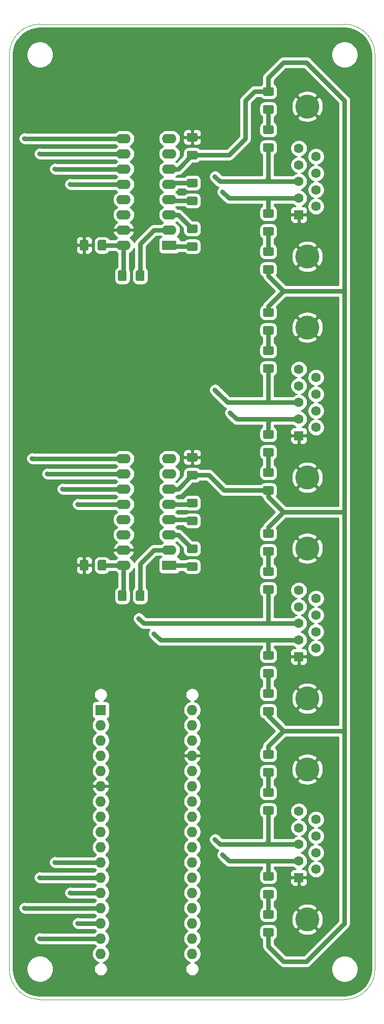
<source format=gbr>
G04 #@! TF.GenerationSoftware,KiCad,Pcbnew,5.1.5+dfsg1-2*
G04 #@! TF.CreationDate,2020-01-28T14:08:21-06:00*
G04 #@! TF.ProjectId,RS232-multiport,52533233-322d-46d7-956c-7469706f7274,2.0.0*
G04 #@! TF.SameCoordinates,Original*
G04 #@! TF.FileFunction,Copper,L1,Top*
G04 #@! TF.FilePolarity,Positive*
%FSLAX46Y46*%
G04 Gerber Fmt 4.6, Leading zero omitted, Abs format (unit mm)*
G04 Created by KiCad (PCBNEW 5.1.5+dfsg1-2) date 2020-01-28 14:08:21*
%MOMM*%
%LPD*%
G04 APERTURE LIST*
%ADD10C,0.050000*%
%ADD11C,0.100000*%
%ADD12C,4.000000*%
%ADD13C,1.600000*%
%ADD14R,1.600000X1.600000*%
%ADD15O,2.400000X1.600000*%
%ADD16R,2.400000X1.600000*%
%ADD17O,1.727200X1.727200*%
%ADD18R,1.727200X1.727200*%
%ADD19C,0.800000*%
%ADD20C,0.762000*%
%ADD21C,0.254000*%
G04 APERTURE END LIST*
D10*
X76200000Y-182880000D02*
X127000000Y-182880000D01*
X71120000Y-25400000D02*
X71120000Y-177800000D01*
X76200000Y-20320000D02*
X127000000Y-20320000D01*
X71120000Y-25400000D02*
G75*
G02X76200000Y-20320000I5080000J0D01*
G01*
X76200000Y-182880000D02*
G75*
G02X71120000Y-177800000I0J5080000D01*
G01*
X132080000Y-177800000D02*
G75*
G02X127000000Y-182880000I-5080000J0D01*
G01*
X132080000Y-177800000D02*
X132080000Y-25400000D01*
X127000000Y-20320000D02*
G75*
G02X132080000Y-25400000I0J-5080000D01*
G01*
G04 #@! TA.AperFunction,SMDPad,CuDef*
D11*
G36*
X102249504Y-91781204D02*
G01*
X102273773Y-91784804D01*
X102297571Y-91790765D01*
X102320671Y-91799030D01*
X102342849Y-91809520D01*
X102363893Y-91822133D01*
X102383598Y-91836747D01*
X102401777Y-91853223D01*
X102418253Y-91871402D01*
X102432867Y-91891107D01*
X102445480Y-91912151D01*
X102455970Y-91934329D01*
X102464235Y-91957429D01*
X102470196Y-91981227D01*
X102473796Y-92005496D01*
X102475000Y-92030000D01*
X102475000Y-92955000D01*
X102473796Y-92979504D01*
X102470196Y-93003773D01*
X102464235Y-93027571D01*
X102455970Y-93050671D01*
X102445480Y-93072849D01*
X102432867Y-93093893D01*
X102418253Y-93113598D01*
X102401777Y-93131777D01*
X102383598Y-93148253D01*
X102363893Y-93162867D01*
X102342849Y-93175480D01*
X102320671Y-93185970D01*
X102297571Y-93194235D01*
X102273773Y-93200196D01*
X102249504Y-93203796D01*
X102225000Y-93205000D01*
X100975000Y-93205000D01*
X100950496Y-93203796D01*
X100926227Y-93200196D01*
X100902429Y-93194235D01*
X100879329Y-93185970D01*
X100857151Y-93175480D01*
X100836107Y-93162867D01*
X100816402Y-93148253D01*
X100798223Y-93131777D01*
X100781747Y-93113598D01*
X100767133Y-93093893D01*
X100754520Y-93072849D01*
X100744030Y-93050671D01*
X100735765Y-93027571D01*
X100729804Y-93003773D01*
X100726204Y-92979504D01*
X100725000Y-92955000D01*
X100725000Y-92030000D01*
X100726204Y-92005496D01*
X100729804Y-91981227D01*
X100735765Y-91957429D01*
X100744030Y-91934329D01*
X100754520Y-91912151D01*
X100767133Y-91891107D01*
X100781747Y-91871402D01*
X100798223Y-91853223D01*
X100816402Y-91836747D01*
X100836107Y-91822133D01*
X100857151Y-91809520D01*
X100879329Y-91799030D01*
X100902429Y-91790765D01*
X100926227Y-91784804D01*
X100950496Y-91781204D01*
X100975000Y-91780000D01*
X102225000Y-91780000D01*
X102249504Y-91781204D01*
G37*
G04 #@! TD.AperFunction*
G04 #@! TA.AperFunction,SMDPad,CuDef*
G36*
X102249504Y-94756204D02*
G01*
X102273773Y-94759804D01*
X102297571Y-94765765D01*
X102320671Y-94774030D01*
X102342849Y-94784520D01*
X102363893Y-94797133D01*
X102383598Y-94811747D01*
X102401777Y-94828223D01*
X102418253Y-94846402D01*
X102432867Y-94866107D01*
X102445480Y-94887151D01*
X102455970Y-94909329D01*
X102464235Y-94932429D01*
X102470196Y-94956227D01*
X102473796Y-94980496D01*
X102475000Y-95005000D01*
X102475000Y-95930000D01*
X102473796Y-95954504D01*
X102470196Y-95978773D01*
X102464235Y-96002571D01*
X102455970Y-96025671D01*
X102445480Y-96047849D01*
X102432867Y-96068893D01*
X102418253Y-96088598D01*
X102401777Y-96106777D01*
X102383598Y-96123253D01*
X102363893Y-96137867D01*
X102342849Y-96150480D01*
X102320671Y-96160970D01*
X102297571Y-96169235D01*
X102273773Y-96175196D01*
X102249504Y-96178796D01*
X102225000Y-96180000D01*
X100975000Y-96180000D01*
X100950496Y-96178796D01*
X100926227Y-96175196D01*
X100902429Y-96169235D01*
X100879329Y-96160970D01*
X100857151Y-96150480D01*
X100836107Y-96137867D01*
X100816402Y-96123253D01*
X100798223Y-96106777D01*
X100781747Y-96088598D01*
X100767133Y-96068893D01*
X100754520Y-96047849D01*
X100744030Y-96025671D01*
X100735765Y-96002571D01*
X100729804Y-95978773D01*
X100726204Y-95954504D01*
X100725000Y-95930000D01*
X100725000Y-95005000D01*
X100726204Y-94980496D01*
X100729804Y-94956227D01*
X100735765Y-94932429D01*
X100744030Y-94909329D01*
X100754520Y-94887151D01*
X100767133Y-94866107D01*
X100781747Y-94846402D01*
X100798223Y-94828223D01*
X100816402Y-94811747D01*
X100836107Y-94797133D01*
X100857151Y-94784520D01*
X100879329Y-94774030D01*
X100902429Y-94765765D01*
X100926227Y-94759804D01*
X100950496Y-94756204D01*
X100975000Y-94755000D01*
X102225000Y-94755000D01*
X102249504Y-94756204D01*
G37*
G04 #@! TD.AperFunction*
G04 #@! TA.AperFunction,SMDPad,CuDef*
G36*
X90439504Y-114696204D02*
G01*
X90463773Y-114699804D01*
X90487571Y-114705765D01*
X90510671Y-114714030D01*
X90532849Y-114724520D01*
X90553893Y-114737133D01*
X90573598Y-114751747D01*
X90591777Y-114768223D01*
X90608253Y-114786402D01*
X90622867Y-114806107D01*
X90635480Y-114827151D01*
X90645970Y-114849329D01*
X90654235Y-114872429D01*
X90660196Y-114896227D01*
X90663796Y-114920496D01*
X90665000Y-114945000D01*
X90665000Y-116195000D01*
X90663796Y-116219504D01*
X90660196Y-116243773D01*
X90654235Y-116267571D01*
X90645970Y-116290671D01*
X90635480Y-116312849D01*
X90622867Y-116333893D01*
X90608253Y-116353598D01*
X90591777Y-116371777D01*
X90573598Y-116388253D01*
X90553893Y-116402867D01*
X90532849Y-116415480D01*
X90510671Y-116425970D01*
X90487571Y-116434235D01*
X90463773Y-116440196D01*
X90439504Y-116443796D01*
X90415000Y-116445000D01*
X89490000Y-116445000D01*
X89465496Y-116443796D01*
X89441227Y-116440196D01*
X89417429Y-116434235D01*
X89394329Y-116425970D01*
X89372151Y-116415480D01*
X89351107Y-116402867D01*
X89331402Y-116388253D01*
X89313223Y-116371777D01*
X89296747Y-116353598D01*
X89282133Y-116333893D01*
X89269520Y-116312849D01*
X89259030Y-116290671D01*
X89250765Y-116267571D01*
X89244804Y-116243773D01*
X89241204Y-116219504D01*
X89240000Y-116195000D01*
X89240000Y-114945000D01*
X89241204Y-114920496D01*
X89244804Y-114896227D01*
X89250765Y-114872429D01*
X89259030Y-114849329D01*
X89269520Y-114827151D01*
X89282133Y-114806107D01*
X89296747Y-114786402D01*
X89313223Y-114768223D01*
X89331402Y-114751747D01*
X89351107Y-114737133D01*
X89372151Y-114724520D01*
X89394329Y-114714030D01*
X89417429Y-114705765D01*
X89441227Y-114699804D01*
X89465496Y-114696204D01*
X89490000Y-114695000D01*
X90415000Y-114695000D01*
X90439504Y-114696204D01*
G37*
G04 #@! TD.AperFunction*
G04 #@! TA.AperFunction,SMDPad,CuDef*
G36*
X93414504Y-114696204D02*
G01*
X93438773Y-114699804D01*
X93462571Y-114705765D01*
X93485671Y-114714030D01*
X93507849Y-114724520D01*
X93528893Y-114737133D01*
X93548598Y-114751747D01*
X93566777Y-114768223D01*
X93583253Y-114786402D01*
X93597867Y-114806107D01*
X93610480Y-114827151D01*
X93620970Y-114849329D01*
X93629235Y-114872429D01*
X93635196Y-114896227D01*
X93638796Y-114920496D01*
X93640000Y-114945000D01*
X93640000Y-116195000D01*
X93638796Y-116219504D01*
X93635196Y-116243773D01*
X93629235Y-116267571D01*
X93620970Y-116290671D01*
X93610480Y-116312849D01*
X93597867Y-116333893D01*
X93583253Y-116353598D01*
X93566777Y-116371777D01*
X93548598Y-116388253D01*
X93528893Y-116402867D01*
X93507849Y-116415480D01*
X93485671Y-116425970D01*
X93462571Y-116434235D01*
X93438773Y-116440196D01*
X93414504Y-116443796D01*
X93390000Y-116445000D01*
X92465000Y-116445000D01*
X92440496Y-116443796D01*
X92416227Y-116440196D01*
X92392429Y-116434235D01*
X92369329Y-116425970D01*
X92347151Y-116415480D01*
X92326107Y-116402867D01*
X92306402Y-116388253D01*
X92288223Y-116371777D01*
X92271747Y-116353598D01*
X92257133Y-116333893D01*
X92244520Y-116312849D01*
X92234030Y-116290671D01*
X92225765Y-116267571D01*
X92219804Y-116243773D01*
X92216204Y-116219504D01*
X92215000Y-116195000D01*
X92215000Y-114945000D01*
X92216204Y-114920496D01*
X92219804Y-114896227D01*
X92225765Y-114872429D01*
X92234030Y-114849329D01*
X92244520Y-114827151D01*
X92257133Y-114806107D01*
X92271747Y-114786402D01*
X92288223Y-114768223D01*
X92306402Y-114751747D01*
X92326107Y-114737133D01*
X92347151Y-114724520D01*
X92369329Y-114714030D01*
X92392429Y-114705765D01*
X92416227Y-114699804D01*
X92440496Y-114696204D01*
X92465000Y-114695000D01*
X93390000Y-114695000D01*
X93414504Y-114696204D01*
G37*
G04 #@! TD.AperFunction*
G04 #@! TA.AperFunction,SMDPad,CuDef*
G36*
X102249504Y-38441204D02*
G01*
X102273773Y-38444804D01*
X102297571Y-38450765D01*
X102320671Y-38459030D01*
X102342849Y-38469520D01*
X102363893Y-38482133D01*
X102383598Y-38496747D01*
X102401777Y-38513223D01*
X102418253Y-38531402D01*
X102432867Y-38551107D01*
X102445480Y-38572151D01*
X102455970Y-38594329D01*
X102464235Y-38617429D01*
X102470196Y-38641227D01*
X102473796Y-38665496D01*
X102475000Y-38690000D01*
X102475000Y-39615000D01*
X102473796Y-39639504D01*
X102470196Y-39663773D01*
X102464235Y-39687571D01*
X102455970Y-39710671D01*
X102445480Y-39732849D01*
X102432867Y-39753893D01*
X102418253Y-39773598D01*
X102401777Y-39791777D01*
X102383598Y-39808253D01*
X102363893Y-39822867D01*
X102342849Y-39835480D01*
X102320671Y-39845970D01*
X102297571Y-39854235D01*
X102273773Y-39860196D01*
X102249504Y-39863796D01*
X102225000Y-39865000D01*
X100975000Y-39865000D01*
X100950496Y-39863796D01*
X100926227Y-39860196D01*
X100902429Y-39854235D01*
X100879329Y-39845970D01*
X100857151Y-39835480D01*
X100836107Y-39822867D01*
X100816402Y-39808253D01*
X100798223Y-39791777D01*
X100781747Y-39773598D01*
X100767133Y-39753893D01*
X100754520Y-39732849D01*
X100744030Y-39710671D01*
X100735765Y-39687571D01*
X100729804Y-39663773D01*
X100726204Y-39639504D01*
X100725000Y-39615000D01*
X100725000Y-38690000D01*
X100726204Y-38665496D01*
X100729804Y-38641227D01*
X100735765Y-38617429D01*
X100744030Y-38594329D01*
X100754520Y-38572151D01*
X100767133Y-38551107D01*
X100781747Y-38531402D01*
X100798223Y-38513223D01*
X100816402Y-38496747D01*
X100836107Y-38482133D01*
X100857151Y-38469520D01*
X100879329Y-38459030D01*
X100902429Y-38450765D01*
X100926227Y-38444804D01*
X100950496Y-38441204D01*
X100975000Y-38440000D01*
X102225000Y-38440000D01*
X102249504Y-38441204D01*
G37*
G04 #@! TD.AperFunction*
G04 #@! TA.AperFunction,SMDPad,CuDef*
G36*
X102249504Y-41416204D02*
G01*
X102273773Y-41419804D01*
X102297571Y-41425765D01*
X102320671Y-41434030D01*
X102342849Y-41444520D01*
X102363893Y-41457133D01*
X102383598Y-41471747D01*
X102401777Y-41488223D01*
X102418253Y-41506402D01*
X102432867Y-41526107D01*
X102445480Y-41547151D01*
X102455970Y-41569329D01*
X102464235Y-41592429D01*
X102470196Y-41616227D01*
X102473796Y-41640496D01*
X102475000Y-41665000D01*
X102475000Y-42590000D01*
X102473796Y-42614504D01*
X102470196Y-42638773D01*
X102464235Y-42662571D01*
X102455970Y-42685671D01*
X102445480Y-42707849D01*
X102432867Y-42728893D01*
X102418253Y-42748598D01*
X102401777Y-42766777D01*
X102383598Y-42783253D01*
X102363893Y-42797867D01*
X102342849Y-42810480D01*
X102320671Y-42820970D01*
X102297571Y-42829235D01*
X102273773Y-42835196D01*
X102249504Y-42838796D01*
X102225000Y-42840000D01*
X100975000Y-42840000D01*
X100950496Y-42838796D01*
X100926227Y-42835196D01*
X100902429Y-42829235D01*
X100879329Y-42820970D01*
X100857151Y-42810480D01*
X100836107Y-42797867D01*
X100816402Y-42783253D01*
X100798223Y-42766777D01*
X100781747Y-42748598D01*
X100767133Y-42728893D01*
X100754520Y-42707849D01*
X100744030Y-42685671D01*
X100735765Y-42662571D01*
X100729804Y-42638773D01*
X100726204Y-42614504D01*
X100725000Y-42590000D01*
X100725000Y-41665000D01*
X100726204Y-41640496D01*
X100729804Y-41616227D01*
X100735765Y-41592429D01*
X100744030Y-41569329D01*
X100754520Y-41547151D01*
X100767133Y-41526107D01*
X100781747Y-41506402D01*
X100798223Y-41488223D01*
X100816402Y-41471747D01*
X100836107Y-41457133D01*
X100857151Y-41444520D01*
X100879329Y-41434030D01*
X100902429Y-41425765D01*
X100926227Y-41419804D01*
X100950496Y-41416204D01*
X100975000Y-41415000D01*
X102225000Y-41415000D01*
X102249504Y-41416204D01*
G37*
G04 #@! TD.AperFunction*
G04 #@! TA.AperFunction,SMDPad,CuDef*
G36*
X90439504Y-61356204D02*
G01*
X90463773Y-61359804D01*
X90487571Y-61365765D01*
X90510671Y-61374030D01*
X90532849Y-61384520D01*
X90553893Y-61397133D01*
X90573598Y-61411747D01*
X90591777Y-61428223D01*
X90608253Y-61446402D01*
X90622867Y-61466107D01*
X90635480Y-61487151D01*
X90645970Y-61509329D01*
X90654235Y-61532429D01*
X90660196Y-61556227D01*
X90663796Y-61580496D01*
X90665000Y-61605000D01*
X90665000Y-62855000D01*
X90663796Y-62879504D01*
X90660196Y-62903773D01*
X90654235Y-62927571D01*
X90645970Y-62950671D01*
X90635480Y-62972849D01*
X90622867Y-62993893D01*
X90608253Y-63013598D01*
X90591777Y-63031777D01*
X90573598Y-63048253D01*
X90553893Y-63062867D01*
X90532849Y-63075480D01*
X90510671Y-63085970D01*
X90487571Y-63094235D01*
X90463773Y-63100196D01*
X90439504Y-63103796D01*
X90415000Y-63105000D01*
X89490000Y-63105000D01*
X89465496Y-63103796D01*
X89441227Y-63100196D01*
X89417429Y-63094235D01*
X89394329Y-63085970D01*
X89372151Y-63075480D01*
X89351107Y-63062867D01*
X89331402Y-63048253D01*
X89313223Y-63031777D01*
X89296747Y-63013598D01*
X89282133Y-62993893D01*
X89269520Y-62972849D01*
X89259030Y-62950671D01*
X89250765Y-62927571D01*
X89244804Y-62903773D01*
X89241204Y-62879504D01*
X89240000Y-62855000D01*
X89240000Y-61605000D01*
X89241204Y-61580496D01*
X89244804Y-61556227D01*
X89250765Y-61532429D01*
X89259030Y-61509329D01*
X89269520Y-61487151D01*
X89282133Y-61466107D01*
X89296747Y-61446402D01*
X89313223Y-61428223D01*
X89331402Y-61411747D01*
X89351107Y-61397133D01*
X89372151Y-61384520D01*
X89394329Y-61374030D01*
X89417429Y-61365765D01*
X89441227Y-61359804D01*
X89465496Y-61356204D01*
X89490000Y-61355000D01*
X90415000Y-61355000D01*
X90439504Y-61356204D01*
G37*
G04 #@! TD.AperFunction*
G04 #@! TA.AperFunction,SMDPad,CuDef*
G36*
X93414504Y-61356204D02*
G01*
X93438773Y-61359804D01*
X93462571Y-61365765D01*
X93485671Y-61374030D01*
X93507849Y-61384520D01*
X93528893Y-61397133D01*
X93548598Y-61411747D01*
X93566777Y-61428223D01*
X93583253Y-61446402D01*
X93597867Y-61466107D01*
X93610480Y-61487151D01*
X93620970Y-61509329D01*
X93629235Y-61532429D01*
X93635196Y-61556227D01*
X93638796Y-61580496D01*
X93640000Y-61605000D01*
X93640000Y-62855000D01*
X93638796Y-62879504D01*
X93635196Y-62903773D01*
X93629235Y-62927571D01*
X93620970Y-62950671D01*
X93610480Y-62972849D01*
X93597867Y-62993893D01*
X93583253Y-63013598D01*
X93566777Y-63031777D01*
X93548598Y-63048253D01*
X93528893Y-63062867D01*
X93507849Y-63075480D01*
X93485671Y-63085970D01*
X93462571Y-63094235D01*
X93438773Y-63100196D01*
X93414504Y-63103796D01*
X93390000Y-63105000D01*
X92465000Y-63105000D01*
X92440496Y-63103796D01*
X92416227Y-63100196D01*
X92392429Y-63094235D01*
X92369329Y-63085970D01*
X92347151Y-63075480D01*
X92326107Y-63062867D01*
X92306402Y-63048253D01*
X92288223Y-63031777D01*
X92271747Y-63013598D01*
X92257133Y-62993893D01*
X92244520Y-62972849D01*
X92234030Y-62950671D01*
X92225765Y-62927571D01*
X92219804Y-62903773D01*
X92216204Y-62879504D01*
X92215000Y-62855000D01*
X92215000Y-61605000D01*
X92216204Y-61580496D01*
X92219804Y-61556227D01*
X92225765Y-61532429D01*
X92234030Y-61509329D01*
X92244520Y-61487151D01*
X92257133Y-61466107D01*
X92271747Y-61446402D01*
X92288223Y-61428223D01*
X92306402Y-61411747D01*
X92326107Y-61397133D01*
X92347151Y-61384520D01*
X92369329Y-61374030D01*
X92392429Y-61365765D01*
X92416227Y-61359804D01*
X92440496Y-61356204D01*
X92465000Y-61355000D01*
X93390000Y-61355000D01*
X93414504Y-61356204D01*
G37*
G04 #@! TD.AperFunction*
G04 #@! TA.AperFunction,SMDPad,CuDef*
G36*
X102249504Y-99401204D02*
G01*
X102273773Y-99404804D01*
X102297571Y-99410765D01*
X102320671Y-99419030D01*
X102342849Y-99429520D01*
X102363893Y-99442133D01*
X102383598Y-99456747D01*
X102401777Y-99473223D01*
X102418253Y-99491402D01*
X102432867Y-99511107D01*
X102445480Y-99532151D01*
X102455970Y-99554329D01*
X102464235Y-99577429D01*
X102470196Y-99601227D01*
X102473796Y-99625496D01*
X102475000Y-99650000D01*
X102475000Y-100575000D01*
X102473796Y-100599504D01*
X102470196Y-100623773D01*
X102464235Y-100647571D01*
X102455970Y-100670671D01*
X102445480Y-100692849D01*
X102432867Y-100713893D01*
X102418253Y-100733598D01*
X102401777Y-100751777D01*
X102383598Y-100768253D01*
X102363893Y-100782867D01*
X102342849Y-100795480D01*
X102320671Y-100805970D01*
X102297571Y-100814235D01*
X102273773Y-100820196D01*
X102249504Y-100823796D01*
X102225000Y-100825000D01*
X100975000Y-100825000D01*
X100950496Y-100823796D01*
X100926227Y-100820196D01*
X100902429Y-100814235D01*
X100879329Y-100805970D01*
X100857151Y-100795480D01*
X100836107Y-100782867D01*
X100816402Y-100768253D01*
X100798223Y-100751777D01*
X100781747Y-100733598D01*
X100767133Y-100713893D01*
X100754520Y-100692849D01*
X100744030Y-100670671D01*
X100735765Y-100647571D01*
X100729804Y-100623773D01*
X100726204Y-100599504D01*
X100725000Y-100575000D01*
X100725000Y-99650000D01*
X100726204Y-99625496D01*
X100729804Y-99601227D01*
X100735765Y-99577429D01*
X100744030Y-99554329D01*
X100754520Y-99532151D01*
X100767133Y-99511107D01*
X100781747Y-99491402D01*
X100798223Y-99473223D01*
X100816402Y-99456747D01*
X100836107Y-99442133D01*
X100857151Y-99429520D01*
X100879329Y-99419030D01*
X100902429Y-99410765D01*
X100926227Y-99404804D01*
X100950496Y-99401204D01*
X100975000Y-99400000D01*
X102225000Y-99400000D01*
X102249504Y-99401204D01*
G37*
G04 #@! TD.AperFunction*
G04 #@! TA.AperFunction,SMDPad,CuDef*
G36*
X102249504Y-102376204D02*
G01*
X102273773Y-102379804D01*
X102297571Y-102385765D01*
X102320671Y-102394030D01*
X102342849Y-102404520D01*
X102363893Y-102417133D01*
X102383598Y-102431747D01*
X102401777Y-102448223D01*
X102418253Y-102466402D01*
X102432867Y-102486107D01*
X102445480Y-102507151D01*
X102455970Y-102529329D01*
X102464235Y-102552429D01*
X102470196Y-102576227D01*
X102473796Y-102600496D01*
X102475000Y-102625000D01*
X102475000Y-103550000D01*
X102473796Y-103574504D01*
X102470196Y-103598773D01*
X102464235Y-103622571D01*
X102455970Y-103645671D01*
X102445480Y-103667849D01*
X102432867Y-103688893D01*
X102418253Y-103708598D01*
X102401777Y-103726777D01*
X102383598Y-103743253D01*
X102363893Y-103757867D01*
X102342849Y-103770480D01*
X102320671Y-103780970D01*
X102297571Y-103789235D01*
X102273773Y-103795196D01*
X102249504Y-103798796D01*
X102225000Y-103800000D01*
X100975000Y-103800000D01*
X100950496Y-103798796D01*
X100926227Y-103795196D01*
X100902429Y-103789235D01*
X100879329Y-103780970D01*
X100857151Y-103770480D01*
X100836107Y-103757867D01*
X100816402Y-103743253D01*
X100798223Y-103726777D01*
X100781747Y-103708598D01*
X100767133Y-103688893D01*
X100754520Y-103667849D01*
X100744030Y-103645671D01*
X100735765Y-103622571D01*
X100729804Y-103598773D01*
X100726204Y-103574504D01*
X100725000Y-103550000D01*
X100725000Y-102625000D01*
X100726204Y-102600496D01*
X100729804Y-102576227D01*
X100735765Y-102552429D01*
X100744030Y-102529329D01*
X100754520Y-102507151D01*
X100767133Y-102486107D01*
X100781747Y-102466402D01*
X100798223Y-102448223D01*
X100816402Y-102431747D01*
X100836107Y-102417133D01*
X100857151Y-102404520D01*
X100879329Y-102394030D01*
X100902429Y-102385765D01*
X100926227Y-102379804D01*
X100950496Y-102376204D01*
X100975000Y-102375000D01*
X102225000Y-102375000D01*
X102249504Y-102376204D01*
G37*
G04 #@! TD.AperFunction*
G04 #@! TA.AperFunction,SMDPad,CuDef*
G36*
X102249504Y-46061204D02*
G01*
X102273773Y-46064804D01*
X102297571Y-46070765D01*
X102320671Y-46079030D01*
X102342849Y-46089520D01*
X102363893Y-46102133D01*
X102383598Y-46116747D01*
X102401777Y-46133223D01*
X102418253Y-46151402D01*
X102432867Y-46171107D01*
X102445480Y-46192151D01*
X102455970Y-46214329D01*
X102464235Y-46237429D01*
X102470196Y-46261227D01*
X102473796Y-46285496D01*
X102475000Y-46310000D01*
X102475000Y-47235000D01*
X102473796Y-47259504D01*
X102470196Y-47283773D01*
X102464235Y-47307571D01*
X102455970Y-47330671D01*
X102445480Y-47352849D01*
X102432867Y-47373893D01*
X102418253Y-47393598D01*
X102401777Y-47411777D01*
X102383598Y-47428253D01*
X102363893Y-47442867D01*
X102342849Y-47455480D01*
X102320671Y-47465970D01*
X102297571Y-47474235D01*
X102273773Y-47480196D01*
X102249504Y-47483796D01*
X102225000Y-47485000D01*
X100975000Y-47485000D01*
X100950496Y-47483796D01*
X100926227Y-47480196D01*
X100902429Y-47474235D01*
X100879329Y-47465970D01*
X100857151Y-47455480D01*
X100836107Y-47442867D01*
X100816402Y-47428253D01*
X100798223Y-47411777D01*
X100781747Y-47393598D01*
X100767133Y-47373893D01*
X100754520Y-47352849D01*
X100744030Y-47330671D01*
X100735765Y-47307571D01*
X100729804Y-47283773D01*
X100726204Y-47259504D01*
X100725000Y-47235000D01*
X100725000Y-46310000D01*
X100726204Y-46285496D01*
X100729804Y-46261227D01*
X100735765Y-46237429D01*
X100744030Y-46214329D01*
X100754520Y-46192151D01*
X100767133Y-46171107D01*
X100781747Y-46151402D01*
X100798223Y-46133223D01*
X100816402Y-46116747D01*
X100836107Y-46102133D01*
X100857151Y-46089520D01*
X100879329Y-46079030D01*
X100902429Y-46070765D01*
X100926227Y-46064804D01*
X100950496Y-46061204D01*
X100975000Y-46060000D01*
X102225000Y-46060000D01*
X102249504Y-46061204D01*
G37*
G04 #@! TD.AperFunction*
G04 #@! TA.AperFunction,SMDPad,CuDef*
G36*
X102249504Y-49036204D02*
G01*
X102273773Y-49039804D01*
X102297571Y-49045765D01*
X102320671Y-49054030D01*
X102342849Y-49064520D01*
X102363893Y-49077133D01*
X102383598Y-49091747D01*
X102401777Y-49108223D01*
X102418253Y-49126402D01*
X102432867Y-49146107D01*
X102445480Y-49167151D01*
X102455970Y-49189329D01*
X102464235Y-49212429D01*
X102470196Y-49236227D01*
X102473796Y-49260496D01*
X102475000Y-49285000D01*
X102475000Y-50210000D01*
X102473796Y-50234504D01*
X102470196Y-50258773D01*
X102464235Y-50282571D01*
X102455970Y-50305671D01*
X102445480Y-50327849D01*
X102432867Y-50348893D01*
X102418253Y-50368598D01*
X102401777Y-50386777D01*
X102383598Y-50403253D01*
X102363893Y-50417867D01*
X102342849Y-50430480D01*
X102320671Y-50440970D01*
X102297571Y-50449235D01*
X102273773Y-50455196D01*
X102249504Y-50458796D01*
X102225000Y-50460000D01*
X100975000Y-50460000D01*
X100950496Y-50458796D01*
X100926227Y-50455196D01*
X100902429Y-50449235D01*
X100879329Y-50440970D01*
X100857151Y-50430480D01*
X100836107Y-50417867D01*
X100816402Y-50403253D01*
X100798223Y-50386777D01*
X100781747Y-50368598D01*
X100767133Y-50348893D01*
X100754520Y-50327849D01*
X100744030Y-50305671D01*
X100735765Y-50282571D01*
X100729804Y-50258773D01*
X100726204Y-50234504D01*
X100725000Y-50210000D01*
X100725000Y-49285000D01*
X100726204Y-49260496D01*
X100729804Y-49236227D01*
X100735765Y-49212429D01*
X100744030Y-49189329D01*
X100754520Y-49167151D01*
X100767133Y-49146107D01*
X100781747Y-49126402D01*
X100798223Y-49108223D01*
X100816402Y-49091747D01*
X100836107Y-49077133D01*
X100857151Y-49064520D01*
X100879329Y-49054030D01*
X100902429Y-49045765D01*
X100926227Y-49039804D01*
X100950496Y-49036204D01*
X100975000Y-49035000D01*
X102225000Y-49035000D01*
X102249504Y-49036204D01*
G37*
G04 #@! TD.AperFunction*
G04 #@! TA.AperFunction,SMDPad,CuDef*
G36*
X87064504Y-109616204D02*
G01*
X87088773Y-109619804D01*
X87112571Y-109625765D01*
X87135671Y-109634030D01*
X87157849Y-109644520D01*
X87178893Y-109657133D01*
X87198598Y-109671747D01*
X87216777Y-109688223D01*
X87233253Y-109706402D01*
X87247867Y-109726107D01*
X87260480Y-109747151D01*
X87270970Y-109769329D01*
X87279235Y-109792429D01*
X87285196Y-109816227D01*
X87288796Y-109840496D01*
X87290000Y-109865000D01*
X87290000Y-111115000D01*
X87288796Y-111139504D01*
X87285196Y-111163773D01*
X87279235Y-111187571D01*
X87270970Y-111210671D01*
X87260480Y-111232849D01*
X87247867Y-111253893D01*
X87233253Y-111273598D01*
X87216777Y-111291777D01*
X87198598Y-111308253D01*
X87178893Y-111322867D01*
X87157849Y-111335480D01*
X87135671Y-111345970D01*
X87112571Y-111354235D01*
X87088773Y-111360196D01*
X87064504Y-111363796D01*
X87040000Y-111365000D01*
X86115000Y-111365000D01*
X86090496Y-111363796D01*
X86066227Y-111360196D01*
X86042429Y-111354235D01*
X86019329Y-111345970D01*
X85997151Y-111335480D01*
X85976107Y-111322867D01*
X85956402Y-111308253D01*
X85938223Y-111291777D01*
X85921747Y-111273598D01*
X85907133Y-111253893D01*
X85894520Y-111232849D01*
X85884030Y-111210671D01*
X85875765Y-111187571D01*
X85869804Y-111163773D01*
X85866204Y-111139504D01*
X85865000Y-111115000D01*
X85865000Y-109865000D01*
X85866204Y-109840496D01*
X85869804Y-109816227D01*
X85875765Y-109792429D01*
X85884030Y-109769329D01*
X85894520Y-109747151D01*
X85907133Y-109726107D01*
X85921747Y-109706402D01*
X85938223Y-109688223D01*
X85956402Y-109671747D01*
X85976107Y-109657133D01*
X85997151Y-109644520D01*
X86019329Y-109634030D01*
X86042429Y-109625765D01*
X86066227Y-109619804D01*
X86090496Y-109616204D01*
X86115000Y-109615000D01*
X87040000Y-109615000D01*
X87064504Y-109616204D01*
G37*
G04 #@! TD.AperFunction*
G04 #@! TA.AperFunction,SMDPad,CuDef*
G36*
X84089504Y-109616204D02*
G01*
X84113773Y-109619804D01*
X84137571Y-109625765D01*
X84160671Y-109634030D01*
X84182849Y-109644520D01*
X84203893Y-109657133D01*
X84223598Y-109671747D01*
X84241777Y-109688223D01*
X84258253Y-109706402D01*
X84272867Y-109726107D01*
X84285480Y-109747151D01*
X84295970Y-109769329D01*
X84304235Y-109792429D01*
X84310196Y-109816227D01*
X84313796Y-109840496D01*
X84315000Y-109865000D01*
X84315000Y-111115000D01*
X84313796Y-111139504D01*
X84310196Y-111163773D01*
X84304235Y-111187571D01*
X84295970Y-111210671D01*
X84285480Y-111232849D01*
X84272867Y-111253893D01*
X84258253Y-111273598D01*
X84241777Y-111291777D01*
X84223598Y-111308253D01*
X84203893Y-111322867D01*
X84182849Y-111335480D01*
X84160671Y-111345970D01*
X84137571Y-111354235D01*
X84113773Y-111360196D01*
X84089504Y-111363796D01*
X84065000Y-111365000D01*
X83140000Y-111365000D01*
X83115496Y-111363796D01*
X83091227Y-111360196D01*
X83067429Y-111354235D01*
X83044329Y-111345970D01*
X83022151Y-111335480D01*
X83001107Y-111322867D01*
X82981402Y-111308253D01*
X82963223Y-111291777D01*
X82946747Y-111273598D01*
X82932133Y-111253893D01*
X82919520Y-111232849D01*
X82909030Y-111210671D01*
X82900765Y-111187571D01*
X82894804Y-111163773D01*
X82891204Y-111139504D01*
X82890000Y-111115000D01*
X82890000Y-109865000D01*
X82891204Y-109840496D01*
X82894804Y-109816227D01*
X82900765Y-109792429D01*
X82909030Y-109769329D01*
X82919520Y-109747151D01*
X82932133Y-109726107D01*
X82946747Y-109706402D01*
X82963223Y-109688223D01*
X82981402Y-109671747D01*
X83001107Y-109657133D01*
X83022151Y-109644520D01*
X83044329Y-109634030D01*
X83067429Y-109625765D01*
X83091227Y-109619804D01*
X83115496Y-109616204D01*
X83140000Y-109615000D01*
X84065000Y-109615000D01*
X84089504Y-109616204D01*
G37*
G04 #@! TD.AperFunction*
G04 #@! TA.AperFunction,SMDPad,CuDef*
G36*
X87064504Y-56276204D02*
G01*
X87088773Y-56279804D01*
X87112571Y-56285765D01*
X87135671Y-56294030D01*
X87157849Y-56304520D01*
X87178893Y-56317133D01*
X87198598Y-56331747D01*
X87216777Y-56348223D01*
X87233253Y-56366402D01*
X87247867Y-56386107D01*
X87260480Y-56407151D01*
X87270970Y-56429329D01*
X87279235Y-56452429D01*
X87285196Y-56476227D01*
X87288796Y-56500496D01*
X87290000Y-56525000D01*
X87290000Y-57775000D01*
X87288796Y-57799504D01*
X87285196Y-57823773D01*
X87279235Y-57847571D01*
X87270970Y-57870671D01*
X87260480Y-57892849D01*
X87247867Y-57913893D01*
X87233253Y-57933598D01*
X87216777Y-57951777D01*
X87198598Y-57968253D01*
X87178893Y-57982867D01*
X87157849Y-57995480D01*
X87135671Y-58005970D01*
X87112571Y-58014235D01*
X87088773Y-58020196D01*
X87064504Y-58023796D01*
X87040000Y-58025000D01*
X86115000Y-58025000D01*
X86090496Y-58023796D01*
X86066227Y-58020196D01*
X86042429Y-58014235D01*
X86019329Y-58005970D01*
X85997151Y-57995480D01*
X85976107Y-57982867D01*
X85956402Y-57968253D01*
X85938223Y-57951777D01*
X85921747Y-57933598D01*
X85907133Y-57913893D01*
X85894520Y-57892849D01*
X85884030Y-57870671D01*
X85875765Y-57847571D01*
X85869804Y-57823773D01*
X85866204Y-57799504D01*
X85865000Y-57775000D01*
X85865000Y-56525000D01*
X85866204Y-56500496D01*
X85869804Y-56476227D01*
X85875765Y-56452429D01*
X85884030Y-56429329D01*
X85894520Y-56407151D01*
X85907133Y-56386107D01*
X85921747Y-56366402D01*
X85938223Y-56348223D01*
X85956402Y-56331747D01*
X85976107Y-56317133D01*
X85997151Y-56304520D01*
X86019329Y-56294030D01*
X86042429Y-56285765D01*
X86066227Y-56279804D01*
X86090496Y-56276204D01*
X86115000Y-56275000D01*
X87040000Y-56275000D01*
X87064504Y-56276204D01*
G37*
G04 #@! TD.AperFunction*
G04 #@! TA.AperFunction,SMDPad,CuDef*
G36*
X84089504Y-56276204D02*
G01*
X84113773Y-56279804D01*
X84137571Y-56285765D01*
X84160671Y-56294030D01*
X84182849Y-56304520D01*
X84203893Y-56317133D01*
X84223598Y-56331747D01*
X84241777Y-56348223D01*
X84258253Y-56366402D01*
X84272867Y-56386107D01*
X84285480Y-56407151D01*
X84295970Y-56429329D01*
X84304235Y-56452429D01*
X84310196Y-56476227D01*
X84313796Y-56500496D01*
X84315000Y-56525000D01*
X84315000Y-57775000D01*
X84313796Y-57799504D01*
X84310196Y-57823773D01*
X84304235Y-57847571D01*
X84295970Y-57870671D01*
X84285480Y-57892849D01*
X84272867Y-57913893D01*
X84258253Y-57933598D01*
X84241777Y-57951777D01*
X84223598Y-57968253D01*
X84203893Y-57982867D01*
X84182849Y-57995480D01*
X84160671Y-58005970D01*
X84137571Y-58014235D01*
X84113773Y-58020196D01*
X84089504Y-58023796D01*
X84065000Y-58025000D01*
X83140000Y-58025000D01*
X83115496Y-58023796D01*
X83091227Y-58020196D01*
X83067429Y-58014235D01*
X83044329Y-58005970D01*
X83022151Y-57995480D01*
X83001107Y-57982867D01*
X82981402Y-57968253D01*
X82963223Y-57951777D01*
X82946747Y-57933598D01*
X82932133Y-57913893D01*
X82919520Y-57892849D01*
X82909030Y-57870671D01*
X82900765Y-57847571D01*
X82894804Y-57823773D01*
X82891204Y-57799504D01*
X82890000Y-57775000D01*
X82890000Y-56525000D01*
X82891204Y-56500496D01*
X82894804Y-56476227D01*
X82900765Y-56452429D01*
X82909030Y-56429329D01*
X82919520Y-56407151D01*
X82932133Y-56386107D01*
X82946747Y-56366402D01*
X82963223Y-56348223D01*
X82981402Y-56331747D01*
X83001107Y-56317133D01*
X83022151Y-56304520D01*
X83044329Y-56294030D01*
X83067429Y-56285765D01*
X83091227Y-56279804D01*
X83115496Y-56276204D01*
X83140000Y-56275000D01*
X84065000Y-56275000D01*
X84089504Y-56276204D01*
G37*
G04 #@! TD.AperFunction*
G04 #@! TA.AperFunction,SMDPad,CuDef*
G36*
X102249504Y-109996204D02*
G01*
X102273773Y-109999804D01*
X102297571Y-110005765D01*
X102320671Y-110014030D01*
X102342849Y-110024520D01*
X102363893Y-110037133D01*
X102383598Y-110051747D01*
X102401777Y-110068223D01*
X102418253Y-110086402D01*
X102432867Y-110106107D01*
X102445480Y-110127151D01*
X102455970Y-110149329D01*
X102464235Y-110172429D01*
X102470196Y-110196227D01*
X102473796Y-110220496D01*
X102475000Y-110245000D01*
X102475000Y-111170000D01*
X102473796Y-111194504D01*
X102470196Y-111218773D01*
X102464235Y-111242571D01*
X102455970Y-111265671D01*
X102445480Y-111287849D01*
X102432867Y-111308893D01*
X102418253Y-111328598D01*
X102401777Y-111346777D01*
X102383598Y-111363253D01*
X102363893Y-111377867D01*
X102342849Y-111390480D01*
X102320671Y-111400970D01*
X102297571Y-111409235D01*
X102273773Y-111415196D01*
X102249504Y-111418796D01*
X102225000Y-111420000D01*
X100975000Y-111420000D01*
X100950496Y-111418796D01*
X100926227Y-111415196D01*
X100902429Y-111409235D01*
X100879329Y-111400970D01*
X100857151Y-111390480D01*
X100836107Y-111377867D01*
X100816402Y-111363253D01*
X100798223Y-111346777D01*
X100781747Y-111328598D01*
X100767133Y-111308893D01*
X100754520Y-111287849D01*
X100744030Y-111265671D01*
X100735765Y-111242571D01*
X100729804Y-111218773D01*
X100726204Y-111194504D01*
X100725000Y-111170000D01*
X100725000Y-110245000D01*
X100726204Y-110220496D01*
X100729804Y-110196227D01*
X100735765Y-110172429D01*
X100744030Y-110149329D01*
X100754520Y-110127151D01*
X100767133Y-110106107D01*
X100781747Y-110086402D01*
X100798223Y-110068223D01*
X100816402Y-110051747D01*
X100836107Y-110037133D01*
X100857151Y-110024520D01*
X100879329Y-110014030D01*
X100902429Y-110005765D01*
X100926227Y-109999804D01*
X100950496Y-109996204D01*
X100975000Y-109995000D01*
X102225000Y-109995000D01*
X102249504Y-109996204D01*
G37*
G04 #@! TD.AperFunction*
G04 #@! TA.AperFunction,SMDPad,CuDef*
G36*
X102249504Y-107021204D02*
G01*
X102273773Y-107024804D01*
X102297571Y-107030765D01*
X102320671Y-107039030D01*
X102342849Y-107049520D01*
X102363893Y-107062133D01*
X102383598Y-107076747D01*
X102401777Y-107093223D01*
X102418253Y-107111402D01*
X102432867Y-107131107D01*
X102445480Y-107152151D01*
X102455970Y-107174329D01*
X102464235Y-107197429D01*
X102470196Y-107221227D01*
X102473796Y-107245496D01*
X102475000Y-107270000D01*
X102475000Y-108195000D01*
X102473796Y-108219504D01*
X102470196Y-108243773D01*
X102464235Y-108267571D01*
X102455970Y-108290671D01*
X102445480Y-108312849D01*
X102432867Y-108333893D01*
X102418253Y-108353598D01*
X102401777Y-108371777D01*
X102383598Y-108388253D01*
X102363893Y-108402867D01*
X102342849Y-108415480D01*
X102320671Y-108425970D01*
X102297571Y-108434235D01*
X102273773Y-108440196D01*
X102249504Y-108443796D01*
X102225000Y-108445000D01*
X100975000Y-108445000D01*
X100950496Y-108443796D01*
X100926227Y-108440196D01*
X100902429Y-108434235D01*
X100879329Y-108425970D01*
X100857151Y-108415480D01*
X100836107Y-108402867D01*
X100816402Y-108388253D01*
X100798223Y-108371777D01*
X100781747Y-108353598D01*
X100767133Y-108333893D01*
X100754520Y-108312849D01*
X100744030Y-108290671D01*
X100735765Y-108267571D01*
X100729804Y-108243773D01*
X100726204Y-108219504D01*
X100725000Y-108195000D01*
X100725000Y-107270000D01*
X100726204Y-107245496D01*
X100729804Y-107221227D01*
X100735765Y-107197429D01*
X100744030Y-107174329D01*
X100754520Y-107152151D01*
X100767133Y-107131107D01*
X100781747Y-107111402D01*
X100798223Y-107093223D01*
X100816402Y-107076747D01*
X100836107Y-107062133D01*
X100857151Y-107049520D01*
X100879329Y-107039030D01*
X100902429Y-107030765D01*
X100926227Y-107024804D01*
X100950496Y-107021204D01*
X100975000Y-107020000D01*
X102225000Y-107020000D01*
X102249504Y-107021204D01*
G37*
G04 #@! TD.AperFunction*
G04 #@! TA.AperFunction,SMDPad,CuDef*
G36*
X102249504Y-56656204D02*
G01*
X102273773Y-56659804D01*
X102297571Y-56665765D01*
X102320671Y-56674030D01*
X102342849Y-56684520D01*
X102363893Y-56697133D01*
X102383598Y-56711747D01*
X102401777Y-56728223D01*
X102418253Y-56746402D01*
X102432867Y-56766107D01*
X102445480Y-56787151D01*
X102455970Y-56809329D01*
X102464235Y-56832429D01*
X102470196Y-56856227D01*
X102473796Y-56880496D01*
X102475000Y-56905000D01*
X102475000Y-57830000D01*
X102473796Y-57854504D01*
X102470196Y-57878773D01*
X102464235Y-57902571D01*
X102455970Y-57925671D01*
X102445480Y-57947849D01*
X102432867Y-57968893D01*
X102418253Y-57988598D01*
X102401777Y-58006777D01*
X102383598Y-58023253D01*
X102363893Y-58037867D01*
X102342849Y-58050480D01*
X102320671Y-58060970D01*
X102297571Y-58069235D01*
X102273773Y-58075196D01*
X102249504Y-58078796D01*
X102225000Y-58080000D01*
X100975000Y-58080000D01*
X100950496Y-58078796D01*
X100926227Y-58075196D01*
X100902429Y-58069235D01*
X100879329Y-58060970D01*
X100857151Y-58050480D01*
X100836107Y-58037867D01*
X100816402Y-58023253D01*
X100798223Y-58006777D01*
X100781747Y-57988598D01*
X100767133Y-57968893D01*
X100754520Y-57947849D01*
X100744030Y-57925671D01*
X100735765Y-57902571D01*
X100729804Y-57878773D01*
X100726204Y-57854504D01*
X100725000Y-57830000D01*
X100725000Y-56905000D01*
X100726204Y-56880496D01*
X100729804Y-56856227D01*
X100735765Y-56832429D01*
X100744030Y-56809329D01*
X100754520Y-56787151D01*
X100767133Y-56766107D01*
X100781747Y-56746402D01*
X100798223Y-56728223D01*
X100816402Y-56711747D01*
X100836107Y-56697133D01*
X100857151Y-56684520D01*
X100879329Y-56674030D01*
X100902429Y-56665765D01*
X100926227Y-56659804D01*
X100950496Y-56656204D01*
X100975000Y-56655000D01*
X102225000Y-56655000D01*
X102249504Y-56656204D01*
G37*
G04 #@! TD.AperFunction*
G04 #@! TA.AperFunction,SMDPad,CuDef*
G36*
X102249504Y-53681204D02*
G01*
X102273773Y-53684804D01*
X102297571Y-53690765D01*
X102320671Y-53699030D01*
X102342849Y-53709520D01*
X102363893Y-53722133D01*
X102383598Y-53736747D01*
X102401777Y-53753223D01*
X102418253Y-53771402D01*
X102432867Y-53791107D01*
X102445480Y-53812151D01*
X102455970Y-53834329D01*
X102464235Y-53857429D01*
X102470196Y-53881227D01*
X102473796Y-53905496D01*
X102475000Y-53930000D01*
X102475000Y-54855000D01*
X102473796Y-54879504D01*
X102470196Y-54903773D01*
X102464235Y-54927571D01*
X102455970Y-54950671D01*
X102445480Y-54972849D01*
X102432867Y-54993893D01*
X102418253Y-55013598D01*
X102401777Y-55031777D01*
X102383598Y-55048253D01*
X102363893Y-55062867D01*
X102342849Y-55075480D01*
X102320671Y-55085970D01*
X102297571Y-55094235D01*
X102273773Y-55100196D01*
X102249504Y-55103796D01*
X102225000Y-55105000D01*
X100975000Y-55105000D01*
X100950496Y-55103796D01*
X100926227Y-55100196D01*
X100902429Y-55094235D01*
X100879329Y-55085970D01*
X100857151Y-55075480D01*
X100836107Y-55062867D01*
X100816402Y-55048253D01*
X100798223Y-55031777D01*
X100781747Y-55013598D01*
X100767133Y-54993893D01*
X100754520Y-54972849D01*
X100744030Y-54950671D01*
X100735765Y-54927571D01*
X100729804Y-54903773D01*
X100726204Y-54879504D01*
X100725000Y-54855000D01*
X100725000Y-53930000D01*
X100726204Y-53905496D01*
X100729804Y-53881227D01*
X100735765Y-53857429D01*
X100744030Y-53834329D01*
X100754520Y-53812151D01*
X100767133Y-53791107D01*
X100781747Y-53771402D01*
X100798223Y-53753223D01*
X100816402Y-53736747D01*
X100836107Y-53722133D01*
X100857151Y-53709520D01*
X100879329Y-53699030D01*
X100902429Y-53690765D01*
X100926227Y-53684804D01*
X100950496Y-53681204D01*
X100975000Y-53680000D01*
X102225000Y-53680000D01*
X102249504Y-53681204D01*
G37*
G04 #@! TD.AperFunction*
G04 #@! TA.AperFunction,SMDPad,CuDef*
G36*
X114949504Y-164606204D02*
G01*
X114973773Y-164609804D01*
X114997571Y-164615765D01*
X115020671Y-164624030D01*
X115042849Y-164634520D01*
X115063893Y-164647133D01*
X115083598Y-164661747D01*
X115101777Y-164678223D01*
X115118253Y-164696402D01*
X115132867Y-164716107D01*
X115145480Y-164737151D01*
X115155970Y-164759329D01*
X115164235Y-164782429D01*
X115170196Y-164806227D01*
X115173796Y-164830496D01*
X115175000Y-164855000D01*
X115175000Y-165780000D01*
X115173796Y-165804504D01*
X115170196Y-165828773D01*
X115164235Y-165852571D01*
X115155970Y-165875671D01*
X115145480Y-165897849D01*
X115132867Y-165918893D01*
X115118253Y-165938598D01*
X115101777Y-165956777D01*
X115083598Y-165973253D01*
X115063893Y-165987867D01*
X115042849Y-166000480D01*
X115020671Y-166010970D01*
X114997571Y-166019235D01*
X114973773Y-166025196D01*
X114949504Y-166028796D01*
X114925000Y-166030000D01*
X113675000Y-166030000D01*
X113650496Y-166028796D01*
X113626227Y-166025196D01*
X113602429Y-166019235D01*
X113579329Y-166010970D01*
X113557151Y-166000480D01*
X113536107Y-165987867D01*
X113516402Y-165973253D01*
X113498223Y-165956777D01*
X113481747Y-165938598D01*
X113467133Y-165918893D01*
X113454520Y-165897849D01*
X113444030Y-165875671D01*
X113435765Y-165852571D01*
X113429804Y-165828773D01*
X113426204Y-165804504D01*
X113425000Y-165780000D01*
X113425000Y-164855000D01*
X113426204Y-164830496D01*
X113429804Y-164806227D01*
X113435765Y-164782429D01*
X113444030Y-164759329D01*
X113454520Y-164737151D01*
X113467133Y-164716107D01*
X113481747Y-164696402D01*
X113498223Y-164678223D01*
X113516402Y-164661747D01*
X113536107Y-164647133D01*
X113557151Y-164634520D01*
X113579329Y-164624030D01*
X113602429Y-164615765D01*
X113626227Y-164609804D01*
X113650496Y-164606204D01*
X113675000Y-164605000D01*
X114925000Y-164605000D01*
X114949504Y-164606204D01*
G37*
G04 #@! TD.AperFunction*
G04 #@! TA.AperFunction,SMDPad,CuDef*
G36*
X114949504Y-161631204D02*
G01*
X114973773Y-161634804D01*
X114997571Y-161640765D01*
X115020671Y-161649030D01*
X115042849Y-161659520D01*
X115063893Y-161672133D01*
X115083598Y-161686747D01*
X115101777Y-161703223D01*
X115118253Y-161721402D01*
X115132867Y-161741107D01*
X115145480Y-161762151D01*
X115155970Y-161784329D01*
X115164235Y-161807429D01*
X115170196Y-161831227D01*
X115173796Y-161855496D01*
X115175000Y-161880000D01*
X115175000Y-162805000D01*
X115173796Y-162829504D01*
X115170196Y-162853773D01*
X115164235Y-162877571D01*
X115155970Y-162900671D01*
X115145480Y-162922849D01*
X115132867Y-162943893D01*
X115118253Y-162963598D01*
X115101777Y-162981777D01*
X115083598Y-162998253D01*
X115063893Y-163012867D01*
X115042849Y-163025480D01*
X115020671Y-163035970D01*
X114997571Y-163044235D01*
X114973773Y-163050196D01*
X114949504Y-163053796D01*
X114925000Y-163055000D01*
X113675000Y-163055000D01*
X113650496Y-163053796D01*
X113626227Y-163050196D01*
X113602429Y-163044235D01*
X113579329Y-163035970D01*
X113557151Y-163025480D01*
X113536107Y-163012867D01*
X113516402Y-162998253D01*
X113498223Y-162981777D01*
X113481747Y-162963598D01*
X113467133Y-162943893D01*
X113454520Y-162922849D01*
X113444030Y-162900671D01*
X113435765Y-162877571D01*
X113429804Y-162853773D01*
X113426204Y-162829504D01*
X113425000Y-162805000D01*
X113425000Y-161880000D01*
X113426204Y-161855496D01*
X113429804Y-161831227D01*
X113435765Y-161807429D01*
X113444030Y-161784329D01*
X113454520Y-161762151D01*
X113467133Y-161741107D01*
X113481747Y-161721402D01*
X113498223Y-161703223D01*
X113516402Y-161686747D01*
X113536107Y-161672133D01*
X113557151Y-161659520D01*
X113579329Y-161649030D01*
X113602429Y-161640765D01*
X113626227Y-161634804D01*
X113650496Y-161631204D01*
X113675000Y-161630000D01*
X114925000Y-161630000D01*
X114949504Y-161631204D01*
G37*
G04 #@! TD.AperFunction*
G04 #@! TA.AperFunction,SMDPad,CuDef*
G36*
X114949504Y-147661204D02*
G01*
X114973773Y-147664804D01*
X114997571Y-147670765D01*
X115020671Y-147679030D01*
X115042849Y-147689520D01*
X115063893Y-147702133D01*
X115083598Y-147716747D01*
X115101777Y-147733223D01*
X115118253Y-147751402D01*
X115132867Y-147771107D01*
X115145480Y-147792151D01*
X115155970Y-147814329D01*
X115164235Y-147837429D01*
X115170196Y-147861227D01*
X115173796Y-147885496D01*
X115175000Y-147910000D01*
X115175000Y-148835000D01*
X115173796Y-148859504D01*
X115170196Y-148883773D01*
X115164235Y-148907571D01*
X115155970Y-148930671D01*
X115145480Y-148952849D01*
X115132867Y-148973893D01*
X115118253Y-148993598D01*
X115101777Y-149011777D01*
X115083598Y-149028253D01*
X115063893Y-149042867D01*
X115042849Y-149055480D01*
X115020671Y-149065970D01*
X114997571Y-149074235D01*
X114973773Y-149080196D01*
X114949504Y-149083796D01*
X114925000Y-149085000D01*
X113675000Y-149085000D01*
X113650496Y-149083796D01*
X113626227Y-149080196D01*
X113602429Y-149074235D01*
X113579329Y-149065970D01*
X113557151Y-149055480D01*
X113536107Y-149042867D01*
X113516402Y-149028253D01*
X113498223Y-149011777D01*
X113481747Y-148993598D01*
X113467133Y-148973893D01*
X113454520Y-148952849D01*
X113444030Y-148930671D01*
X113435765Y-148907571D01*
X113429804Y-148883773D01*
X113426204Y-148859504D01*
X113425000Y-148835000D01*
X113425000Y-147910000D01*
X113426204Y-147885496D01*
X113429804Y-147861227D01*
X113435765Y-147837429D01*
X113444030Y-147814329D01*
X113454520Y-147792151D01*
X113467133Y-147771107D01*
X113481747Y-147751402D01*
X113498223Y-147733223D01*
X113516402Y-147716747D01*
X113536107Y-147702133D01*
X113557151Y-147689520D01*
X113579329Y-147679030D01*
X113602429Y-147670765D01*
X113626227Y-147664804D01*
X113650496Y-147661204D01*
X113675000Y-147660000D01*
X114925000Y-147660000D01*
X114949504Y-147661204D01*
G37*
G04 #@! TD.AperFunction*
G04 #@! TA.AperFunction,SMDPad,CuDef*
G36*
X114949504Y-150636204D02*
G01*
X114973773Y-150639804D01*
X114997571Y-150645765D01*
X115020671Y-150654030D01*
X115042849Y-150664520D01*
X115063893Y-150677133D01*
X115083598Y-150691747D01*
X115101777Y-150708223D01*
X115118253Y-150726402D01*
X115132867Y-150746107D01*
X115145480Y-150767151D01*
X115155970Y-150789329D01*
X115164235Y-150812429D01*
X115170196Y-150836227D01*
X115173796Y-150860496D01*
X115175000Y-150885000D01*
X115175000Y-151810000D01*
X115173796Y-151834504D01*
X115170196Y-151858773D01*
X115164235Y-151882571D01*
X115155970Y-151905671D01*
X115145480Y-151927849D01*
X115132867Y-151948893D01*
X115118253Y-151968598D01*
X115101777Y-151986777D01*
X115083598Y-152003253D01*
X115063893Y-152017867D01*
X115042849Y-152030480D01*
X115020671Y-152040970D01*
X114997571Y-152049235D01*
X114973773Y-152055196D01*
X114949504Y-152058796D01*
X114925000Y-152060000D01*
X113675000Y-152060000D01*
X113650496Y-152058796D01*
X113626227Y-152055196D01*
X113602429Y-152049235D01*
X113579329Y-152040970D01*
X113557151Y-152030480D01*
X113536107Y-152017867D01*
X113516402Y-152003253D01*
X113498223Y-151986777D01*
X113481747Y-151968598D01*
X113467133Y-151948893D01*
X113454520Y-151927849D01*
X113444030Y-151905671D01*
X113435765Y-151882571D01*
X113429804Y-151858773D01*
X113426204Y-151834504D01*
X113425000Y-151810000D01*
X113425000Y-150885000D01*
X113426204Y-150860496D01*
X113429804Y-150836227D01*
X113435765Y-150812429D01*
X113444030Y-150789329D01*
X113454520Y-150767151D01*
X113467133Y-150746107D01*
X113481747Y-150726402D01*
X113498223Y-150708223D01*
X113516402Y-150691747D01*
X113536107Y-150677133D01*
X113557151Y-150664520D01*
X113579329Y-150654030D01*
X113602429Y-150645765D01*
X113626227Y-150639804D01*
X113650496Y-150636204D01*
X113675000Y-150635000D01*
X114925000Y-150635000D01*
X114949504Y-150636204D01*
G37*
G04 #@! TD.AperFunction*
G04 #@! TA.AperFunction,SMDPad,CuDef*
G36*
X114949504Y-127776204D02*
G01*
X114973773Y-127779804D01*
X114997571Y-127785765D01*
X115020671Y-127794030D01*
X115042849Y-127804520D01*
X115063893Y-127817133D01*
X115083598Y-127831747D01*
X115101777Y-127848223D01*
X115118253Y-127866402D01*
X115132867Y-127886107D01*
X115145480Y-127907151D01*
X115155970Y-127929329D01*
X115164235Y-127952429D01*
X115170196Y-127976227D01*
X115173796Y-128000496D01*
X115175000Y-128025000D01*
X115175000Y-128950000D01*
X115173796Y-128974504D01*
X115170196Y-128998773D01*
X115164235Y-129022571D01*
X115155970Y-129045671D01*
X115145480Y-129067849D01*
X115132867Y-129088893D01*
X115118253Y-129108598D01*
X115101777Y-129126777D01*
X115083598Y-129143253D01*
X115063893Y-129157867D01*
X115042849Y-129170480D01*
X115020671Y-129180970D01*
X114997571Y-129189235D01*
X114973773Y-129195196D01*
X114949504Y-129198796D01*
X114925000Y-129200000D01*
X113675000Y-129200000D01*
X113650496Y-129198796D01*
X113626227Y-129195196D01*
X113602429Y-129189235D01*
X113579329Y-129180970D01*
X113557151Y-129170480D01*
X113536107Y-129157867D01*
X113516402Y-129143253D01*
X113498223Y-129126777D01*
X113481747Y-129108598D01*
X113467133Y-129088893D01*
X113454520Y-129067849D01*
X113444030Y-129045671D01*
X113435765Y-129022571D01*
X113429804Y-128998773D01*
X113426204Y-128974504D01*
X113425000Y-128950000D01*
X113425000Y-128025000D01*
X113426204Y-128000496D01*
X113429804Y-127976227D01*
X113435765Y-127952429D01*
X113444030Y-127929329D01*
X113454520Y-127907151D01*
X113467133Y-127886107D01*
X113481747Y-127866402D01*
X113498223Y-127848223D01*
X113516402Y-127831747D01*
X113536107Y-127817133D01*
X113557151Y-127804520D01*
X113579329Y-127794030D01*
X113602429Y-127785765D01*
X113626227Y-127779804D01*
X113650496Y-127776204D01*
X113675000Y-127775000D01*
X114925000Y-127775000D01*
X114949504Y-127776204D01*
G37*
G04 #@! TD.AperFunction*
G04 #@! TA.AperFunction,SMDPad,CuDef*
G36*
X114949504Y-124801204D02*
G01*
X114973773Y-124804804D01*
X114997571Y-124810765D01*
X115020671Y-124819030D01*
X115042849Y-124829520D01*
X115063893Y-124842133D01*
X115083598Y-124856747D01*
X115101777Y-124873223D01*
X115118253Y-124891402D01*
X115132867Y-124911107D01*
X115145480Y-124932151D01*
X115155970Y-124954329D01*
X115164235Y-124977429D01*
X115170196Y-125001227D01*
X115173796Y-125025496D01*
X115175000Y-125050000D01*
X115175000Y-125975000D01*
X115173796Y-125999504D01*
X115170196Y-126023773D01*
X115164235Y-126047571D01*
X115155970Y-126070671D01*
X115145480Y-126092849D01*
X115132867Y-126113893D01*
X115118253Y-126133598D01*
X115101777Y-126151777D01*
X115083598Y-126168253D01*
X115063893Y-126182867D01*
X115042849Y-126195480D01*
X115020671Y-126205970D01*
X114997571Y-126214235D01*
X114973773Y-126220196D01*
X114949504Y-126223796D01*
X114925000Y-126225000D01*
X113675000Y-126225000D01*
X113650496Y-126223796D01*
X113626227Y-126220196D01*
X113602429Y-126214235D01*
X113579329Y-126205970D01*
X113557151Y-126195480D01*
X113536107Y-126182867D01*
X113516402Y-126168253D01*
X113498223Y-126151777D01*
X113481747Y-126133598D01*
X113467133Y-126113893D01*
X113454520Y-126092849D01*
X113444030Y-126070671D01*
X113435765Y-126047571D01*
X113429804Y-126023773D01*
X113426204Y-125999504D01*
X113425000Y-125975000D01*
X113425000Y-125050000D01*
X113426204Y-125025496D01*
X113429804Y-125001227D01*
X113435765Y-124977429D01*
X113444030Y-124954329D01*
X113454520Y-124932151D01*
X113467133Y-124911107D01*
X113481747Y-124891402D01*
X113498223Y-124873223D01*
X113516402Y-124856747D01*
X113536107Y-124842133D01*
X113557151Y-124829520D01*
X113579329Y-124819030D01*
X113602429Y-124810765D01*
X113626227Y-124804804D01*
X113650496Y-124801204D01*
X113675000Y-124800000D01*
X114925000Y-124800000D01*
X114949504Y-124801204D01*
G37*
G04 #@! TD.AperFunction*
G04 #@! TA.AperFunction,SMDPad,CuDef*
G36*
X114949504Y-110831204D02*
G01*
X114973773Y-110834804D01*
X114997571Y-110840765D01*
X115020671Y-110849030D01*
X115042849Y-110859520D01*
X115063893Y-110872133D01*
X115083598Y-110886747D01*
X115101777Y-110903223D01*
X115118253Y-110921402D01*
X115132867Y-110941107D01*
X115145480Y-110962151D01*
X115155970Y-110984329D01*
X115164235Y-111007429D01*
X115170196Y-111031227D01*
X115173796Y-111055496D01*
X115175000Y-111080000D01*
X115175000Y-112005000D01*
X115173796Y-112029504D01*
X115170196Y-112053773D01*
X115164235Y-112077571D01*
X115155970Y-112100671D01*
X115145480Y-112122849D01*
X115132867Y-112143893D01*
X115118253Y-112163598D01*
X115101777Y-112181777D01*
X115083598Y-112198253D01*
X115063893Y-112212867D01*
X115042849Y-112225480D01*
X115020671Y-112235970D01*
X114997571Y-112244235D01*
X114973773Y-112250196D01*
X114949504Y-112253796D01*
X114925000Y-112255000D01*
X113675000Y-112255000D01*
X113650496Y-112253796D01*
X113626227Y-112250196D01*
X113602429Y-112244235D01*
X113579329Y-112235970D01*
X113557151Y-112225480D01*
X113536107Y-112212867D01*
X113516402Y-112198253D01*
X113498223Y-112181777D01*
X113481747Y-112163598D01*
X113467133Y-112143893D01*
X113454520Y-112122849D01*
X113444030Y-112100671D01*
X113435765Y-112077571D01*
X113429804Y-112053773D01*
X113426204Y-112029504D01*
X113425000Y-112005000D01*
X113425000Y-111080000D01*
X113426204Y-111055496D01*
X113429804Y-111031227D01*
X113435765Y-111007429D01*
X113444030Y-110984329D01*
X113454520Y-110962151D01*
X113467133Y-110941107D01*
X113481747Y-110921402D01*
X113498223Y-110903223D01*
X113516402Y-110886747D01*
X113536107Y-110872133D01*
X113557151Y-110859520D01*
X113579329Y-110849030D01*
X113602429Y-110840765D01*
X113626227Y-110834804D01*
X113650496Y-110831204D01*
X113675000Y-110830000D01*
X114925000Y-110830000D01*
X114949504Y-110831204D01*
G37*
G04 #@! TD.AperFunction*
G04 #@! TA.AperFunction,SMDPad,CuDef*
G36*
X114949504Y-113806204D02*
G01*
X114973773Y-113809804D01*
X114997571Y-113815765D01*
X115020671Y-113824030D01*
X115042849Y-113834520D01*
X115063893Y-113847133D01*
X115083598Y-113861747D01*
X115101777Y-113878223D01*
X115118253Y-113896402D01*
X115132867Y-113916107D01*
X115145480Y-113937151D01*
X115155970Y-113959329D01*
X115164235Y-113982429D01*
X115170196Y-114006227D01*
X115173796Y-114030496D01*
X115175000Y-114055000D01*
X115175000Y-114980000D01*
X115173796Y-115004504D01*
X115170196Y-115028773D01*
X115164235Y-115052571D01*
X115155970Y-115075671D01*
X115145480Y-115097849D01*
X115132867Y-115118893D01*
X115118253Y-115138598D01*
X115101777Y-115156777D01*
X115083598Y-115173253D01*
X115063893Y-115187867D01*
X115042849Y-115200480D01*
X115020671Y-115210970D01*
X114997571Y-115219235D01*
X114973773Y-115225196D01*
X114949504Y-115228796D01*
X114925000Y-115230000D01*
X113675000Y-115230000D01*
X113650496Y-115228796D01*
X113626227Y-115225196D01*
X113602429Y-115219235D01*
X113579329Y-115210970D01*
X113557151Y-115200480D01*
X113536107Y-115187867D01*
X113516402Y-115173253D01*
X113498223Y-115156777D01*
X113481747Y-115138598D01*
X113467133Y-115118893D01*
X113454520Y-115097849D01*
X113444030Y-115075671D01*
X113435765Y-115052571D01*
X113429804Y-115028773D01*
X113426204Y-115004504D01*
X113425000Y-114980000D01*
X113425000Y-114055000D01*
X113426204Y-114030496D01*
X113429804Y-114006227D01*
X113435765Y-113982429D01*
X113444030Y-113959329D01*
X113454520Y-113937151D01*
X113467133Y-113916107D01*
X113481747Y-113896402D01*
X113498223Y-113878223D01*
X113516402Y-113861747D01*
X113536107Y-113847133D01*
X113557151Y-113834520D01*
X113579329Y-113824030D01*
X113602429Y-113815765D01*
X113626227Y-113809804D01*
X113650496Y-113806204D01*
X113675000Y-113805000D01*
X114925000Y-113805000D01*
X114949504Y-113806204D01*
G37*
G04 #@! TD.AperFunction*
G04 #@! TA.AperFunction,SMDPad,CuDef*
G36*
X114949504Y-90946204D02*
G01*
X114973773Y-90949804D01*
X114997571Y-90955765D01*
X115020671Y-90964030D01*
X115042849Y-90974520D01*
X115063893Y-90987133D01*
X115083598Y-91001747D01*
X115101777Y-91018223D01*
X115118253Y-91036402D01*
X115132867Y-91056107D01*
X115145480Y-91077151D01*
X115155970Y-91099329D01*
X115164235Y-91122429D01*
X115170196Y-91146227D01*
X115173796Y-91170496D01*
X115175000Y-91195000D01*
X115175000Y-92120000D01*
X115173796Y-92144504D01*
X115170196Y-92168773D01*
X115164235Y-92192571D01*
X115155970Y-92215671D01*
X115145480Y-92237849D01*
X115132867Y-92258893D01*
X115118253Y-92278598D01*
X115101777Y-92296777D01*
X115083598Y-92313253D01*
X115063893Y-92327867D01*
X115042849Y-92340480D01*
X115020671Y-92350970D01*
X114997571Y-92359235D01*
X114973773Y-92365196D01*
X114949504Y-92368796D01*
X114925000Y-92370000D01*
X113675000Y-92370000D01*
X113650496Y-92368796D01*
X113626227Y-92365196D01*
X113602429Y-92359235D01*
X113579329Y-92350970D01*
X113557151Y-92340480D01*
X113536107Y-92327867D01*
X113516402Y-92313253D01*
X113498223Y-92296777D01*
X113481747Y-92278598D01*
X113467133Y-92258893D01*
X113454520Y-92237849D01*
X113444030Y-92215671D01*
X113435765Y-92192571D01*
X113429804Y-92168773D01*
X113426204Y-92144504D01*
X113425000Y-92120000D01*
X113425000Y-91195000D01*
X113426204Y-91170496D01*
X113429804Y-91146227D01*
X113435765Y-91122429D01*
X113444030Y-91099329D01*
X113454520Y-91077151D01*
X113467133Y-91056107D01*
X113481747Y-91036402D01*
X113498223Y-91018223D01*
X113516402Y-91001747D01*
X113536107Y-90987133D01*
X113557151Y-90974520D01*
X113579329Y-90964030D01*
X113602429Y-90955765D01*
X113626227Y-90949804D01*
X113650496Y-90946204D01*
X113675000Y-90945000D01*
X114925000Y-90945000D01*
X114949504Y-90946204D01*
G37*
G04 #@! TD.AperFunction*
G04 #@! TA.AperFunction,SMDPad,CuDef*
G36*
X114949504Y-87971204D02*
G01*
X114973773Y-87974804D01*
X114997571Y-87980765D01*
X115020671Y-87989030D01*
X115042849Y-87999520D01*
X115063893Y-88012133D01*
X115083598Y-88026747D01*
X115101777Y-88043223D01*
X115118253Y-88061402D01*
X115132867Y-88081107D01*
X115145480Y-88102151D01*
X115155970Y-88124329D01*
X115164235Y-88147429D01*
X115170196Y-88171227D01*
X115173796Y-88195496D01*
X115175000Y-88220000D01*
X115175000Y-89145000D01*
X115173796Y-89169504D01*
X115170196Y-89193773D01*
X115164235Y-89217571D01*
X115155970Y-89240671D01*
X115145480Y-89262849D01*
X115132867Y-89283893D01*
X115118253Y-89303598D01*
X115101777Y-89321777D01*
X115083598Y-89338253D01*
X115063893Y-89352867D01*
X115042849Y-89365480D01*
X115020671Y-89375970D01*
X114997571Y-89384235D01*
X114973773Y-89390196D01*
X114949504Y-89393796D01*
X114925000Y-89395000D01*
X113675000Y-89395000D01*
X113650496Y-89393796D01*
X113626227Y-89390196D01*
X113602429Y-89384235D01*
X113579329Y-89375970D01*
X113557151Y-89365480D01*
X113536107Y-89352867D01*
X113516402Y-89338253D01*
X113498223Y-89321777D01*
X113481747Y-89303598D01*
X113467133Y-89283893D01*
X113454520Y-89262849D01*
X113444030Y-89240671D01*
X113435765Y-89217571D01*
X113429804Y-89193773D01*
X113426204Y-89169504D01*
X113425000Y-89145000D01*
X113425000Y-88220000D01*
X113426204Y-88195496D01*
X113429804Y-88171227D01*
X113435765Y-88147429D01*
X113444030Y-88124329D01*
X113454520Y-88102151D01*
X113467133Y-88081107D01*
X113481747Y-88061402D01*
X113498223Y-88043223D01*
X113516402Y-88026747D01*
X113536107Y-88012133D01*
X113557151Y-87999520D01*
X113579329Y-87989030D01*
X113602429Y-87980765D01*
X113626227Y-87974804D01*
X113650496Y-87971204D01*
X113675000Y-87970000D01*
X114925000Y-87970000D01*
X114949504Y-87971204D01*
G37*
G04 #@! TD.AperFunction*
G04 #@! TA.AperFunction,SMDPad,CuDef*
G36*
X114949504Y-74001204D02*
G01*
X114973773Y-74004804D01*
X114997571Y-74010765D01*
X115020671Y-74019030D01*
X115042849Y-74029520D01*
X115063893Y-74042133D01*
X115083598Y-74056747D01*
X115101777Y-74073223D01*
X115118253Y-74091402D01*
X115132867Y-74111107D01*
X115145480Y-74132151D01*
X115155970Y-74154329D01*
X115164235Y-74177429D01*
X115170196Y-74201227D01*
X115173796Y-74225496D01*
X115175000Y-74250000D01*
X115175000Y-75175000D01*
X115173796Y-75199504D01*
X115170196Y-75223773D01*
X115164235Y-75247571D01*
X115155970Y-75270671D01*
X115145480Y-75292849D01*
X115132867Y-75313893D01*
X115118253Y-75333598D01*
X115101777Y-75351777D01*
X115083598Y-75368253D01*
X115063893Y-75382867D01*
X115042849Y-75395480D01*
X115020671Y-75405970D01*
X114997571Y-75414235D01*
X114973773Y-75420196D01*
X114949504Y-75423796D01*
X114925000Y-75425000D01*
X113675000Y-75425000D01*
X113650496Y-75423796D01*
X113626227Y-75420196D01*
X113602429Y-75414235D01*
X113579329Y-75405970D01*
X113557151Y-75395480D01*
X113536107Y-75382867D01*
X113516402Y-75368253D01*
X113498223Y-75351777D01*
X113481747Y-75333598D01*
X113467133Y-75313893D01*
X113454520Y-75292849D01*
X113444030Y-75270671D01*
X113435765Y-75247571D01*
X113429804Y-75223773D01*
X113426204Y-75199504D01*
X113425000Y-75175000D01*
X113425000Y-74250000D01*
X113426204Y-74225496D01*
X113429804Y-74201227D01*
X113435765Y-74177429D01*
X113444030Y-74154329D01*
X113454520Y-74132151D01*
X113467133Y-74111107D01*
X113481747Y-74091402D01*
X113498223Y-74073223D01*
X113516402Y-74056747D01*
X113536107Y-74042133D01*
X113557151Y-74029520D01*
X113579329Y-74019030D01*
X113602429Y-74010765D01*
X113626227Y-74004804D01*
X113650496Y-74001204D01*
X113675000Y-74000000D01*
X114925000Y-74000000D01*
X114949504Y-74001204D01*
G37*
G04 #@! TD.AperFunction*
G04 #@! TA.AperFunction,SMDPad,CuDef*
G36*
X114949504Y-76976204D02*
G01*
X114973773Y-76979804D01*
X114997571Y-76985765D01*
X115020671Y-76994030D01*
X115042849Y-77004520D01*
X115063893Y-77017133D01*
X115083598Y-77031747D01*
X115101777Y-77048223D01*
X115118253Y-77066402D01*
X115132867Y-77086107D01*
X115145480Y-77107151D01*
X115155970Y-77129329D01*
X115164235Y-77152429D01*
X115170196Y-77176227D01*
X115173796Y-77200496D01*
X115175000Y-77225000D01*
X115175000Y-78150000D01*
X115173796Y-78174504D01*
X115170196Y-78198773D01*
X115164235Y-78222571D01*
X115155970Y-78245671D01*
X115145480Y-78267849D01*
X115132867Y-78288893D01*
X115118253Y-78308598D01*
X115101777Y-78326777D01*
X115083598Y-78343253D01*
X115063893Y-78357867D01*
X115042849Y-78370480D01*
X115020671Y-78380970D01*
X114997571Y-78389235D01*
X114973773Y-78395196D01*
X114949504Y-78398796D01*
X114925000Y-78400000D01*
X113675000Y-78400000D01*
X113650496Y-78398796D01*
X113626227Y-78395196D01*
X113602429Y-78389235D01*
X113579329Y-78380970D01*
X113557151Y-78370480D01*
X113536107Y-78357867D01*
X113516402Y-78343253D01*
X113498223Y-78326777D01*
X113481747Y-78308598D01*
X113467133Y-78288893D01*
X113454520Y-78267849D01*
X113444030Y-78245671D01*
X113435765Y-78222571D01*
X113429804Y-78198773D01*
X113426204Y-78174504D01*
X113425000Y-78150000D01*
X113425000Y-77225000D01*
X113426204Y-77200496D01*
X113429804Y-77176227D01*
X113435765Y-77152429D01*
X113444030Y-77129329D01*
X113454520Y-77107151D01*
X113467133Y-77086107D01*
X113481747Y-77066402D01*
X113498223Y-77048223D01*
X113516402Y-77031747D01*
X113536107Y-77017133D01*
X113557151Y-77004520D01*
X113579329Y-76994030D01*
X113602429Y-76985765D01*
X113626227Y-76979804D01*
X113650496Y-76976204D01*
X113675000Y-76975000D01*
X114925000Y-76975000D01*
X114949504Y-76976204D01*
G37*
G04 #@! TD.AperFunction*
G04 #@! TA.AperFunction,SMDPad,CuDef*
G36*
X114949504Y-54116204D02*
G01*
X114973773Y-54119804D01*
X114997571Y-54125765D01*
X115020671Y-54134030D01*
X115042849Y-54144520D01*
X115063893Y-54157133D01*
X115083598Y-54171747D01*
X115101777Y-54188223D01*
X115118253Y-54206402D01*
X115132867Y-54226107D01*
X115145480Y-54247151D01*
X115155970Y-54269329D01*
X115164235Y-54292429D01*
X115170196Y-54316227D01*
X115173796Y-54340496D01*
X115175000Y-54365000D01*
X115175000Y-55290000D01*
X115173796Y-55314504D01*
X115170196Y-55338773D01*
X115164235Y-55362571D01*
X115155970Y-55385671D01*
X115145480Y-55407849D01*
X115132867Y-55428893D01*
X115118253Y-55448598D01*
X115101777Y-55466777D01*
X115083598Y-55483253D01*
X115063893Y-55497867D01*
X115042849Y-55510480D01*
X115020671Y-55520970D01*
X114997571Y-55529235D01*
X114973773Y-55535196D01*
X114949504Y-55538796D01*
X114925000Y-55540000D01*
X113675000Y-55540000D01*
X113650496Y-55538796D01*
X113626227Y-55535196D01*
X113602429Y-55529235D01*
X113579329Y-55520970D01*
X113557151Y-55510480D01*
X113536107Y-55497867D01*
X113516402Y-55483253D01*
X113498223Y-55466777D01*
X113481747Y-55448598D01*
X113467133Y-55428893D01*
X113454520Y-55407849D01*
X113444030Y-55385671D01*
X113435765Y-55362571D01*
X113429804Y-55338773D01*
X113426204Y-55314504D01*
X113425000Y-55290000D01*
X113425000Y-54365000D01*
X113426204Y-54340496D01*
X113429804Y-54316227D01*
X113435765Y-54292429D01*
X113444030Y-54269329D01*
X113454520Y-54247151D01*
X113467133Y-54226107D01*
X113481747Y-54206402D01*
X113498223Y-54188223D01*
X113516402Y-54171747D01*
X113536107Y-54157133D01*
X113557151Y-54144520D01*
X113579329Y-54134030D01*
X113602429Y-54125765D01*
X113626227Y-54119804D01*
X113650496Y-54116204D01*
X113675000Y-54115000D01*
X114925000Y-54115000D01*
X114949504Y-54116204D01*
G37*
G04 #@! TD.AperFunction*
G04 #@! TA.AperFunction,SMDPad,CuDef*
G36*
X114949504Y-51141204D02*
G01*
X114973773Y-51144804D01*
X114997571Y-51150765D01*
X115020671Y-51159030D01*
X115042849Y-51169520D01*
X115063893Y-51182133D01*
X115083598Y-51196747D01*
X115101777Y-51213223D01*
X115118253Y-51231402D01*
X115132867Y-51251107D01*
X115145480Y-51272151D01*
X115155970Y-51294329D01*
X115164235Y-51317429D01*
X115170196Y-51341227D01*
X115173796Y-51365496D01*
X115175000Y-51390000D01*
X115175000Y-52315000D01*
X115173796Y-52339504D01*
X115170196Y-52363773D01*
X115164235Y-52387571D01*
X115155970Y-52410671D01*
X115145480Y-52432849D01*
X115132867Y-52453893D01*
X115118253Y-52473598D01*
X115101777Y-52491777D01*
X115083598Y-52508253D01*
X115063893Y-52522867D01*
X115042849Y-52535480D01*
X115020671Y-52545970D01*
X114997571Y-52554235D01*
X114973773Y-52560196D01*
X114949504Y-52563796D01*
X114925000Y-52565000D01*
X113675000Y-52565000D01*
X113650496Y-52563796D01*
X113626227Y-52560196D01*
X113602429Y-52554235D01*
X113579329Y-52545970D01*
X113557151Y-52535480D01*
X113536107Y-52522867D01*
X113516402Y-52508253D01*
X113498223Y-52491777D01*
X113481747Y-52473598D01*
X113467133Y-52453893D01*
X113454520Y-52432849D01*
X113444030Y-52410671D01*
X113435765Y-52387571D01*
X113429804Y-52363773D01*
X113426204Y-52339504D01*
X113425000Y-52315000D01*
X113425000Y-51390000D01*
X113426204Y-51365496D01*
X113429804Y-51341227D01*
X113435765Y-51317429D01*
X113444030Y-51294329D01*
X113454520Y-51272151D01*
X113467133Y-51251107D01*
X113481747Y-51231402D01*
X113498223Y-51213223D01*
X113516402Y-51196747D01*
X113536107Y-51182133D01*
X113557151Y-51169520D01*
X113579329Y-51159030D01*
X113602429Y-51150765D01*
X113626227Y-51144804D01*
X113650496Y-51141204D01*
X113675000Y-51140000D01*
X114925000Y-51140000D01*
X114949504Y-51141204D01*
G37*
G04 #@! TD.AperFunction*
G04 #@! TA.AperFunction,SMDPad,CuDef*
G36*
X114949504Y-37171204D02*
G01*
X114973773Y-37174804D01*
X114997571Y-37180765D01*
X115020671Y-37189030D01*
X115042849Y-37199520D01*
X115063893Y-37212133D01*
X115083598Y-37226747D01*
X115101777Y-37243223D01*
X115118253Y-37261402D01*
X115132867Y-37281107D01*
X115145480Y-37302151D01*
X115155970Y-37324329D01*
X115164235Y-37347429D01*
X115170196Y-37371227D01*
X115173796Y-37395496D01*
X115175000Y-37420000D01*
X115175000Y-38345000D01*
X115173796Y-38369504D01*
X115170196Y-38393773D01*
X115164235Y-38417571D01*
X115155970Y-38440671D01*
X115145480Y-38462849D01*
X115132867Y-38483893D01*
X115118253Y-38503598D01*
X115101777Y-38521777D01*
X115083598Y-38538253D01*
X115063893Y-38552867D01*
X115042849Y-38565480D01*
X115020671Y-38575970D01*
X114997571Y-38584235D01*
X114973773Y-38590196D01*
X114949504Y-38593796D01*
X114925000Y-38595000D01*
X113675000Y-38595000D01*
X113650496Y-38593796D01*
X113626227Y-38590196D01*
X113602429Y-38584235D01*
X113579329Y-38575970D01*
X113557151Y-38565480D01*
X113536107Y-38552867D01*
X113516402Y-38538253D01*
X113498223Y-38521777D01*
X113481747Y-38503598D01*
X113467133Y-38483893D01*
X113454520Y-38462849D01*
X113444030Y-38440671D01*
X113435765Y-38417571D01*
X113429804Y-38393773D01*
X113426204Y-38369504D01*
X113425000Y-38345000D01*
X113425000Y-37420000D01*
X113426204Y-37395496D01*
X113429804Y-37371227D01*
X113435765Y-37347429D01*
X113444030Y-37324329D01*
X113454520Y-37302151D01*
X113467133Y-37281107D01*
X113481747Y-37261402D01*
X113498223Y-37243223D01*
X113516402Y-37226747D01*
X113536107Y-37212133D01*
X113557151Y-37199520D01*
X113579329Y-37189030D01*
X113602429Y-37180765D01*
X113626227Y-37174804D01*
X113650496Y-37171204D01*
X113675000Y-37170000D01*
X114925000Y-37170000D01*
X114949504Y-37171204D01*
G37*
G04 #@! TD.AperFunction*
G04 #@! TA.AperFunction,SMDPad,CuDef*
G36*
X114949504Y-40146204D02*
G01*
X114973773Y-40149804D01*
X114997571Y-40155765D01*
X115020671Y-40164030D01*
X115042849Y-40174520D01*
X115063893Y-40187133D01*
X115083598Y-40201747D01*
X115101777Y-40218223D01*
X115118253Y-40236402D01*
X115132867Y-40256107D01*
X115145480Y-40277151D01*
X115155970Y-40299329D01*
X115164235Y-40322429D01*
X115170196Y-40346227D01*
X115173796Y-40370496D01*
X115175000Y-40395000D01*
X115175000Y-41320000D01*
X115173796Y-41344504D01*
X115170196Y-41368773D01*
X115164235Y-41392571D01*
X115155970Y-41415671D01*
X115145480Y-41437849D01*
X115132867Y-41458893D01*
X115118253Y-41478598D01*
X115101777Y-41496777D01*
X115083598Y-41513253D01*
X115063893Y-41527867D01*
X115042849Y-41540480D01*
X115020671Y-41550970D01*
X114997571Y-41559235D01*
X114973773Y-41565196D01*
X114949504Y-41568796D01*
X114925000Y-41570000D01*
X113675000Y-41570000D01*
X113650496Y-41568796D01*
X113626227Y-41565196D01*
X113602429Y-41559235D01*
X113579329Y-41550970D01*
X113557151Y-41540480D01*
X113536107Y-41527867D01*
X113516402Y-41513253D01*
X113498223Y-41496777D01*
X113481747Y-41478598D01*
X113467133Y-41458893D01*
X113454520Y-41437849D01*
X113444030Y-41415671D01*
X113435765Y-41392571D01*
X113429804Y-41368773D01*
X113426204Y-41344504D01*
X113425000Y-41320000D01*
X113425000Y-40395000D01*
X113426204Y-40370496D01*
X113429804Y-40346227D01*
X113435765Y-40322429D01*
X113444030Y-40299329D01*
X113454520Y-40277151D01*
X113467133Y-40256107D01*
X113481747Y-40236402D01*
X113498223Y-40218223D01*
X113516402Y-40201747D01*
X113536107Y-40187133D01*
X113557151Y-40174520D01*
X113579329Y-40164030D01*
X113602429Y-40155765D01*
X113626227Y-40149804D01*
X113650496Y-40146204D01*
X113675000Y-40145000D01*
X114925000Y-40145000D01*
X114949504Y-40146204D01*
G37*
G04 #@! TD.AperFunction*
G04 #@! TA.AperFunction,SMDPad,CuDef*
G36*
X114949504Y-167981204D02*
G01*
X114973773Y-167984804D01*
X114997571Y-167990765D01*
X115020671Y-167999030D01*
X115042849Y-168009520D01*
X115063893Y-168022133D01*
X115083598Y-168036747D01*
X115101777Y-168053223D01*
X115118253Y-168071402D01*
X115132867Y-168091107D01*
X115145480Y-168112151D01*
X115155970Y-168134329D01*
X115164235Y-168157429D01*
X115170196Y-168181227D01*
X115173796Y-168205496D01*
X115175000Y-168230000D01*
X115175000Y-169155000D01*
X115173796Y-169179504D01*
X115170196Y-169203773D01*
X115164235Y-169227571D01*
X115155970Y-169250671D01*
X115145480Y-169272849D01*
X115132867Y-169293893D01*
X115118253Y-169313598D01*
X115101777Y-169331777D01*
X115083598Y-169348253D01*
X115063893Y-169362867D01*
X115042849Y-169375480D01*
X115020671Y-169385970D01*
X114997571Y-169394235D01*
X114973773Y-169400196D01*
X114949504Y-169403796D01*
X114925000Y-169405000D01*
X113675000Y-169405000D01*
X113650496Y-169403796D01*
X113626227Y-169400196D01*
X113602429Y-169394235D01*
X113579329Y-169385970D01*
X113557151Y-169375480D01*
X113536107Y-169362867D01*
X113516402Y-169348253D01*
X113498223Y-169331777D01*
X113481747Y-169313598D01*
X113467133Y-169293893D01*
X113454520Y-169272849D01*
X113444030Y-169250671D01*
X113435765Y-169227571D01*
X113429804Y-169203773D01*
X113426204Y-169179504D01*
X113425000Y-169155000D01*
X113425000Y-168230000D01*
X113426204Y-168205496D01*
X113429804Y-168181227D01*
X113435765Y-168157429D01*
X113444030Y-168134329D01*
X113454520Y-168112151D01*
X113467133Y-168091107D01*
X113481747Y-168071402D01*
X113498223Y-168053223D01*
X113516402Y-168036747D01*
X113536107Y-168022133D01*
X113557151Y-168009520D01*
X113579329Y-167999030D01*
X113602429Y-167990765D01*
X113626227Y-167984804D01*
X113650496Y-167981204D01*
X113675000Y-167980000D01*
X114925000Y-167980000D01*
X114949504Y-167981204D01*
G37*
G04 #@! TD.AperFunction*
G04 #@! TA.AperFunction,SMDPad,CuDef*
G36*
X114949504Y-170956204D02*
G01*
X114973773Y-170959804D01*
X114997571Y-170965765D01*
X115020671Y-170974030D01*
X115042849Y-170984520D01*
X115063893Y-170997133D01*
X115083598Y-171011747D01*
X115101777Y-171028223D01*
X115118253Y-171046402D01*
X115132867Y-171066107D01*
X115145480Y-171087151D01*
X115155970Y-171109329D01*
X115164235Y-171132429D01*
X115170196Y-171156227D01*
X115173796Y-171180496D01*
X115175000Y-171205000D01*
X115175000Y-172130000D01*
X115173796Y-172154504D01*
X115170196Y-172178773D01*
X115164235Y-172202571D01*
X115155970Y-172225671D01*
X115145480Y-172247849D01*
X115132867Y-172268893D01*
X115118253Y-172288598D01*
X115101777Y-172306777D01*
X115083598Y-172323253D01*
X115063893Y-172337867D01*
X115042849Y-172350480D01*
X115020671Y-172360970D01*
X114997571Y-172369235D01*
X114973773Y-172375196D01*
X114949504Y-172378796D01*
X114925000Y-172380000D01*
X113675000Y-172380000D01*
X113650496Y-172378796D01*
X113626227Y-172375196D01*
X113602429Y-172369235D01*
X113579329Y-172360970D01*
X113557151Y-172350480D01*
X113536107Y-172337867D01*
X113516402Y-172323253D01*
X113498223Y-172306777D01*
X113481747Y-172288598D01*
X113467133Y-172268893D01*
X113454520Y-172247849D01*
X113444030Y-172225671D01*
X113435765Y-172202571D01*
X113429804Y-172178773D01*
X113426204Y-172154504D01*
X113425000Y-172130000D01*
X113425000Y-171205000D01*
X113426204Y-171180496D01*
X113429804Y-171156227D01*
X113435765Y-171132429D01*
X113444030Y-171109329D01*
X113454520Y-171087151D01*
X113467133Y-171066107D01*
X113481747Y-171046402D01*
X113498223Y-171028223D01*
X113516402Y-171011747D01*
X113536107Y-170997133D01*
X113557151Y-170984520D01*
X113579329Y-170974030D01*
X113602429Y-170965765D01*
X113626227Y-170959804D01*
X113650496Y-170956204D01*
X113675000Y-170955000D01*
X114925000Y-170955000D01*
X114949504Y-170956204D01*
G37*
G04 #@! TD.AperFunction*
G04 #@! TA.AperFunction,SMDPad,CuDef*
G36*
X114949504Y-144286204D02*
G01*
X114973773Y-144289804D01*
X114997571Y-144295765D01*
X115020671Y-144304030D01*
X115042849Y-144314520D01*
X115063893Y-144327133D01*
X115083598Y-144341747D01*
X115101777Y-144358223D01*
X115118253Y-144376402D01*
X115132867Y-144396107D01*
X115145480Y-144417151D01*
X115155970Y-144439329D01*
X115164235Y-144462429D01*
X115170196Y-144486227D01*
X115173796Y-144510496D01*
X115175000Y-144535000D01*
X115175000Y-145460000D01*
X115173796Y-145484504D01*
X115170196Y-145508773D01*
X115164235Y-145532571D01*
X115155970Y-145555671D01*
X115145480Y-145577849D01*
X115132867Y-145598893D01*
X115118253Y-145618598D01*
X115101777Y-145636777D01*
X115083598Y-145653253D01*
X115063893Y-145667867D01*
X115042849Y-145680480D01*
X115020671Y-145690970D01*
X114997571Y-145699235D01*
X114973773Y-145705196D01*
X114949504Y-145708796D01*
X114925000Y-145710000D01*
X113675000Y-145710000D01*
X113650496Y-145708796D01*
X113626227Y-145705196D01*
X113602429Y-145699235D01*
X113579329Y-145690970D01*
X113557151Y-145680480D01*
X113536107Y-145667867D01*
X113516402Y-145653253D01*
X113498223Y-145636777D01*
X113481747Y-145618598D01*
X113467133Y-145598893D01*
X113454520Y-145577849D01*
X113444030Y-145555671D01*
X113435765Y-145532571D01*
X113429804Y-145508773D01*
X113426204Y-145484504D01*
X113425000Y-145460000D01*
X113425000Y-144535000D01*
X113426204Y-144510496D01*
X113429804Y-144486227D01*
X113435765Y-144462429D01*
X113444030Y-144439329D01*
X113454520Y-144417151D01*
X113467133Y-144396107D01*
X113481747Y-144376402D01*
X113498223Y-144358223D01*
X113516402Y-144341747D01*
X113536107Y-144327133D01*
X113557151Y-144314520D01*
X113579329Y-144304030D01*
X113602429Y-144295765D01*
X113626227Y-144289804D01*
X113650496Y-144286204D01*
X113675000Y-144285000D01*
X114925000Y-144285000D01*
X114949504Y-144286204D01*
G37*
G04 #@! TD.AperFunction*
G04 #@! TA.AperFunction,SMDPad,CuDef*
G36*
X114949504Y-141311204D02*
G01*
X114973773Y-141314804D01*
X114997571Y-141320765D01*
X115020671Y-141329030D01*
X115042849Y-141339520D01*
X115063893Y-141352133D01*
X115083598Y-141366747D01*
X115101777Y-141383223D01*
X115118253Y-141401402D01*
X115132867Y-141421107D01*
X115145480Y-141442151D01*
X115155970Y-141464329D01*
X115164235Y-141487429D01*
X115170196Y-141511227D01*
X115173796Y-141535496D01*
X115175000Y-141560000D01*
X115175000Y-142485000D01*
X115173796Y-142509504D01*
X115170196Y-142533773D01*
X115164235Y-142557571D01*
X115155970Y-142580671D01*
X115145480Y-142602849D01*
X115132867Y-142623893D01*
X115118253Y-142643598D01*
X115101777Y-142661777D01*
X115083598Y-142678253D01*
X115063893Y-142692867D01*
X115042849Y-142705480D01*
X115020671Y-142715970D01*
X114997571Y-142724235D01*
X114973773Y-142730196D01*
X114949504Y-142733796D01*
X114925000Y-142735000D01*
X113675000Y-142735000D01*
X113650496Y-142733796D01*
X113626227Y-142730196D01*
X113602429Y-142724235D01*
X113579329Y-142715970D01*
X113557151Y-142705480D01*
X113536107Y-142692867D01*
X113516402Y-142678253D01*
X113498223Y-142661777D01*
X113481747Y-142643598D01*
X113467133Y-142623893D01*
X113454520Y-142602849D01*
X113444030Y-142580671D01*
X113435765Y-142557571D01*
X113429804Y-142533773D01*
X113426204Y-142509504D01*
X113425000Y-142485000D01*
X113425000Y-141560000D01*
X113426204Y-141535496D01*
X113429804Y-141511227D01*
X113435765Y-141487429D01*
X113444030Y-141464329D01*
X113454520Y-141442151D01*
X113467133Y-141421107D01*
X113481747Y-141401402D01*
X113498223Y-141383223D01*
X113516402Y-141366747D01*
X113536107Y-141352133D01*
X113557151Y-141339520D01*
X113579329Y-141329030D01*
X113602429Y-141320765D01*
X113626227Y-141314804D01*
X113650496Y-141311204D01*
X113675000Y-141310000D01*
X114925000Y-141310000D01*
X114949504Y-141311204D01*
G37*
G04 #@! TD.AperFunction*
G04 #@! TA.AperFunction,SMDPad,CuDef*
G36*
X114949504Y-131151204D02*
G01*
X114973773Y-131154804D01*
X114997571Y-131160765D01*
X115020671Y-131169030D01*
X115042849Y-131179520D01*
X115063893Y-131192133D01*
X115083598Y-131206747D01*
X115101777Y-131223223D01*
X115118253Y-131241402D01*
X115132867Y-131261107D01*
X115145480Y-131282151D01*
X115155970Y-131304329D01*
X115164235Y-131327429D01*
X115170196Y-131351227D01*
X115173796Y-131375496D01*
X115175000Y-131400000D01*
X115175000Y-132325000D01*
X115173796Y-132349504D01*
X115170196Y-132373773D01*
X115164235Y-132397571D01*
X115155970Y-132420671D01*
X115145480Y-132442849D01*
X115132867Y-132463893D01*
X115118253Y-132483598D01*
X115101777Y-132501777D01*
X115083598Y-132518253D01*
X115063893Y-132532867D01*
X115042849Y-132545480D01*
X115020671Y-132555970D01*
X114997571Y-132564235D01*
X114973773Y-132570196D01*
X114949504Y-132573796D01*
X114925000Y-132575000D01*
X113675000Y-132575000D01*
X113650496Y-132573796D01*
X113626227Y-132570196D01*
X113602429Y-132564235D01*
X113579329Y-132555970D01*
X113557151Y-132545480D01*
X113536107Y-132532867D01*
X113516402Y-132518253D01*
X113498223Y-132501777D01*
X113481747Y-132483598D01*
X113467133Y-132463893D01*
X113454520Y-132442849D01*
X113444030Y-132420671D01*
X113435765Y-132397571D01*
X113429804Y-132373773D01*
X113426204Y-132349504D01*
X113425000Y-132325000D01*
X113425000Y-131400000D01*
X113426204Y-131375496D01*
X113429804Y-131351227D01*
X113435765Y-131327429D01*
X113444030Y-131304329D01*
X113454520Y-131282151D01*
X113467133Y-131261107D01*
X113481747Y-131241402D01*
X113498223Y-131223223D01*
X113516402Y-131206747D01*
X113536107Y-131192133D01*
X113557151Y-131179520D01*
X113579329Y-131169030D01*
X113602429Y-131160765D01*
X113626227Y-131154804D01*
X113650496Y-131151204D01*
X113675000Y-131150000D01*
X114925000Y-131150000D01*
X114949504Y-131151204D01*
G37*
G04 #@! TD.AperFunction*
G04 #@! TA.AperFunction,SMDPad,CuDef*
G36*
X114949504Y-134126204D02*
G01*
X114973773Y-134129804D01*
X114997571Y-134135765D01*
X115020671Y-134144030D01*
X115042849Y-134154520D01*
X115063893Y-134167133D01*
X115083598Y-134181747D01*
X115101777Y-134198223D01*
X115118253Y-134216402D01*
X115132867Y-134236107D01*
X115145480Y-134257151D01*
X115155970Y-134279329D01*
X115164235Y-134302429D01*
X115170196Y-134326227D01*
X115173796Y-134350496D01*
X115175000Y-134375000D01*
X115175000Y-135300000D01*
X115173796Y-135324504D01*
X115170196Y-135348773D01*
X115164235Y-135372571D01*
X115155970Y-135395671D01*
X115145480Y-135417849D01*
X115132867Y-135438893D01*
X115118253Y-135458598D01*
X115101777Y-135476777D01*
X115083598Y-135493253D01*
X115063893Y-135507867D01*
X115042849Y-135520480D01*
X115020671Y-135530970D01*
X114997571Y-135539235D01*
X114973773Y-135545196D01*
X114949504Y-135548796D01*
X114925000Y-135550000D01*
X113675000Y-135550000D01*
X113650496Y-135548796D01*
X113626227Y-135545196D01*
X113602429Y-135539235D01*
X113579329Y-135530970D01*
X113557151Y-135520480D01*
X113536107Y-135507867D01*
X113516402Y-135493253D01*
X113498223Y-135476777D01*
X113481747Y-135458598D01*
X113467133Y-135438893D01*
X113454520Y-135417849D01*
X113444030Y-135395671D01*
X113435765Y-135372571D01*
X113429804Y-135348773D01*
X113426204Y-135324504D01*
X113425000Y-135300000D01*
X113425000Y-134375000D01*
X113426204Y-134350496D01*
X113429804Y-134326227D01*
X113435765Y-134302429D01*
X113444030Y-134279329D01*
X113454520Y-134257151D01*
X113467133Y-134236107D01*
X113481747Y-134216402D01*
X113498223Y-134198223D01*
X113516402Y-134181747D01*
X113536107Y-134167133D01*
X113557151Y-134154520D01*
X113579329Y-134144030D01*
X113602429Y-134135765D01*
X113626227Y-134129804D01*
X113650496Y-134126204D01*
X113675000Y-134125000D01*
X114925000Y-134125000D01*
X114949504Y-134126204D01*
G37*
G04 #@! TD.AperFunction*
G04 #@! TA.AperFunction,SMDPad,CuDef*
G36*
X114949504Y-107456204D02*
G01*
X114973773Y-107459804D01*
X114997571Y-107465765D01*
X115020671Y-107474030D01*
X115042849Y-107484520D01*
X115063893Y-107497133D01*
X115083598Y-107511747D01*
X115101777Y-107528223D01*
X115118253Y-107546402D01*
X115132867Y-107566107D01*
X115145480Y-107587151D01*
X115155970Y-107609329D01*
X115164235Y-107632429D01*
X115170196Y-107656227D01*
X115173796Y-107680496D01*
X115175000Y-107705000D01*
X115175000Y-108630000D01*
X115173796Y-108654504D01*
X115170196Y-108678773D01*
X115164235Y-108702571D01*
X115155970Y-108725671D01*
X115145480Y-108747849D01*
X115132867Y-108768893D01*
X115118253Y-108788598D01*
X115101777Y-108806777D01*
X115083598Y-108823253D01*
X115063893Y-108837867D01*
X115042849Y-108850480D01*
X115020671Y-108860970D01*
X114997571Y-108869235D01*
X114973773Y-108875196D01*
X114949504Y-108878796D01*
X114925000Y-108880000D01*
X113675000Y-108880000D01*
X113650496Y-108878796D01*
X113626227Y-108875196D01*
X113602429Y-108869235D01*
X113579329Y-108860970D01*
X113557151Y-108850480D01*
X113536107Y-108837867D01*
X113516402Y-108823253D01*
X113498223Y-108806777D01*
X113481747Y-108788598D01*
X113467133Y-108768893D01*
X113454520Y-108747849D01*
X113444030Y-108725671D01*
X113435765Y-108702571D01*
X113429804Y-108678773D01*
X113426204Y-108654504D01*
X113425000Y-108630000D01*
X113425000Y-107705000D01*
X113426204Y-107680496D01*
X113429804Y-107656227D01*
X113435765Y-107632429D01*
X113444030Y-107609329D01*
X113454520Y-107587151D01*
X113467133Y-107566107D01*
X113481747Y-107546402D01*
X113498223Y-107528223D01*
X113516402Y-107511747D01*
X113536107Y-107497133D01*
X113557151Y-107484520D01*
X113579329Y-107474030D01*
X113602429Y-107465765D01*
X113626227Y-107459804D01*
X113650496Y-107456204D01*
X113675000Y-107455000D01*
X114925000Y-107455000D01*
X114949504Y-107456204D01*
G37*
G04 #@! TD.AperFunction*
G04 #@! TA.AperFunction,SMDPad,CuDef*
G36*
X114949504Y-104481204D02*
G01*
X114973773Y-104484804D01*
X114997571Y-104490765D01*
X115020671Y-104499030D01*
X115042849Y-104509520D01*
X115063893Y-104522133D01*
X115083598Y-104536747D01*
X115101777Y-104553223D01*
X115118253Y-104571402D01*
X115132867Y-104591107D01*
X115145480Y-104612151D01*
X115155970Y-104634329D01*
X115164235Y-104657429D01*
X115170196Y-104681227D01*
X115173796Y-104705496D01*
X115175000Y-104730000D01*
X115175000Y-105655000D01*
X115173796Y-105679504D01*
X115170196Y-105703773D01*
X115164235Y-105727571D01*
X115155970Y-105750671D01*
X115145480Y-105772849D01*
X115132867Y-105793893D01*
X115118253Y-105813598D01*
X115101777Y-105831777D01*
X115083598Y-105848253D01*
X115063893Y-105862867D01*
X115042849Y-105875480D01*
X115020671Y-105885970D01*
X114997571Y-105894235D01*
X114973773Y-105900196D01*
X114949504Y-105903796D01*
X114925000Y-105905000D01*
X113675000Y-105905000D01*
X113650496Y-105903796D01*
X113626227Y-105900196D01*
X113602429Y-105894235D01*
X113579329Y-105885970D01*
X113557151Y-105875480D01*
X113536107Y-105862867D01*
X113516402Y-105848253D01*
X113498223Y-105831777D01*
X113481747Y-105813598D01*
X113467133Y-105793893D01*
X113454520Y-105772849D01*
X113444030Y-105750671D01*
X113435765Y-105727571D01*
X113429804Y-105703773D01*
X113426204Y-105679504D01*
X113425000Y-105655000D01*
X113425000Y-104730000D01*
X113426204Y-104705496D01*
X113429804Y-104681227D01*
X113435765Y-104657429D01*
X113444030Y-104634329D01*
X113454520Y-104612151D01*
X113467133Y-104591107D01*
X113481747Y-104571402D01*
X113498223Y-104553223D01*
X113516402Y-104536747D01*
X113536107Y-104522133D01*
X113557151Y-104509520D01*
X113579329Y-104499030D01*
X113602429Y-104490765D01*
X113626227Y-104484804D01*
X113650496Y-104481204D01*
X113675000Y-104480000D01*
X114925000Y-104480000D01*
X114949504Y-104481204D01*
G37*
G04 #@! TD.AperFunction*
G04 #@! TA.AperFunction,SMDPad,CuDef*
G36*
X114949504Y-94321204D02*
G01*
X114973773Y-94324804D01*
X114997571Y-94330765D01*
X115020671Y-94339030D01*
X115042849Y-94349520D01*
X115063893Y-94362133D01*
X115083598Y-94376747D01*
X115101777Y-94393223D01*
X115118253Y-94411402D01*
X115132867Y-94431107D01*
X115145480Y-94452151D01*
X115155970Y-94474329D01*
X115164235Y-94497429D01*
X115170196Y-94521227D01*
X115173796Y-94545496D01*
X115175000Y-94570000D01*
X115175000Y-95495000D01*
X115173796Y-95519504D01*
X115170196Y-95543773D01*
X115164235Y-95567571D01*
X115155970Y-95590671D01*
X115145480Y-95612849D01*
X115132867Y-95633893D01*
X115118253Y-95653598D01*
X115101777Y-95671777D01*
X115083598Y-95688253D01*
X115063893Y-95702867D01*
X115042849Y-95715480D01*
X115020671Y-95725970D01*
X114997571Y-95734235D01*
X114973773Y-95740196D01*
X114949504Y-95743796D01*
X114925000Y-95745000D01*
X113675000Y-95745000D01*
X113650496Y-95743796D01*
X113626227Y-95740196D01*
X113602429Y-95734235D01*
X113579329Y-95725970D01*
X113557151Y-95715480D01*
X113536107Y-95702867D01*
X113516402Y-95688253D01*
X113498223Y-95671777D01*
X113481747Y-95653598D01*
X113467133Y-95633893D01*
X113454520Y-95612849D01*
X113444030Y-95590671D01*
X113435765Y-95567571D01*
X113429804Y-95543773D01*
X113426204Y-95519504D01*
X113425000Y-95495000D01*
X113425000Y-94570000D01*
X113426204Y-94545496D01*
X113429804Y-94521227D01*
X113435765Y-94497429D01*
X113444030Y-94474329D01*
X113454520Y-94452151D01*
X113467133Y-94431107D01*
X113481747Y-94411402D01*
X113498223Y-94393223D01*
X113516402Y-94376747D01*
X113536107Y-94362133D01*
X113557151Y-94349520D01*
X113579329Y-94339030D01*
X113602429Y-94330765D01*
X113626227Y-94324804D01*
X113650496Y-94321204D01*
X113675000Y-94320000D01*
X114925000Y-94320000D01*
X114949504Y-94321204D01*
G37*
G04 #@! TD.AperFunction*
G04 #@! TA.AperFunction,SMDPad,CuDef*
G36*
X114949504Y-97296204D02*
G01*
X114973773Y-97299804D01*
X114997571Y-97305765D01*
X115020671Y-97314030D01*
X115042849Y-97324520D01*
X115063893Y-97337133D01*
X115083598Y-97351747D01*
X115101777Y-97368223D01*
X115118253Y-97386402D01*
X115132867Y-97406107D01*
X115145480Y-97427151D01*
X115155970Y-97449329D01*
X115164235Y-97472429D01*
X115170196Y-97496227D01*
X115173796Y-97520496D01*
X115175000Y-97545000D01*
X115175000Y-98470000D01*
X115173796Y-98494504D01*
X115170196Y-98518773D01*
X115164235Y-98542571D01*
X115155970Y-98565671D01*
X115145480Y-98587849D01*
X115132867Y-98608893D01*
X115118253Y-98628598D01*
X115101777Y-98646777D01*
X115083598Y-98663253D01*
X115063893Y-98677867D01*
X115042849Y-98690480D01*
X115020671Y-98700970D01*
X114997571Y-98709235D01*
X114973773Y-98715196D01*
X114949504Y-98718796D01*
X114925000Y-98720000D01*
X113675000Y-98720000D01*
X113650496Y-98718796D01*
X113626227Y-98715196D01*
X113602429Y-98709235D01*
X113579329Y-98700970D01*
X113557151Y-98690480D01*
X113536107Y-98677867D01*
X113516402Y-98663253D01*
X113498223Y-98646777D01*
X113481747Y-98628598D01*
X113467133Y-98608893D01*
X113454520Y-98587849D01*
X113444030Y-98565671D01*
X113435765Y-98542571D01*
X113429804Y-98518773D01*
X113426204Y-98494504D01*
X113425000Y-98470000D01*
X113425000Y-97545000D01*
X113426204Y-97520496D01*
X113429804Y-97496227D01*
X113435765Y-97472429D01*
X113444030Y-97449329D01*
X113454520Y-97427151D01*
X113467133Y-97406107D01*
X113481747Y-97386402D01*
X113498223Y-97368223D01*
X113516402Y-97351747D01*
X113536107Y-97337133D01*
X113557151Y-97324520D01*
X113579329Y-97314030D01*
X113602429Y-97305765D01*
X113626227Y-97299804D01*
X113650496Y-97296204D01*
X113675000Y-97295000D01*
X114925000Y-97295000D01*
X114949504Y-97296204D01*
G37*
G04 #@! TD.AperFunction*
G04 #@! TA.AperFunction,SMDPad,CuDef*
G36*
X114949504Y-70626204D02*
G01*
X114973773Y-70629804D01*
X114997571Y-70635765D01*
X115020671Y-70644030D01*
X115042849Y-70654520D01*
X115063893Y-70667133D01*
X115083598Y-70681747D01*
X115101777Y-70698223D01*
X115118253Y-70716402D01*
X115132867Y-70736107D01*
X115145480Y-70757151D01*
X115155970Y-70779329D01*
X115164235Y-70802429D01*
X115170196Y-70826227D01*
X115173796Y-70850496D01*
X115175000Y-70875000D01*
X115175000Y-71800000D01*
X115173796Y-71824504D01*
X115170196Y-71848773D01*
X115164235Y-71872571D01*
X115155970Y-71895671D01*
X115145480Y-71917849D01*
X115132867Y-71938893D01*
X115118253Y-71958598D01*
X115101777Y-71976777D01*
X115083598Y-71993253D01*
X115063893Y-72007867D01*
X115042849Y-72020480D01*
X115020671Y-72030970D01*
X114997571Y-72039235D01*
X114973773Y-72045196D01*
X114949504Y-72048796D01*
X114925000Y-72050000D01*
X113675000Y-72050000D01*
X113650496Y-72048796D01*
X113626227Y-72045196D01*
X113602429Y-72039235D01*
X113579329Y-72030970D01*
X113557151Y-72020480D01*
X113536107Y-72007867D01*
X113516402Y-71993253D01*
X113498223Y-71976777D01*
X113481747Y-71958598D01*
X113467133Y-71938893D01*
X113454520Y-71917849D01*
X113444030Y-71895671D01*
X113435765Y-71872571D01*
X113429804Y-71848773D01*
X113426204Y-71824504D01*
X113425000Y-71800000D01*
X113425000Y-70875000D01*
X113426204Y-70850496D01*
X113429804Y-70826227D01*
X113435765Y-70802429D01*
X113444030Y-70779329D01*
X113454520Y-70757151D01*
X113467133Y-70736107D01*
X113481747Y-70716402D01*
X113498223Y-70698223D01*
X113516402Y-70681747D01*
X113536107Y-70667133D01*
X113557151Y-70654520D01*
X113579329Y-70644030D01*
X113602429Y-70635765D01*
X113626227Y-70629804D01*
X113650496Y-70626204D01*
X113675000Y-70625000D01*
X114925000Y-70625000D01*
X114949504Y-70626204D01*
G37*
G04 #@! TD.AperFunction*
G04 #@! TA.AperFunction,SMDPad,CuDef*
G36*
X114949504Y-67651204D02*
G01*
X114973773Y-67654804D01*
X114997571Y-67660765D01*
X115020671Y-67669030D01*
X115042849Y-67679520D01*
X115063893Y-67692133D01*
X115083598Y-67706747D01*
X115101777Y-67723223D01*
X115118253Y-67741402D01*
X115132867Y-67761107D01*
X115145480Y-67782151D01*
X115155970Y-67804329D01*
X115164235Y-67827429D01*
X115170196Y-67851227D01*
X115173796Y-67875496D01*
X115175000Y-67900000D01*
X115175000Y-68825000D01*
X115173796Y-68849504D01*
X115170196Y-68873773D01*
X115164235Y-68897571D01*
X115155970Y-68920671D01*
X115145480Y-68942849D01*
X115132867Y-68963893D01*
X115118253Y-68983598D01*
X115101777Y-69001777D01*
X115083598Y-69018253D01*
X115063893Y-69032867D01*
X115042849Y-69045480D01*
X115020671Y-69055970D01*
X114997571Y-69064235D01*
X114973773Y-69070196D01*
X114949504Y-69073796D01*
X114925000Y-69075000D01*
X113675000Y-69075000D01*
X113650496Y-69073796D01*
X113626227Y-69070196D01*
X113602429Y-69064235D01*
X113579329Y-69055970D01*
X113557151Y-69045480D01*
X113536107Y-69032867D01*
X113516402Y-69018253D01*
X113498223Y-69001777D01*
X113481747Y-68983598D01*
X113467133Y-68963893D01*
X113454520Y-68942849D01*
X113444030Y-68920671D01*
X113435765Y-68897571D01*
X113429804Y-68873773D01*
X113426204Y-68849504D01*
X113425000Y-68825000D01*
X113425000Y-67900000D01*
X113426204Y-67875496D01*
X113429804Y-67851227D01*
X113435765Y-67827429D01*
X113444030Y-67804329D01*
X113454520Y-67782151D01*
X113467133Y-67761107D01*
X113481747Y-67741402D01*
X113498223Y-67723223D01*
X113516402Y-67706747D01*
X113536107Y-67692133D01*
X113557151Y-67679520D01*
X113579329Y-67669030D01*
X113602429Y-67660765D01*
X113626227Y-67654804D01*
X113650496Y-67651204D01*
X113675000Y-67650000D01*
X114925000Y-67650000D01*
X114949504Y-67651204D01*
G37*
G04 #@! TD.AperFunction*
G04 #@! TA.AperFunction,SMDPad,CuDef*
G36*
X114949504Y-57491204D02*
G01*
X114973773Y-57494804D01*
X114997571Y-57500765D01*
X115020671Y-57509030D01*
X115042849Y-57519520D01*
X115063893Y-57532133D01*
X115083598Y-57546747D01*
X115101777Y-57563223D01*
X115118253Y-57581402D01*
X115132867Y-57601107D01*
X115145480Y-57622151D01*
X115155970Y-57644329D01*
X115164235Y-57667429D01*
X115170196Y-57691227D01*
X115173796Y-57715496D01*
X115175000Y-57740000D01*
X115175000Y-58665000D01*
X115173796Y-58689504D01*
X115170196Y-58713773D01*
X115164235Y-58737571D01*
X115155970Y-58760671D01*
X115145480Y-58782849D01*
X115132867Y-58803893D01*
X115118253Y-58823598D01*
X115101777Y-58841777D01*
X115083598Y-58858253D01*
X115063893Y-58872867D01*
X115042849Y-58885480D01*
X115020671Y-58895970D01*
X114997571Y-58904235D01*
X114973773Y-58910196D01*
X114949504Y-58913796D01*
X114925000Y-58915000D01*
X113675000Y-58915000D01*
X113650496Y-58913796D01*
X113626227Y-58910196D01*
X113602429Y-58904235D01*
X113579329Y-58895970D01*
X113557151Y-58885480D01*
X113536107Y-58872867D01*
X113516402Y-58858253D01*
X113498223Y-58841777D01*
X113481747Y-58823598D01*
X113467133Y-58803893D01*
X113454520Y-58782849D01*
X113444030Y-58760671D01*
X113435765Y-58737571D01*
X113429804Y-58713773D01*
X113426204Y-58689504D01*
X113425000Y-58665000D01*
X113425000Y-57740000D01*
X113426204Y-57715496D01*
X113429804Y-57691227D01*
X113435765Y-57667429D01*
X113444030Y-57644329D01*
X113454520Y-57622151D01*
X113467133Y-57601107D01*
X113481747Y-57581402D01*
X113498223Y-57563223D01*
X113516402Y-57546747D01*
X113536107Y-57532133D01*
X113557151Y-57519520D01*
X113579329Y-57509030D01*
X113602429Y-57500765D01*
X113626227Y-57494804D01*
X113650496Y-57491204D01*
X113675000Y-57490000D01*
X114925000Y-57490000D01*
X114949504Y-57491204D01*
G37*
G04 #@! TD.AperFunction*
G04 #@! TA.AperFunction,SMDPad,CuDef*
G36*
X114949504Y-60466204D02*
G01*
X114973773Y-60469804D01*
X114997571Y-60475765D01*
X115020671Y-60484030D01*
X115042849Y-60494520D01*
X115063893Y-60507133D01*
X115083598Y-60521747D01*
X115101777Y-60538223D01*
X115118253Y-60556402D01*
X115132867Y-60576107D01*
X115145480Y-60597151D01*
X115155970Y-60619329D01*
X115164235Y-60642429D01*
X115170196Y-60666227D01*
X115173796Y-60690496D01*
X115175000Y-60715000D01*
X115175000Y-61640000D01*
X115173796Y-61664504D01*
X115170196Y-61688773D01*
X115164235Y-61712571D01*
X115155970Y-61735671D01*
X115145480Y-61757849D01*
X115132867Y-61778893D01*
X115118253Y-61798598D01*
X115101777Y-61816777D01*
X115083598Y-61833253D01*
X115063893Y-61847867D01*
X115042849Y-61860480D01*
X115020671Y-61870970D01*
X114997571Y-61879235D01*
X114973773Y-61885196D01*
X114949504Y-61888796D01*
X114925000Y-61890000D01*
X113675000Y-61890000D01*
X113650496Y-61888796D01*
X113626227Y-61885196D01*
X113602429Y-61879235D01*
X113579329Y-61870970D01*
X113557151Y-61860480D01*
X113536107Y-61847867D01*
X113516402Y-61833253D01*
X113498223Y-61816777D01*
X113481747Y-61798598D01*
X113467133Y-61778893D01*
X113454520Y-61757849D01*
X113444030Y-61735671D01*
X113435765Y-61712571D01*
X113429804Y-61688773D01*
X113426204Y-61664504D01*
X113425000Y-61640000D01*
X113425000Y-60715000D01*
X113426204Y-60690496D01*
X113429804Y-60666227D01*
X113435765Y-60642429D01*
X113444030Y-60619329D01*
X113454520Y-60597151D01*
X113467133Y-60576107D01*
X113481747Y-60556402D01*
X113498223Y-60538223D01*
X113516402Y-60521747D01*
X113536107Y-60507133D01*
X113557151Y-60494520D01*
X113579329Y-60484030D01*
X113602429Y-60475765D01*
X113626227Y-60469804D01*
X113650496Y-60466204D01*
X113675000Y-60465000D01*
X114925000Y-60465000D01*
X114949504Y-60466204D01*
G37*
G04 #@! TD.AperFunction*
G04 #@! TA.AperFunction,SMDPad,CuDef*
G36*
X114949504Y-33796204D02*
G01*
X114973773Y-33799804D01*
X114997571Y-33805765D01*
X115020671Y-33814030D01*
X115042849Y-33824520D01*
X115063893Y-33837133D01*
X115083598Y-33851747D01*
X115101777Y-33868223D01*
X115118253Y-33886402D01*
X115132867Y-33906107D01*
X115145480Y-33927151D01*
X115155970Y-33949329D01*
X115164235Y-33972429D01*
X115170196Y-33996227D01*
X115173796Y-34020496D01*
X115175000Y-34045000D01*
X115175000Y-34970000D01*
X115173796Y-34994504D01*
X115170196Y-35018773D01*
X115164235Y-35042571D01*
X115155970Y-35065671D01*
X115145480Y-35087849D01*
X115132867Y-35108893D01*
X115118253Y-35128598D01*
X115101777Y-35146777D01*
X115083598Y-35163253D01*
X115063893Y-35177867D01*
X115042849Y-35190480D01*
X115020671Y-35200970D01*
X114997571Y-35209235D01*
X114973773Y-35215196D01*
X114949504Y-35218796D01*
X114925000Y-35220000D01*
X113675000Y-35220000D01*
X113650496Y-35218796D01*
X113626227Y-35215196D01*
X113602429Y-35209235D01*
X113579329Y-35200970D01*
X113557151Y-35190480D01*
X113536107Y-35177867D01*
X113516402Y-35163253D01*
X113498223Y-35146777D01*
X113481747Y-35128598D01*
X113467133Y-35108893D01*
X113454520Y-35087849D01*
X113444030Y-35065671D01*
X113435765Y-35042571D01*
X113429804Y-35018773D01*
X113426204Y-34994504D01*
X113425000Y-34970000D01*
X113425000Y-34045000D01*
X113426204Y-34020496D01*
X113429804Y-33996227D01*
X113435765Y-33972429D01*
X113444030Y-33949329D01*
X113454520Y-33927151D01*
X113467133Y-33906107D01*
X113481747Y-33886402D01*
X113498223Y-33868223D01*
X113516402Y-33851747D01*
X113536107Y-33837133D01*
X113557151Y-33824520D01*
X113579329Y-33814030D01*
X113602429Y-33805765D01*
X113626227Y-33799804D01*
X113650496Y-33796204D01*
X113675000Y-33795000D01*
X114925000Y-33795000D01*
X114949504Y-33796204D01*
G37*
G04 #@! TD.AperFunction*
G04 #@! TA.AperFunction,SMDPad,CuDef*
G36*
X114949504Y-30821204D02*
G01*
X114973773Y-30824804D01*
X114997571Y-30830765D01*
X115020671Y-30839030D01*
X115042849Y-30849520D01*
X115063893Y-30862133D01*
X115083598Y-30876747D01*
X115101777Y-30893223D01*
X115118253Y-30911402D01*
X115132867Y-30931107D01*
X115145480Y-30952151D01*
X115155970Y-30974329D01*
X115164235Y-30997429D01*
X115170196Y-31021227D01*
X115173796Y-31045496D01*
X115175000Y-31070000D01*
X115175000Y-31995000D01*
X115173796Y-32019504D01*
X115170196Y-32043773D01*
X115164235Y-32067571D01*
X115155970Y-32090671D01*
X115145480Y-32112849D01*
X115132867Y-32133893D01*
X115118253Y-32153598D01*
X115101777Y-32171777D01*
X115083598Y-32188253D01*
X115063893Y-32202867D01*
X115042849Y-32215480D01*
X115020671Y-32225970D01*
X114997571Y-32234235D01*
X114973773Y-32240196D01*
X114949504Y-32243796D01*
X114925000Y-32245000D01*
X113675000Y-32245000D01*
X113650496Y-32243796D01*
X113626227Y-32240196D01*
X113602429Y-32234235D01*
X113579329Y-32225970D01*
X113557151Y-32215480D01*
X113536107Y-32202867D01*
X113516402Y-32188253D01*
X113498223Y-32171777D01*
X113481747Y-32153598D01*
X113467133Y-32133893D01*
X113454520Y-32112849D01*
X113444030Y-32090671D01*
X113435765Y-32067571D01*
X113429804Y-32043773D01*
X113426204Y-32019504D01*
X113425000Y-31995000D01*
X113425000Y-31070000D01*
X113426204Y-31045496D01*
X113429804Y-31021227D01*
X113435765Y-30997429D01*
X113444030Y-30974329D01*
X113454520Y-30952151D01*
X113467133Y-30931107D01*
X113481747Y-30911402D01*
X113498223Y-30893223D01*
X113516402Y-30876747D01*
X113536107Y-30862133D01*
X113557151Y-30849520D01*
X113579329Y-30839030D01*
X113602429Y-30830765D01*
X113626227Y-30824804D01*
X113650496Y-30821204D01*
X113675000Y-30820000D01*
X114925000Y-30820000D01*
X114949504Y-30821204D01*
G37*
G04 #@! TD.AperFunction*
D12*
X120800000Y-34030000D03*
X120800000Y-59030000D03*
D13*
X122220000Y-42375000D03*
X122220000Y-45145000D03*
X122220000Y-47915000D03*
X122220000Y-50685000D03*
X119380000Y-40990000D03*
X119380000Y-43760000D03*
X119380000Y-46530000D03*
X119380000Y-49300000D03*
D14*
X119380000Y-52070000D03*
D15*
X90170000Y-110490000D03*
X97790000Y-92710000D03*
X90170000Y-107950000D03*
X97790000Y-95250000D03*
X90170000Y-105410000D03*
X97790000Y-97790000D03*
X90170000Y-102870000D03*
X97790000Y-100330000D03*
X90170000Y-100330000D03*
X97790000Y-102870000D03*
X90170000Y-97790000D03*
X97790000Y-105410000D03*
X90170000Y-95250000D03*
X97790000Y-107950000D03*
X90170000Y-92710000D03*
D16*
X97790000Y-110490000D03*
D12*
X120800000Y-144520000D03*
X120800000Y-169520000D03*
D13*
X122220000Y-152865000D03*
X122220000Y-155635000D03*
X122220000Y-158405000D03*
X122220000Y-161175000D03*
X119380000Y-151480000D03*
X119380000Y-154250000D03*
X119380000Y-157020000D03*
X119380000Y-159790000D03*
D14*
X119380000Y-162560000D03*
D12*
X120800000Y-107690000D03*
X120800000Y-132690000D03*
D13*
X122220000Y-116035000D03*
X122220000Y-118805000D03*
X122220000Y-121575000D03*
X122220000Y-124345000D03*
X119380000Y-114650000D03*
X119380000Y-117420000D03*
X119380000Y-120190000D03*
X119380000Y-122960000D03*
D14*
X119380000Y-125730000D03*
D17*
X101600000Y-152400000D03*
X86360000Y-144780000D03*
D18*
X86360000Y-134620000D03*
D17*
X101600000Y-134620000D03*
X101600000Y-167640000D03*
X101600000Y-139700000D03*
X86360000Y-147320000D03*
X101600000Y-142240000D03*
X101600000Y-147320000D03*
X101600000Y-172720000D03*
X101600000Y-144780000D03*
X86360000Y-137160000D03*
X86360000Y-142240000D03*
X86360000Y-139700000D03*
X86360000Y-149860000D03*
X86360000Y-152400000D03*
X86360000Y-154940000D03*
X86360000Y-157480000D03*
X86360000Y-160020000D03*
X86360000Y-162560000D03*
X86360000Y-165100000D03*
X86360000Y-167640000D03*
X86360000Y-170180000D03*
X101600000Y-170180000D03*
X101600000Y-175260000D03*
X86360000Y-175260000D03*
X86360000Y-172720000D03*
X101600000Y-149860000D03*
X101600000Y-165100000D03*
X101600000Y-162560000D03*
X101600000Y-160020000D03*
X101600000Y-157480000D03*
X101600000Y-154940000D03*
X101600000Y-137160000D03*
D16*
X97790000Y-57150000D03*
D15*
X90170000Y-39370000D03*
X97790000Y-54610000D03*
X90170000Y-41910000D03*
X97790000Y-52070000D03*
X90170000Y-44450000D03*
X97790000Y-49530000D03*
X90170000Y-46990000D03*
X97790000Y-46990000D03*
X90170000Y-49530000D03*
X97790000Y-44450000D03*
X90170000Y-52070000D03*
X97790000Y-41910000D03*
X90170000Y-54610000D03*
X97790000Y-39370000D03*
X90170000Y-57150000D03*
D14*
X119380000Y-88900000D03*
D13*
X119380000Y-86130000D03*
X119380000Y-83360000D03*
X119380000Y-80590000D03*
X119380000Y-77820000D03*
X122220000Y-87515000D03*
X122220000Y-84745000D03*
X122220000Y-81975000D03*
X122220000Y-79205000D03*
D12*
X120800000Y-95860000D03*
X120800000Y-70860000D03*
D19*
X105410000Y-45720000D03*
X105410000Y-81280000D03*
X81280000Y-46990000D03*
X81280000Y-165100000D03*
X76200000Y-41910000D03*
X76200000Y-162560000D03*
X78740000Y-44450000D03*
X78740000Y-160020000D03*
X73660000Y-39370000D03*
X73660000Y-167640000D03*
X92710000Y-119380000D03*
X105410000Y-156210000D03*
X82550000Y-100330000D03*
X82550000Y-170180000D03*
X80010000Y-97790000D03*
X77470000Y-95250000D03*
X74930000Y-92710000D03*
X76200000Y-172720000D03*
X106680000Y-48260000D03*
X107950000Y-85090000D03*
X95250000Y-121920000D03*
X106680000Y-158750000D03*
D20*
X98007500Y-57367500D02*
X97790000Y-57150000D01*
X101600000Y-57367500D02*
X98007500Y-57367500D01*
X99277500Y-52070000D02*
X97790000Y-52070000D01*
X101600000Y-54392500D02*
X99277500Y-52070000D01*
X98007500Y-49747500D02*
X97790000Y-49530000D01*
X101600000Y-49747500D02*
X98007500Y-49747500D01*
X106220000Y-46530000D02*
X105410000Y-45720000D01*
X114300000Y-46070000D02*
X114300000Y-40857500D01*
X113840000Y-46530000D02*
X106220000Y-46530000D01*
X113840000Y-46530000D02*
X114300000Y-46070000D01*
X119380000Y-46530000D02*
X113840000Y-46530000D01*
X114125000Y-83360000D02*
X114300000Y-83185000D01*
X114300000Y-83185000D02*
X114300000Y-77687500D01*
X119380000Y-83360000D02*
X114125000Y-83360000D01*
X107490000Y-83360000D02*
X105410000Y-81280000D01*
X114125000Y-83360000D02*
X107490000Y-83360000D01*
X90170000Y-46990000D02*
X81280000Y-46990000D01*
X81280000Y-165100000D02*
X86360000Y-165100000D01*
X90170000Y-41910000D02*
X76200000Y-41910000D01*
X76200000Y-162560000D02*
X86360000Y-162560000D01*
X90170000Y-44450000D02*
X78740000Y-44450000D01*
X78740000Y-160020000D02*
X86360000Y-160020000D01*
X90170000Y-39370000D02*
X73660000Y-39370000D01*
X73660000Y-167640000D02*
X86360000Y-167640000D01*
X101382500Y-110490000D02*
X101600000Y-110707500D01*
X97790000Y-110490000D02*
X101382500Y-110490000D01*
X99277500Y-105410000D02*
X97790000Y-105410000D01*
X101600000Y-107732500D02*
X99277500Y-105410000D01*
X90170000Y-57150000D02*
X86577500Y-57150000D01*
X90170000Y-62012500D02*
X89952500Y-62230000D01*
X90170000Y-57150000D02*
X90170000Y-62012500D01*
X86577500Y-110490000D02*
X90170000Y-110490000D01*
X90170000Y-115352500D02*
X89952500Y-115570000D01*
X90170000Y-110490000D02*
X90170000Y-115352500D01*
X98007500Y-46772500D02*
X97790000Y-46990000D01*
X101600000Y-46772500D02*
X98007500Y-46772500D01*
X101382500Y-100330000D02*
X101600000Y-100112500D01*
X97790000Y-100330000D02*
X101382500Y-100330000D01*
X101382500Y-102870000D02*
X101600000Y-103087500D01*
X97790000Y-102870000D02*
X101382500Y-102870000D01*
X92927500Y-62230000D02*
X92927500Y-56932500D01*
X95250000Y-54610000D02*
X97790000Y-54610000D01*
X92927500Y-56932500D02*
X95250000Y-54610000D01*
X92927500Y-114300000D02*
X92927500Y-110272500D01*
X95250000Y-107950000D02*
X97790000Y-107950000D01*
X92927500Y-110272500D02*
X95250000Y-107950000D01*
X92927500Y-114517500D02*
X92927500Y-115570000D01*
X93520000Y-120190000D02*
X92710000Y-119380000D01*
X114300000Y-120015000D02*
X114300000Y-114517500D01*
X114475000Y-120190000D02*
X114300000Y-120015000D01*
X114475000Y-120190000D02*
X93520000Y-120190000D01*
X119380000Y-120190000D02*
X114475000Y-120190000D01*
X106220000Y-157020000D02*
X105410000Y-156210000D01*
X113840000Y-157020000D02*
X114300000Y-156560000D01*
X114300000Y-156560000D02*
X114300000Y-151347500D01*
X113840000Y-157020000D02*
X106220000Y-157020000D01*
X119380000Y-157020000D02*
X113840000Y-157020000D01*
X90170000Y-100330000D02*
X82550000Y-100330000D01*
X82550000Y-170180000D02*
X86360000Y-170180000D01*
X90170000Y-97790000D02*
X80010000Y-97790000D01*
X90170000Y-95250000D02*
X77470000Y-95250000D01*
X90170000Y-92710000D02*
X74930000Y-92710000D01*
X76200000Y-172720000D02*
X86360000Y-172720000D01*
X99277500Y-97790000D02*
X97790000Y-97790000D01*
X101600000Y-95467500D02*
X99277500Y-97790000D01*
X114300000Y-171667500D02*
X114300000Y-173990000D01*
X114300000Y-173990000D02*
X116840000Y-176530000D01*
X116840000Y-176530000D02*
X120650000Y-176530000D01*
X120650000Y-176530000D02*
X127000000Y-170180000D01*
X127000000Y-33020000D02*
X120650000Y-26670000D01*
X120650000Y-26670000D02*
X116840000Y-26670000D01*
X116840000Y-26670000D02*
X114300000Y-29210000D01*
X114300000Y-29210000D02*
X114300000Y-31532500D01*
X114300000Y-61177500D02*
X114300000Y-62230000D01*
X114300000Y-62230000D02*
X116840000Y-64770000D01*
X116840000Y-64770000D02*
X114300000Y-67310000D01*
X114300000Y-67310000D02*
X114300000Y-68362500D01*
X127000000Y-64770000D02*
X127000000Y-33020000D01*
X114300000Y-98007500D02*
X114300000Y-99060000D01*
X114300000Y-99060000D02*
X116840000Y-101600000D01*
X114300000Y-104140000D02*
X114300000Y-105192500D01*
X116840000Y-101600000D02*
X114300000Y-104140000D01*
X116840000Y-101600000D02*
X127000000Y-101600000D01*
X114300000Y-135550000D02*
X116840000Y-138090000D01*
X114300000Y-134837500D02*
X114300000Y-135550000D01*
X114300000Y-140630000D02*
X114300000Y-142022500D01*
X116840000Y-138090000D02*
X114300000Y-140630000D01*
X116840000Y-138090000D02*
X126660000Y-138090000D01*
X126660000Y-138090000D02*
X127000000Y-138430000D01*
X127000000Y-170180000D02*
X127000000Y-138430000D01*
X127000000Y-138430000D02*
X127000000Y-64770000D01*
X114300000Y-98007500D02*
X106897500Y-98007500D01*
X104357500Y-95467500D02*
X101600000Y-95467500D01*
X106897500Y-98007500D02*
X104357500Y-95467500D01*
X101600000Y-42127500D02*
X107732500Y-42127500D01*
X107732500Y-42127500D02*
X110490000Y-39370000D01*
X110490000Y-39370000D02*
X110490000Y-33020000D01*
X111977500Y-31532500D02*
X114300000Y-31532500D01*
X110490000Y-33020000D02*
X111977500Y-31532500D01*
X99277500Y-44450000D02*
X101600000Y-42127500D01*
X97790000Y-44450000D02*
X99277500Y-44450000D01*
X116840000Y-64770000D02*
X127000000Y-64770000D01*
X114300000Y-37882500D02*
X114300000Y-34507500D01*
X114300000Y-54827500D02*
X114300000Y-58202500D01*
X114300000Y-71337500D02*
X114300000Y-74712500D01*
X114300000Y-91657500D02*
X114300000Y-95032500D01*
X114300000Y-108167500D02*
X114300000Y-111542500D01*
X114300000Y-128487500D02*
X114300000Y-131862500D01*
X114300000Y-144997500D02*
X114300000Y-148372500D01*
X114300000Y-165317500D02*
X114300000Y-168692500D01*
X107720000Y-49300000D02*
X106680000Y-48260000D01*
X114070000Y-49300000D02*
X114300000Y-49530000D01*
X114070000Y-49300000D02*
X107720000Y-49300000D01*
X114300000Y-49530000D02*
X114300000Y-51852500D01*
X119380000Y-49300000D02*
X114070000Y-49300000D01*
X114300000Y-86535000D02*
X114300000Y-88682500D01*
X114705000Y-86130000D02*
X114300000Y-86535000D01*
X119380000Y-86130000D02*
X114705000Y-86130000D01*
X108990000Y-86130000D02*
X114705000Y-86130000D01*
X107950000Y-85090000D02*
X108990000Y-86130000D01*
X96290000Y-122960000D02*
X95250000Y-121920000D01*
X114276000Y-122960000D02*
X114300000Y-122984000D01*
X114300000Y-122984000D02*
X114300000Y-125512500D01*
X114276000Y-122960000D02*
X96290000Y-122960000D01*
X119380000Y-122960000D02*
X114276000Y-122960000D01*
X107720000Y-159790000D02*
X106680000Y-158750000D01*
X114300000Y-160020000D02*
X114300000Y-162342500D01*
X114530000Y-159790000D02*
X114300000Y-160020000D01*
X114530000Y-159790000D02*
X107720000Y-159790000D01*
X119380000Y-159790000D02*
X114530000Y-159790000D01*
D21*
G36*
X127782249Y-21052437D02*
G01*
X128539774Y-21259672D01*
X129248625Y-21597777D01*
X129886404Y-22056067D01*
X130432946Y-22620055D01*
X130870977Y-23271913D01*
X131186651Y-23991038D01*
X131371206Y-24759768D01*
X131420001Y-25424221D01*
X131420000Y-177770608D01*
X131347563Y-178582249D01*
X131140328Y-179339774D01*
X130802221Y-180048627D01*
X130343928Y-180686410D01*
X129779945Y-181232946D01*
X129128085Y-181670978D01*
X128408963Y-181986651D01*
X127640232Y-182171206D01*
X126975792Y-182220000D01*
X76229392Y-182220000D01*
X75417751Y-182147563D01*
X74660226Y-181940328D01*
X73951373Y-181602221D01*
X73313590Y-181143928D01*
X72767054Y-180579945D01*
X72329022Y-179928085D01*
X72013349Y-179208963D01*
X71828794Y-178440232D01*
X71780000Y-177775792D01*
X71780000Y-177579872D01*
X73965000Y-177579872D01*
X73965000Y-178020128D01*
X74050890Y-178451925D01*
X74219369Y-178858669D01*
X74463962Y-179224729D01*
X74775271Y-179536038D01*
X75141331Y-179780631D01*
X75548075Y-179949110D01*
X75979872Y-180035000D01*
X76420128Y-180035000D01*
X76851925Y-179949110D01*
X77258669Y-179780631D01*
X77624729Y-179536038D01*
X77936038Y-179224729D01*
X78180631Y-178858669D01*
X78349110Y-178451925D01*
X78435000Y-178020128D01*
X78435000Y-177579872D01*
X78349110Y-177148075D01*
X78180631Y-176741331D01*
X77936038Y-176375271D01*
X77624729Y-176063962D01*
X77258669Y-175819369D01*
X76851925Y-175650890D01*
X76420128Y-175565000D01*
X75979872Y-175565000D01*
X75548075Y-175650890D01*
X75141331Y-175819369D01*
X74775271Y-176063962D01*
X74463962Y-176375271D01*
X74219369Y-176741331D01*
X74050890Y-177148075D01*
X73965000Y-177579872D01*
X71780000Y-177579872D01*
X71780000Y-167538061D01*
X72625000Y-167538061D01*
X72625000Y-167741939D01*
X72664774Y-167941898D01*
X72742795Y-168130256D01*
X72856063Y-168299774D01*
X73000226Y-168443937D01*
X73169744Y-168557205D01*
X73358102Y-168635226D01*
X73558061Y-168675000D01*
X73761939Y-168675000D01*
X73857459Y-168656000D01*
X85256659Y-168656000D01*
X85404698Y-168804039D01*
X85563281Y-168910000D01*
X85404698Y-169015961D01*
X85256659Y-169164000D01*
X82747459Y-169164000D01*
X82651939Y-169145000D01*
X82448061Y-169145000D01*
X82248102Y-169184774D01*
X82059744Y-169262795D01*
X81890226Y-169376063D01*
X81746063Y-169520226D01*
X81632795Y-169689744D01*
X81554774Y-169878102D01*
X81515000Y-170078061D01*
X81515000Y-170281939D01*
X81554774Y-170481898D01*
X81632795Y-170670256D01*
X81746063Y-170839774D01*
X81890226Y-170983937D01*
X82059744Y-171097205D01*
X82248102Y-171175226D01*
X82448061Y-171215000D01*
X82651939Y-171215000D01*
X82747459Y-171196000D01*
X85256659Y-171196000D01*
X85404698Y-171344039D01*
X85563281Y-171450000D01*
X85404698Y-171555961D01*
X85256659Y-171704000D01*
X76397459Y-171704000D01*
X76301939Y-171685000D01*
X76098061Y-171685000D01*
X75898102Y-171724774D01*
X75709744Y-171802795D01*
X75540226Y-171916063D01*
X75396063Y-172060226D01*
X75282795Y-172229744D01*
X75204774Y-172418102D01*
X75165000Y-172618061D01*
X75165000Y-172821939D01*
X75204774Y-173021898D01*
X75282795Y-173210256D01*
X75396063Y-173379774D01*
X75540226Y-173523937D01*
X75709744Y-173637205D01*
X75898102Y-173715226D01*
X76098061Y-173755000D01*
X76301939Y-173755000D01*
X76397459Y-173736000D01*
X85256659Y-173736000D01*
X85404698Y-173884039D01*
X85563281Y-173990000D01*
X85404698Y-174095961D01*
X85195961Y-174304698D01*
X85031958Y-174550147D01*
X84918990Y-174822875D01*
X84861400Y-175112401D01*
X84861400Y-175407599D01*
X84918990Y-175697125D01*
X85031958Y-175969853D01*
X85195961Y-176215302D01*
X85404698Y-176424039D01*
X85650147Y-176588042D01*
X85922875Y-176701010D01*
X85992810Y-176714921D01*
X85818587Y-176787087D01*
X85631380Y-176912174D01*
X85472174Y-177071380D01*
X85347087Y-177258587D01*
X85260925Y-177466599D01*
X85217000Y-177687424D01*
X85217000Y-177912576D01*
X85260925Y-178133401D01*
X85347087Y-178341413D01*
X85472174Y-178528620D01*
X85631380Y-178687826D01*
X85818587Y-178812913D01*
X86026599Y-178899075D01*
X86247424Y-178943000D01*
X86472576Y-178943000D01*
X86693401Y-178899075D01*
X86901413Y-178812913D01*
X87088620Y-178687826D01*
X87247826Y-178528620D01*
X87372913Y-178341413D01*
X87459075Y-178133401D01*
X87503000Y-177912576D01*
X87503000Y-177687424D01*
X87459075Y-177466599D01*
X87372913Y-177258587D01*
X87247826Y-177071380D01*
X87088620Y-176912174D01*
X86901413Y-176787087D01*
X86727190Y-176714921D01*
X86797125Y-176701010D01*
X87069853Y-176588042D01*
X87315302Y-176424039D01*
X87524039Y-176215302D01*
X87688042Y-175969853D01*
X87801010Y-175697125D01*
X87858600Y-175407599D01*
X87858600Y-175112401D01*
X87801010Y-174822875D01*
X87688042Y-174550147D01*
X87524039Y-174304698D01*
X87315302Y-174095961D01*
X87156719Y-173990000D01*
X87315302Y-173884039D01*
X87524039Y-173675302D01*
X87688042Y-173429853D01*
X87801010Y-173157125D01*
X87858600Y-172867599D01*
X87858600Y-172572401D01*
X87801010Y-172282875D01*
X87688042Y-172010147D01*
X87524039Y-171764698D01*
X87315302Y-171555961D01*
X87156719Y-171450000D01*
X87315302Y-171344039D01*
X87524039Y-171135302D01*
X87688042Y-170889853D01*
X87801010Y-170617125D01*
X87858600Y-170327599D01*
X87858600Y-170032401D01*
X87801010Y-169742875D01*
X87688042Y-169470147D01*
X87524039Y-169224698D01*
X87315302Y-169015961D01*
X87156719Y-168910000D01*
X87315302Y-168804039D01*
X87524039Y-168595302D01*
X87688042Y-168349853D01*
X87801010Y-168077125D01*
X87858600Y-167787599D01*
X87858600Y-167492401D01*
X87801010Y-167202875D01*
X87688042Y-166930147D01*
X87524039Y-166684698D01*
X87315302Y-166475961D01*
X87156719Y-166370000D01*
X87315302Y-166264039D01*
X87524039Y-166055302D01*
X87688042Y-165809853D01*
X87801010Y-165537125D01*
X87858600Y-165247599D01*
X87858600Y-164952401D01*
X87801010Y-164662875D01*
X87688042Y-164390147D01*
X87524039Y-164144698D01*
X87315302Y-163935961D01*
X87156719Y-163830000D01*
X87315302Y-163724039D01*
X87524039Y-163515302D01*
X87688042Y-163269853D01*
X87801010Y-162997125D01*
X87858600Y-162707599D01*
X87858600Y-162412401D01*
X87801010Y-162122875D01*
X87688042Y-161850147D01*
X87524039Y-161604698D01*
X87315302Y-161395961D01*
X87156719Y-161290000D01*
X87315302Y-161184039D01*
X87524039Y-160975302D01*
X87688042Y-160729853D01*
X87801010Y-160457125D01*
X87858600Y-160167599D01*
X87858600Y-159872401D01*
X87801010Y-159582875D01*
X87688042Y-159310147D01*
X87524039Y-159064698D01*
X87315302Y-158855961D01*
X87156719Y-158750000D01*
X87315302Y-158644039D01*
X87524039Y-158435302D01*
X87688042Y-158189853D01*
X87801010Y-157917125D01*
X87858600Y-157627599D01*
X87858600Y-157332401D01*
X87801010Y-157042875D01*
X87688042Y-156770147D01*
X87524039Y-156524698D01*
X87315302Y-156315961D01*
X87156719Y-156210000D01*
X87315302Y-156104039D01*
X87524039Y-155895302D01*
X87688042Y-155649853D01*
X87801010Y-155377125D01*
X87858600Y-155087599D01*
X87858600Y-154792401D01*
X87801010Y-154502875D01*
X87688042Y-154230147D01*
X87524039Y-153984698D01*
X87315302Y-153775961D01*
X87156719Y-153670000D01*
X87315302Y-153564039D01*
X87524039Y-153355302D01*
X87688042Y-153109853D01*
X87801010Y-152837125D01*
X87858600Y-152547599D01*
X87858600Y-152252401D01*
X87801010Y-151962875D01*
X87688042Y-151690147D01*
X87524039Y-151444698D01*
X87315302Y-151235961D01*
X87156719Y-151130000D01*
X87315302Y-151024039D01*
X87524039Y-150815302D01*
X87688042Y-150569853D01*
X87801010Y-150297125D01*
X87858600Y-150007599D01*
X87858600Y-149712401D01*
X87801010Y-149422875D01*
X87688042Y-149150147D01*
X87524039Y-148904698D01*
X87315302Y-148695961D01*
X87154187Y-148588308D01*
X87370293Y-148426854D01*
X87566817Y-148208488D01*
X87716964Y-147955978D01*
X87814963Y-147679027D01*
X87694464Y-147447000D01*
X86487000Y-147447000D01*
X86487000Y-147467000D01*
X86233000Y-147467000D01*
X86233000Y-147447000D01*
X85025536Y-147447000D01*
X84905037Y-147679027D01*
X85003036Y-147955978D01*
X85153183Y-148208488D01*
X85349707Y-148426854D01*
X85565813Y-148588308D01*
X85404698Y-148695961D01*
X85195961Y-148904698D01*
X85031958Y-149150147D01*
X84918990Y-149422875D01*
X84861400Y-149712401D01*
X84861400Y-150007599D01*
X84918990Y-150297125D01*
X85031958Y-150569853D01*
X85195961Y-150815302D01*
X85404698Y-151024039D01*
X85563281Y-151130000D01*
X85404698Y-151235961D01*
X85195961Y-151444698D01*
X85031958Y-151690147D01*
X84918990Y-151962875D01*
X84861400Y-152252401D01*
X84861400Y-152547599D01*
X84918990Y-152837125D01*
X85031958Y-153109853D01*
X85195961Y-153355302D01*
X85404698Y-153564039D01*
X85563281Y-153670000D01*
X85404698Y-153775961D01*
X85195961Y-153984698D01*
X85031958Y-154230147D01*
X84918990Y-154502875D01*
X84861400Y-154792401D01*
X84861400Y-155087599D01*
X84918990Y-155377125D01*
X85031958Y-155649853D01*
X85195961Y-155895302D01*
X85404698Y-156104039D01*
X85563281Y-156210000D01*
X85404698Y-156315961D01*
X85195961Y-156524698D01*
X85031958Y-156770147D01*
X84918990Y-157042875D01*
X84861400Y-157332401D01*
X84861400Y-157627599D01*
X84918990Y-157917125D01*
X85031958Y-158189853D01*
X85195961Y-158435302D01*
X85404698Y-158644039D01*
X85563281Y-158750000D01*
X85404698Y-158855961D01*
X85256659Y-159004000D01*
X78937459Y-159004000D01*
X78841939Y-158985000D01*
X78638061Y-158985000D01*
X78438102Y-159024774D01*
X78249744Y-159102795D01*
X78080226Y-159216063D01*
X77936063Y-159360226D01*
X77822795Y-159529744D01*
X77744774Y-159718102D01*
X77705000Y-159918061D01*
X77705000Y-160121939D01*
X77744774Y-160321898D01*
X77822795Y-160510256D01*
X77936063Y-160679774D01*
X78080226Y-160823937D01*
X78249744Y-160937205D01*
X78438102Y-161015226D01*
X78638061Y-161055000D01*
X78841939Y-161055000D01*
X78937459Y-161036000D01*
X85256659Y-161036000D01*
X85404698Y-161184039D01*
X85563281Y-161290000D01*
X85404698Y-161395961D01*
X85256659Y-161544000D01*
X76397459Y-161544000D01*
X76301939Y-161525000D01*
X76098061Y-161525000D01*
X75898102Y-161564774D01*
X75709744Y-161642795D01*
X75540226Y-161756063D01*
X75396063Y-161900226D01*
X75282795Y-162069744D01*
X75204774Y-162258102D01*
X75165000Y-162458061D01*
X75165000Y-162661939D01*
X75204774Y-162861898D01*
X75282795Y-163050256D01*
X75396063Y-163219774D01*
X75540226Y-163363937D01*
X75709744Y-163477205D01*
X75898102Y-163555226D01*
X76098061Y-163595000D01*
X76301939Y-163595000D01*
X76397459Y-163576000D01*
X85256659Y-163576000D01*
X85404698Y-163724039D01*
X85563281Y-163830000D01*
X85404698Y-163935961D01*
X85256659Y-164084000D01*
X81477459Y-164084000D01*
X81381939Y-164065000D01*
X81178061Y-164065000D01*
X80978102Y-164104774D01*
X80789744Y-164182795D01*
X80620226Y-164296063D01*
X80476063Y-164440226D01*
X80362795Y-164609744D01*
X80284774Y-164798102D01*
X80245000Y-164998061D01*
X80245000Y-165201939D01*
X80284774Y-165401898D01*
X80362795Y-165590256D01*
X80476063Y-165759774D01*
X80620226Y-165903937D01*
X80789744Y-166017205D01*
X80978102Y-166095226D01*
X81178061Y-166135000D01*
X81381939Y-166135000D01*
X81477459Y-166116000D01*
X85256659Y-166116000D01*
X85404698Y-166264039D01*
X85563281Y-166370000D01*
X85404698Y-166475961D01*
X85256659Y-166624000D01*
X73857459Y-166624000D01*
X73761939Y-166605000D01*
X73558061Y-166605000D01*
X73358102Y-166644774D01*
X73169744Y-166722795D01*
X73000226Y-166836063D01*
X72856063Y-166980226D01*
X72742795Y-167149744D01*
X72664774Y-167338102D01*
X72625000Y-167538061D01*
X71780000Y-167538061D01*
X71780000Y-133756400D01*
X84858328Y-133756400D01*
X84858328Y-135483600D01*
X84870588Y-135608082D01*
X84906898Y-135727780D01*
X84965863Y-135838094D01*
X85045215Y-135934785D01*
X85141906Y-136014137D01*
X85252220Y-136073102D01*
X85310023Y-136090636D01*
X85195961Y-136204698D01*
X85031958Y-136450147D01*
X84918990Y-136722875D01*
X84861400Y-137012401D01*
X84861400Y-137307599D01*
X84918990Y-137597125D01*
X85031958Y-137869853D01*
X85195961Y-138115302D01*
X85404698Y-138324039D01*
X85563281Y-138430000D01*
X85404698Y-138535961D01*
X85195961Y-138744698D01*
X85031958Y-138990147D01*
X84918990Y-139262875D01*
X84861400Y-139552401D01*
X84861400Y-139847599D01*
X84918990Y-140137125D01*
X85031958Y-140409853D01*
X85195961Y-140655302D01*
X85404698Y-140864039D01*
X85563281Y-140970000D01*
X85404698Y-141075961D01*
X85195961Y-141284698D01*
X85031958Y-141530147D01*
X84918990Y-141802875D01*
X84861400Y-142092401D01*
X84861400Y-142387599D01*
X84918990Y-142677125D01*
X85031958Y-142949853D01*
X85195961Y-143195302D01*
X85404698Y-143404039D01*
X85563281Y-143510000D01*
X85404698Y-143615961D01*
X85195961Y-143824698D01*
X85031958Y-144070147D01*
X84918990Y-144342875D01*
X84861400Y-144632401D01*
X84861400Y-144927599D01*
X84918990Y-145217125D01*
X85031958Y-145489853D01*
X85195961Y-145735302D01*
X85404698Y-145944039D01*
X85565813Y-146051692D01*
X85349707Y-146213146D01*
X85153183Y-146431512D01*
X85003036Y-146684022D01*
X84905037Y-146960973D01*
X85025536Y-147193000D01*
X86233000Y-147193000D01*
X86233000Y-147173000D01*
X86487000Y-147173000D01*
X86487000Y-147193000D01*
X87694464Y-147193000D01*
X87814963Y-146960973D01*
X87716964Y-146684022D01*
X87566817Y-146431512D01*
X87370293Y-146213146D01*
X87154187Y-146051692D01*
X87315302Y-145944039D01*
X87524039Y-145735302D01*
X87688042Y-145489853D01*
X87801010Y-145217125D01*
X87858600Y-144927599D01*
X87858600Y-144632401D01*
X100101400Y-144632401D01*
X100101400Y-144927599D01*
X100158990Y-145217125D01*
X100271958Y-145489853D01*
X100435961Y-145735302D01*
X100644698Y-145944039D01*
X100803281Y-146050000D01*
X100644698Y-146155961D01*
X100435961Y-146364698D01*
X100271958Y-146610147D01*
X100158990Y-146882875D01*
X100101400Y-147172401D01*
X100101400Y-147467599D01*
X100158990Y-147757125D01*
X100271958Y-148029853D01*
X100435961Y-148275302D01*
X100644698Y-148484039D01*
X100803281Y-148590000D01*
X100644698Y-148695961D01*
X100435961Y-148904698D01*
X100271958Y-149150147D01*
X100158990Y-149422875D01*
X100101400Y-149712401D01*
X100101400Y-150007599D01*
X100158990Y-150297125D01*
X100271958Y-150569853D01*
X100435961Y-150815302D01*
X100644698Y-151024039D01*
X100803281Y-151130000D01*
X100644698Y-151235961D01*
X100435961Y-151444698D01*
X100271958Y-151690147D01*
X100158990Y-151962875D01*
X100101400Y-152252401D01*
X100101400Y-152547599D01*
X100158990Y-152837125D01*
X100271958Y-153109853D01*
X100435961Y-153355302D01*
X100644698Y-153564039D01*
X100803281Y-153670000D01*
X100644698Y-153775961D01*
X100435961Y-153984698D01*
X100271958Y-154230147D01*
X100158990Y-154502875D01*
X100101400Y-154792401D01*
X100101400Y-155087599D01*
X100158990Y-155377125D01*
X100271958Y-155649853D01*
X100435961Y-155895302D01*
X100644698Y-156104039D01*
X100803281Y-156210000D01*
X100644698Y-156315961D01*
X100435961Y-156524698D01*
X100271958Y-156770147D01*
X100158990Y-157042875D01*
X100101400Y-157332401D01*
X100101400Y-157627599D01*
X100158990Y-157917125D01*
X100271958Y-158189853D01*
X100435961Y-158435302D01*
X100644698Y-158644039D01*
X100803281Y-158750000D01*
X100644698Y-158855961D01*
X100435961Y-159064698D01*
X100271958Y-159310147D01*
X100158990Y-159582875D01*
X100101400Y-159872401D01*
X100101400Y-160167599D01*
X100158990Y-160457125D01*
X100271958Y-160729853D01*
X100435961Y-160975302D01*
X100644698Y-161184039D01*
X100803281Y-161290000D01*
X100644698Y-161395961D01*
X100435961Y-161604698D01*
X100271958Y-161850147D01*
X100158990Y-162122875D01*
X100101400Y-162412401D01*
X100101400Y-162707599D01*
X100158990Y-162997125D01*
X100271958Y-163269853D01*
X100435961Y-163515302D01*
X100644698Y-163724039D01*
X100803281Y-163830000D01*
X100644698Y-163935961D01*
X100435961Y-164144698D01*
X100271958Y-164390147D01*
X100158990Y-164662875D01*
X100101400Y-164952401D01*
X100101400Y-165247599D01*
X100158990Y-165537125D01*
X100271958Y-165809853D01*
X100435961Y-166055302D01*
X100644698Y-166264039D01*
X100803281Y-166370000D01*
X100644698Y-166475961D01*
X100435961Y-166684698D01*
X100271958Y-166930147D01*
X100158990Y-167202875D01*
X100101400Y-167492401D01*
X100101400Y-167787599D01*
X100158990Y-168077125D01*
X100271958Y-168349853D01*
X100435961Y-168595302D01*
X100644698Y-168804039D01*
X100803281Y-168910000D01*
X100644698Y-169015961D01*
X100435961Y-169224698D01*
X100271958Y-169470147D01*
X100158990Y-169742875D01*
X100101400Y-170032401D01*
X100101400Y-170327599D01*
X100158990Y-170617125D01*
X100271958Y-170889853D01*
X100435961Y-171135302D01*
X100644698Y-171344039D01*
X100803281Y-171450000D01*
X100644698Y-171555961D01*
X100435961Y-171764698D01*
X100271958Y-172010147D01*
X100158990Y-172282875D01*
X100101400Y-172572401D01*
X100101400Y-172867599D01*
X100158990Y-173157125D01*
X100271958Y-173429853D01*
X100435961Y-173675302D01*
X100644698Y-173884039D01*
X100803281Y-173990000D01*
X100644698Y-174095961D01*
X100435961Y-174304698D01*
X100271958Y-174550147D01*
X100158990Y-174822875D01*
X100101400Y-175112401D01*
X100101400Y-175407599D01*
X100158990Y-175697125D01*
X100271958Y-175969853D01*
X100435961Y-176215302D01*
X100644698Y-176424039D01*
X100890147Y-176588042D01*
X101162875Y-176701010D01*
X101232810Y-176714921D01*
X101058587Y-176787087D01*
X100871380Y-176912174D01*
X100712174Y-177071380D01*
X100587087Y-177258587D01*
X100500925Y-177466599D01*
X100457000Y-177687424D01*
X100457000Y-177912576D01*
X100500925Y-178133401D01*
X100587087Y-178341413D01*
X100712174Y-178528620D01*
X100871380Y-178687826D01*
X101058587Y-178812913D01*
X101266599Y-178899075D01*
X101487424Y-178943000D01*
X101712576Y-178943000D01*
X101933401Y-178899075D01*
X102141413Y-178812913D01*
X102328620Y-178687826D01*
X102487826Y-178528620D01*
X102612913Y-178341413D01*
X102699075Y-178133401D01*
X102743000Y-177912576D01*
X102743000Y-177687424D01*
X102721607Y-177579872D01*
X124765000Y-177579872D01*
X124765000Y-178020128D01*
X124850890Y-178451925D01*
X125019369Y-178858669D01*
X125263962Y-179224729D01*
X125575271Y-179536038D01*
X125941331Y-179780631D01*
X126348075Y-179949110D01*
X126779872Y-180035000D01*
X127220128Y-180035000D01*
X127651925Y-179949110D01*
X128058669Y-179780631D01*
X128424729Y-179536038D01*
X128736038Y-179224729D01*
X128980631Y-178858669D01*
X129149110Y-178451925D01*
X129235000Y-178020128D01*
X129235000Y-177579872D01*
X129149110Y-177148075D01*
X128980631Y-176741331D01*
X128736038Y-176375271D01*
X128424729Y-176063962D01*
X128058669Y-175819369D01*
X127651925Y-175650890D01*
X127220128Y-175565000D01*
X126779872Y-175565000D01*
X126348075Y-175650890D01*
X125941331Y-175819369D01*
X125575271Y-176063962D01*
X125263962Y-176375271D01*
X125019369Y-176741331D01*
X124850890Y-177148075D01*
X124765000Y-177579872D01*
X102721607Y-177579872D01*
X102699075Y-177466599D01*
X102612913Y-177258587D01*
X102487826Y-177071380D01*
X102328620Y-176912174D01*
X102141413Y-176787087D01*
X101967190Y-176714921D01*
X102037125Y-176701010D01*
X102309853Y-176588042D01*
X102555302Y-176424039D01*
X102764039Y-176215302D01*
X102928042Y-175969853D01*
X103041010Y-175697125D01*
X103098600Y-175407599D01*
X103098600Y-175112401D01*
X103041010Y-174822875D01*
X102928042Y-174550147D01*
X102764039Y-174304698D01*
X102555302Y-174095961D01*
X102396719Y-173990000D01*
X102555302Y-173884039D01*
X102764039Y-173675302D01*
X102928042Y-173429853D01*
X103041010Y-173157125D01*
X103098600Y-172867599D01*
X103098600Y-172572401D01*
X103041010Y-172282875D01*
X102928042Y-172010147D01*
X102764039Y-171764698D01*
X102555302Y-171555961D01*
X102396719Y-171450000D01*
X102555302Y-171344039D01*
X102764039Y-171135302D01*
X102928042Y-170889853D01*
X103041010Y-170617125D01*
X103098600Y-170327599D01*
X103098600Y-170032401D01*
X103041010Y-169742875D01*
X102928042Y-169470147D01*
X102764039Y-169224698D01*
X102555302Y-169015961D01*
X102396719Y-168910000D01*
X102555302Y-168804039D01*
X102764039Y-168595302D01*
X102928042Y-168349853D01*
X103041010Y-168077125D01*
X103098600Y-167787599D01*
X103098600Y-167492401D01*
X103041010Y-167202875D01*
X102928042Y-166930147D01*
X102764039Y-166684698D01*
X102555302Y-166475961D01*
X102396719Y-166370000D01*
X102555302Y-166264039D01*
X102764039Y-166055302D01*
X102928042Y-165809853D01*
X103041010Y-165537125D01*
X103098600Y-165247599D01*
X103098600Y-164952401D01*
X103079226Y-164855000D01*
X112786928Y-164855000D01*
X112786928Y-165780000D01*
X112803992Y-165953254D01*
X112854528Y-166119850D01*
X112936595Y-166273386D01*
X113047038Y-166407962D01*
X113181614Y-166518405D01*
X113284000Y-166573132D01*
X113284001Y-167436868D01*
X113181614Y-167491595D01*
X113047038Y-167602038D01*
X112936595Y-167736614D01*
X112854528Y-167890150D01*
X112803992Y-168056746D01*
X112786928Y-168230000D01*
X112786928Y-169155000D01*
X112803992Y-169328254D01*
X112854528Y-169494850D01*
X112936595Y-169648386D01*
X113047038Y-169782962D01*
X113181614Y-169893405D01*
X113335150Y-169975472D01*
X113501746Y-170026008D01*
X113675000Y-170043072D01*
X114925000Y-170043072D01*
X115098254Y-170026008D01*
X115264850Y-169975472D01*
X115418386Y-169893405D01*
X115552962Y-169782962D01*
X115663405Y-169648386D01*
X115719697Y-169543071D01*
X118152352Y-169543071D01*
X118207727Y-170059159D01*
X118362721Y-170554526D01*
X118585742Y-170971772D01*
X118952501Y-171187894D01*
X120620395Y-169520000D01*
X120979605Y-169520000D01*
X122647499Y-171187894D01*
X123014258Y-170971772D01*
X123254938Y-170511895D01*
X123401275Y-170013902D01*
X123447648Y-169496929D01*
X123392273Y-168980841D01*
X123237279Y-168485474D01*
X123014258Y-168068228D01*
X122647499Y-167852106D01*
X120979605Y-169520000D01*
X120620395Y-169520000D01*
X118952501Y-167852106D01*
X118585742Y-168068228D01*
X118345062Y-168528105D01*
X118198725Y-169026098D01*
X118152352Y-169543071D01*
X115719697Y-169543071D01*
X115745472Y-169494850D01*
X115796008Y-169328254D01*
X115813072Y-169155000D01*
X115813072Y-168230000D01*
X115796008Y-168056746D01*
X115745472Y-167890150D01*
X115663405Y-167736614D01*
X115610790Y-167672501D01*
X119132106Y-167672501D01*
X120800000Y-169340395D01*
X122467894Y-167672501D01*
X122251772Y-167305742D01*
X121791895Y-167065062D01*
X121293902Y-166918725D01*
X120776929Y-166872352D01*
X120260841Y-166927727D01*
X119765474Y-167082721D01*
X119348228Y-167305742D01*
X119132106Y-167672501D01*
X115610790Y-167672501D01*
X115552962Y-167602038D01*
X115418386Y-167491595D01*
X115316000Y-167436868D01*
X115316000Y-166573132D01*
X115418386Y-166518405D01*
X115552962Y-166407962D01*
X115663405Y-166273386D01*
X115745472Y-166119850D01*
X115796008Y-165953254D01*
X115813072Y-165780000D01*
X115813072Y-164855000D01*
X115796008Y-164681746D01*
X115745472Y-164515150D01*
X115663405Y-164361614D01*
X115552962Y-164227038D01*
X115418386Y-164116595D01*
X115264850Y-164034528D01*
X115098254Y-163983992D01*
X114925000Y-163966928D01*
X113675000Y-163966928D01*
X113501746Y-163983992D01*
X113335150Y-164034528D01*
X113181614Y-164116595D01*
X113047038Y-164227038D01*
X112936595Y-164361614D01*
X112854528Y-164515150D01*
X112803992Y-164681746D01*
X112786928Y-164855000D01*
X103079226Y-164855000D01*
X103041010Y-164662875D01*
X102928042Y-164390147D01*
X102764039Y-164144698D01*
X102555302Y-163935961D01*
X102396719Y-163830000D01*
X102555302Y-163724039D01*
X102764039Y-163515302D01*
X102928042Y-163269853D01*
X103041010Y-162997125D01*
X103098600Y-162707599D01*
X103098600Y-162412401D01*
X103041010Y-162122875D01*
X102928042Y-161850147D01*
X102764039Y-161604698D01*
X102555302Y-161395961D01*
X102396719Y-161290000D01*
X102555302Y-161184039D01*
X102764039Y-160975302D01*
X102928042Y-160729853D01*
X103041010Y-160457125D01*
X103098600Y-160167599D01*
X103098600Y-159872401D01*
X103041010Y-159582875D01*
X102928042Y-159310147D01*
X102764039Y-159064698D01*
X102555302Y-158855961D01*
X102396719Y-158750000D01*
X102555302Y-158644039D01*
X102764039Y-158435302D01*
X102928042Y-158189853D01*
X103041010Y-157917125D01*
X103098600Y-157627599D01*
X103098600Y-157332401D01*
X103041010Y-157042875D01*
X102928042Y-156770147D01*
X102764039Y-156524698D01*
X102555302Y-156315961D01*
X102396719Y-156210000D01*
X102549282Y-156108061D01*
X104375000Y-156108061D01*
X104375000Y-156311939D01*
X104414774Y-156511898D01*
X104492795Y-156700256D01*
X104606063Y-156869774D01*
X104750226Y-157013937D01*
X104831205Y-157068045D01*
X105466292Y-157703133D01*
X105498104Y-157741896D01*
X105652810Y-157868860D01*
X105829313Y-157963202D01*
X105962642Y-158003647D01*
X105876063Y-158090226D01*
X105762795Y-158259744D01*
X105684774Y-158448102D01*
X105645000Y-158648061D01*
X105645000Y-158851939D01*
X105684774Y-159051898D01*
X105762795Y-159240256D01*
X105876063Y-159409774D01*
X106020226Y-159553937D01*
X106101205Y-159608046D01*
X106966292Y-160473133D01*
X106998104Y-160511896D01*
X107152810Y-160638860D01*
X107329313Y-160733202D01*
X107520829Y-160791298D01*
X107719999Y-160810915D01*
X107769901Y-160806000D01*
X113284000Y-160806000D01*
X113284000Y-161086868D01*
X113181614Y-161141595D01*
X113047038Y-161252038D01*
X112936595Y-161386614D01*
X112854528Y-161540150D01*
X112803992Y-161706746D01*
X112786928Y-161880000D01*
X112786928Y-162805000D01*
X112803992Y-162978254D01*
X112854528Y-163144850D01*
X112936595Y-163298386D01*
X113047038Y-163432962D01*
X113181614Y-163543405D01*
X113335150Y-163625472D01*
X113501746Y-163676008D01*
X113675000Y-163693072D01*
X114925000Y-163693072D01*
X115098254Y-163676008D01*
X115264850Y-163625472D01*
X115418386Y-163543405D01*
X115552962Y-163432962D01*
X115612840Y-163360000D01*
X117941928Y-163360000D01*
X117954188Y-163484482D01*
X117990498Y-163604180D01*
X118049463Y-163714494D01*
X118128815Y-163811185D01*
X118225506Y-163890537D01*
X118335820Y-163949502D01*
X118455518Y-163985812D01*
X118580000Y-163998072D01*
X119094250Y-163995000D01*
X119253000Y-163836250D01*
X119253000Y-162687000D01*
X119507000Y-162687000D01*
X119507000Y-163836250D01*
X119665750Y-163995000D01*
X120180000Y-163998072D01*
X120304482Y-163985812D01*
X120424180Y-163949502D01*
X120534494Y-163890537D01*
X120631185Y-163811185D01*
X120710537Y-163714494D01*
X120769502Y-163604180D01*
X120805812Y-163484482D01*
X120818072Y-163360000D01*
X120815000Y-162845750D01*
X120656250Y-162687000D01*
X119507000Y-162687000D01*
X119253000Y-162687000D01*
X118103750Y-162687000D01*
X117945000Y-162845750D01*
X117941928Y-163360000D01*
X115612840Y-163360000D01*
X115663405Y-163298386D01*
X115745472Y-163144850D01*
X115796008Y-162978254D01*
X115813072Y-162805000D01*
X115813072Y-161880000D01*
X115796008Y-161706746D01*
X115745472Y-161540150D01*
X115663405Y-161386614D01*
X115552962Y-161252038D01*
X115418386Y-161141595D01*
X115316000Y-161086868D01*
X115316000Y-160806000D01*
X118366604Y-160806000D01*
X118465241Y-160904637D01*
X118700273Y-161061680D01*
X118849613Y-161123539D01*
X118580000Y-161121928D01*
X118455518Y-161134188D01*
X118335820Y-161170498D01*
X118225506Y-161229463D01*
X118128815Y-161308815D01*
X118049463Y-161405506D01*
X117990498Y-161515820D01*
X117954188Y-161635518D01*
X117941928Y-161760000D01*
X117945000Y-162274250D01*
X118103750Y-162433000D01*
X119253000Y-162433000D01*
X119253000Y-162413000D01*
X119507000Y-162413000D01*
X119507000Y-162433000D01*
X120656250Y-162433000D01*
X120815000Y-162274250D01*
X120818072Y-161760000D01*
X120805812Y-161635518D01*
X120769502Y-161515820D01*
X120710537Y-161405506D01*
X120631185Y-161308815D01*
X120534494Y-161229463D01*
X120424180Y-161170498D01*
X120304482Y-161134188D01*
X120180000Y-161121928D01*
X119910387Y-161123539D01*
X120059727Y-161061680D01*
X120294759Y-160904637D01*
X120494637Y-160704759D01*
X120651680Y-160469727D01*
X120759853Y-160208574D01*
X120815000Y-159931335D01*
X120815000Y-159648665D01*
X120759853Y-159371426D01*
X120651680Y-159110273D01*
X120494637Y-158875241D01*
X120294759Y-158675363D01*
X120059727Y-158518320D01*
X119798574Y-158410147D01*
X119772699Y-158405000D01*
X119798574Y-158399853D01*
X120059727Y-158291680D01*
X120294759Y-158134637D01*
X120494637Y-157934759D01*
X120651680Y-157699727D01*
X120759853Y-157438574D01*
X120815000Y-157161335D01*
X120815000Y-156878665D01*
X120759853Y-156601426D01*
X120651680Y-156340273D01*
X120494637Y-156105241D01*
X120294759Y-155905363D01*
X120059727Y-155748320D01*
X119798574Y-155640147D01*
X119772699Y-155635000D01*
X119798574Y-155629853D01*
X120059727Y-155521680D01*
X120294759Y-155364637D01*
X120494637Y-155164759D01*
X120651680Y-154929727D01*
X120759853Y-154668574D01*
X120815000Y-154391335D01*
X120815000Y-154108665D01*
X120759853Y-153831426D01*
X120651680Y-153570273D01*
X120494637Y-153335241D01*
X120294759Y-153135363D01*
X120059727Y-152978320D01*
X119798574Y-152870147D01*
X119772699Y-152865000D01*
X119798574Y-152859853D01*
X120059727Y-152751680D01*
X120101654Y-152723665D01*
X120785000Y-152723665D01*
X120785000Y-153006335D01*
X120840147Y-153283574D01*
X120948320Y-153544727D01*
X121105363Y-153779759D01*
X121305241Y-153979637D01*
X121540273Y-154136680D01*
X121801426Y-154244853D01*
X121827301Y-154250000D01*
X121801426Y-154255147D01*
X121540273Y-154363320D01*
X121305241Y-154520363D01*
X121105363Y-154720241D01*
X120948320Y-154955273D01*
X120840147Y-155216426D01*
X120785000Y-155493665D01*
X120785000Y-155776335D01*
X120840147Y-156053574D01*
X120948320Y-156314727D01*
X121105363Y-156549759D01*
X121305241Y-156749637D01*
X121540273Y-156906680D01*
X121801426Y-157014853D01*
X121827301Y-157020000D01*
X121801426Y-157025147D01*
X121540273Y-157133320D01*
X121305241Y-157290363D01*
X121105363Y-157490241D01*
X120948320Y-157725273D01*
X120840147Y-157986426D01*
X120785000Y-158263665D01*
X120785000Y-158546335D01*
X120840147Y-158823574D01*
X120948320Y-159084727D01*
X121105363Y-159319759D01*
X121305241Y-159519637D01*
X121540273Y-159676680D01*
X121801426Y-159784853D01*
X121827301Y-159790000D01*
X121801426Y-159795147D01*
X121540273Y-159903320D01*
X121305241Y-160060363D01*
X121105363Y-160260241D01*
X120948320Y-160495273D01*
X120840147Y-160756426D01*
X120785000Y-161033665D01*
X120785000Y-161316335D01*
X120840147Y-161593574D01*
X120948320Y-161854727D01*
X121105363Y-162089759D01*
X121305241Y-162289637D01*
X121540273Y-162446680D01*
X121801426Y-162554853D01*
X122078665Y-162610000D01*
X122361335Y-162610000D01*
X122638574Y-162554853D01*
X122899727Y-162446680D01*
X123134759Y-162289637D01*
X123334637Y-162089759D01*
X123491680Y-161854727D01*
X123599853Y-161593574D01*
X123655000Y-161316335D01*
X123655000Y-161033665D01*
X123599853Y-160756426D01*
X123491680Y-160495273D01*
X123334637Y-160260241D01*
X123134759Y-160060363D01*
X122899727Y-159903320D01*
X122638574Y-159795147D01*
X122612699Y-159790000D01*
X122638574Y-159784853D01*
X122899727Y-159676680D01*
X123134759Y-159519637D01*
X123334637Y-159319759D01*
X123491680Y-159084727D01*
X123599853Y-158823574D01*
X123655000Y-158546335D01*
X123655000Y-158263665D01*
X123599853Y-157986426D01*
X123491680Y-157725273D01*
X123334637Y-157490241D01*
X123134759Y-157290363D01*
X122899727Y-157133320D01*
X122638574Y-157025147D01*
X122612699Y-157020000D01*
X122638574Y-157014853D01*
X122899727Y-156906680D01*
X123134759Y-156749637D01*
X123334637Y-156549759D01*
X123491680Y-156314727D01*
X123599853Y-156053574D01*
X123655000Y-155776335D01*
X123655000Y-155493665D01*
X123599853Y-155216426D01*
X123491680Y-154955273D01*
X123334637Y-154720241D01*
X123134759Y-154520363D01*
X122899727Y-154363320D01*
X122638574Y-154255147D01*
X122612699Y-154250000D01*
X122638574Y-154244853D01*
X122899727Y-154136680D01*
X123134759Y-153979637D01*
X123334637Y-153779759D01*
X123491680Y-153544727D01*
X123599853Y-153283574D01*
X123655000Y-153006335D01*
X123655000Y-152723665D01*
X123599853Y-152446426D01*
X123491680Y-152185273D01*
X123334637Y-151950241D01*
X123134759Y-151750363D01*
X122899727Y-151593320D01*
X122638574Y-151485147D01*
X122361335Y-151430000D01*
X122078665Y-151430000D01*
X121801426Y-151485147D01*
X121540273Y-151593320D01*
X121305241Y-151750363D01*
X121105363Y-151950241D01*
X120948320Y-152185273D01*
X120840147Y-152446426D01*
X120785000Y-152723665D01*
X120101654Y-152723665D01*
X120294759Y-152594637D01*
X120494637Y-152394759D01*
X120651680Y-152159727D01*
X120759853Y-151898574D01*
X120815000Y-151621335D01*
X120815000Y-151338665D01*
X120759853Y-151061426D01*
X120651680Y-150800273D01*
X120494637Y-150565241D01*
X120294759Y-150365363D01*
X120059727Y-150208320D01*
X119798574Y-150100147D01*
X119521335Y-150045000D01*
X119238665Y-150045000D01*
X118961426Y-150100147D01*
X118700273Y-150208320D01*
X118465241Y-150365363D01*
X118265363Y-150565241D01*
X118108320Y-150800273D01*
X118000147Y-151061426D01*
X117945000Y-151338665D01*
X117945000Y-151621335D01*
X118000147Y-151898574D01*
X118108320Y-152159727D01*
X118265363Y-152394759D01*
X118465241Y-152594637D01*
X118700273Y-152751680D01*
X118961426Y-152859853D01*
X118987301Y-152865000D01*
X118961426Y-152870147D01*
X118700273Y-152978320D01*
X118465241Y-153135363D01*
X118265363Y-153335241D01*
X118108320Y-153570273D01*
X118000147Y-153831426D01*
X117945000Y-154108665D01*
X117945000Y-154391335D01*
X118000147Y-154668574D01*
X118108320Y-154929727D01*
X118265363Y-155164759D01*
X118465241Y-155364637D01*
X118700273Y-155521680D01*
X118961426Y-155629853D01*
X118987301Y-155635000D01*
X118961426Y-155640147D01*
X118700273Y-155748320D01*
X118465241Y-155905363D01*
X118366604Y-156004000D01*
X115316000Y-156004000D01*
X115316000Y-152603132D01*
X115418386Y-152548405D01*
X115552962Y-152437962D01*
X115663405Y-152303386D01*
X115745472Y-152149850D01*
X115796008Y-151983254D01*
X115813072Y-151810000D01*
X115813072Y-150885000D01*
X115796008Y-150711746D01*
X115745472Y-150545150D01*
X115663405Y-150391614D01*
X115552962Y-150257038D01*
X115418386Y-150146595D01*
X115264850Y-150064528D01*
X115098254Y-150013992D01*
X114925000Y-149996928D01*
X113675000Y-149996928D01*
X113501746Y-150013992D01*
X113335150Y-150064528D01*
X113181614Y-150146595D01*
X113047038Y-150257038D01*
X112936595Y-150391614D01*
X112854528Y-150545150D01*
X112803992Y-150711746D01*
X112786928Y-150885000D01*
X112786928Y-151810000D01*
X112803992Y-151983254D01*
X112854528Y-152149850D01*
X112936595Y-152303386D01*
X113047038Y-152437962D01*
X113181614Y-152548405D01*
X113284001Y-152603132D01*
X113284000Y-156004000D01*
X106640841Y-156004000D01*
X106268045Y-155631205D01*
X106213937Y-155550226D01*
X106069774Y-155406063D01*
X105900256Y-155292795D01*
X105711898Y-155214774D01*
X105511939Y-155175000D01*
X105308061Y-155175000D01*
X105108102Y-155214774D01*
X104919744Y-155292795D01*
X104750226Y-155406063D01*
X104606063Y-155550226D01*
X104492795Y-155719744D01*
X104414774Y-155908102D01*
X104375000Y-156108061D01*
X102549282Y-156108061D01*
X102555302Y-156104039D01*
X102764039Y-155895302D01*
X102928042Y-155649853D01*
X103041010Y-155377125D01*
X103098600Y-155087599D01*
X103098600Y-154792401D01*
X103041010Y-154502875D01*
X102928042Y-154230147D01*
X102764039Y-153984698D01*
X102555302Y-153775961D01*
X102396719Y-153670000D01*
X102555302Y-153564039D01*
X102764039Y-153355302D01*
X102928042Y-153109853D01*
X103041010Y-152837125D01*
X103098600Y-152547599D01*
X103098600Y-152252401D01*
X103041010Y-151962875D01*
X102928042Y-151690147D01*
X102764039Y-151444698D01*
X102555302Y-151235961D01*
X102396719Y-151130000D01*
X102555302Y-151024039D01*
X102764039Y-150815302D01*
X102928042Y-150569853D01*
X103041010Y-150297125D01*
X103098600Y-150007599D01*
X103098600Y-149712401D01*
X103041010Y-149422875D01*
X102928042Y-149150147D01*
X102764039Y-148904698D01*
X102555302Y-148695961D01*
X102396719Y-148590000D01*
X102555302Y-148484039D01*
X102764039Y-148275302D01*
X102928042Y-148029853D01*
X103041010Y-147757125D01*
X103098600Y-147467599D01*
X103098600Y-147172401D01*
X103041010Y-146882875D01*
X102928042Y-146610147D01*
X102764039Y-146364698D01*
X102555302Y-146155961D01*
X102396719Y-146050000D01*
X102555302Y-145944039D01*
X102764039Y-145735302D01*
X102928042Y-145489853D01*
X103041010Y-145217125D01*
X103098600Y-144927599D01*
X103098600Y-144632401D01*
X103079226Y-144535000D01*
X112786928Y-144535000D01*
X112786928Y-145460000D01*
X112803992Y-145633254D01*
X112854528Y-145799850D01*
X112936595Y-145953386D01*
X113047038Y-146087962D01*
X113181614Y-146198405D01*
X113284000Y-146253132D01*
X113284001Y-147116868D01*
X113181614Y-147171595D01*
X113047038Y-147282038D01*
X112936595Y-147416614D01*
X112854528Y-147570150D01*
X112803992Y-147736746D01*
X112786928Y-147910000D01*
X112786928Y-148835000D01*
X112803992Y-149008254D01*
X112854528Y-149174850D01*
X112936595Y-149328386D01*
X113047038Y-149462962D01*
X113181614Y-149573405D01*
X113335150Y-149655472D01*
X113501746Y-149706008D01*
X113675000Y-149723072D01*
X114925000Y-149723072D01*
X115098254Y-149706008D01*
X115264850Y-149655472D01*
X115418386Y-149573405D01*
X115552962Y-149462962D01*
X115663405Y-149328386D01*
X115745472Y-149174850D01*
X115796008Y-149008254D01*
X115813072Y-148835000D01*
X115813072Y-147910000D01*
X115796008Y-147736746D01*
X115745472Y-147570150D01*
X115663405Y-147416614D01*
X115552962Y-147282038D01*
X115418386Y-147171595D01*
X115316000Y-147116868D01*
X115316000Y-146367499D01*
X119132106Y-146367499D01*
X119348228Y-146734258D01*
X119808105Y-146974938D01*
X120306098Y-147121275D01*
X120823071Y-147167648D01*
X121339159Y-147112273D01*
X121834526Y-146957279D01*
X122251772Y-146734258D01*
X122467894Y-146367499D01*
X120800000Y-144699605D01*
X119132106Y-146367499D01*
X115316000Y-146367499D01*
X115316000Y-146253132D01*
X115418386Y-146198405D01*
X115552962Y-146087962D01*
X115663405Y-145953386D01*
X115745472Y-145799850D01*
X115796008Y-145633254D01*
X115813072Y-145460000D01*
X115813072Y-144543071D01*
X118152352Y-144543071D01*
X118207727Y-145059159D01*
X118362721Y-145554526D01*
X118585742Y-145971772D01*
X118952501Y-146187894D01*
X120620395Y-144520000D01*
X120979605Y-144520000D01*
X122647499Y-146187894D01*
X123014258Y-145971772D01*
X123254938Y-145511895D01*
X123401275Y-145013902D01*
X123447648Y-144496929D01*
X123392273Y-143980841D01*
X123237279Y-143485474D01*
X123014258Y-143068228D01*
X122647499Y-142852106D01*
X120979605Y-144520000D01*
X120620395Y-144520000D01*
X118952501Y-142852106D01*
X118585742Y-143068228D01*
X118345062Y-143528105D01*
X118198725Y-144026098D01*
X118152352Y-144543071D01*
X115813072Y-144543071D01*
X115813072Y-144535000D01*
X115796008Y-144361746D01*
X115745472Y-144195150D01*
X115663405Y-144041614D01*
X115552962Y-143907038D01*
X115418386Y-143796595D01*
X115264850Y-143714528D01*
X115098254Y-143663992D01*
X114925000Y-143646928D01*
X113675000Y-143646928D01*
X113501746Y-143663992D01*
X113335150Y-143714528D01*
X113181614Y-143796595D01*
X113047038Y-143907038D01*
X112936595Y-144041614D01*
X112854528Y-144195150D01*
X112803992Y-144361746D01*
X112786928Y-144535000D01*
X103079226Y-144535000D01*
X103041010Y-144342875D01*
X102928042Y-144070147D01*
X102764039Y-143824698D01*
X102555302Y-143615961D01*
X102394187Y-143508308D01*
X102610293Y-143346854D01*
X102806817Y-143128488D01*
X102956964Y-142875978D01*
X103054963Y-142599027D01*
X102934464Y-142367000D01*
X101727000Y-142367000D01*
X101727000Y-142387000D01*
X101473000Y-142387000D01*
X101473000Y-142367000D01*
X100265536Y-142367000D01*
X100145037Y-142599027D01*
X100243036Y-142875978D01*
X100393183Y-143128488D01*
X100589707Y-143346854D01*
X100805813Y-143508308D01*
X100644698Y-143615961D01*
X100435961Y-143824698D01*
X100271958Y-144070147D01*
X100158990Y-144342875D01*
X100101400Y-144632401D01*
X87858600Y-144632401D01*
X87801010Y-144342875D01*
X87688042Y-144070147D01*
X87524039Y-143824698D01*
X87315302Y-143615961D01*
X87156719Y-143510000D01*
X87315302Y-143404039D01*
X87524039Y-143195302D01*
X87688042Y-142949853D01*
X87801010Y-142677125D01*
X87858600Y-142387599D01*
X87858600Y-142092401D01*
X87801010Y-141802875D01*
X87688042Y-141530147D01*
X87524039Y-141284698D01*
X87315302Y-141075961D01*
X87156719Y-140970000D01*
X87315302Y-140864039D01*
X87524039Y-140655302D01*
X87688042Y-140409853D01*
X87801010Y-140137125D01*
X87858600Y-139847599D01*
X87858600Y-139552401D01*
X87801010Y-139262875D01*
X87688042Y-138990147D01*
X87524039Y-138744698D01*
X87315302Y-138535961D01*
X87156719Y-138430000D01*
X87315302Y-138324039D01*
X87524039Y-138115302D01*
X87688042Y-137869853D01*
X87801010Y-137597125D01*
X87858600Y-137307599D01*
X87858600Y-137012401D01*
X87801010Y-136722875D01*
X87688042Y-136450147D01*
X87524039Y-136204698D01*
X87409977Y-136090636D01*
X87467780Y-136073102D01*
X87578094Y-136014137D01*
X87674785Y-135934785D01*
X87754137Y-135838094D01*
X87813102Y-135727780D01*
X87849412Y-135608082D01*
X87861672Y-135483600D01*
X87861672Y-134472401D01*
X100101400Y-134472401D01*
X100101400Y-134767599D01*
X100158990Y-135057125D01*
X100271958Y-135329853D01*
X100435961Y-135575302D01*
X100644698Y-135784039D01*
X100803281Y-135890000D01*
X100644698Y-135995961D01*
X100435961Y-136204698D01*
X100271958Y-136450147D01*
X100158990Y-136722875D01*
X100101400Y-137012401D01*
X100101400Y-137307599D01*
X100158990Y-137597125D01*
X100271958Y-137869853D01*
X100435961Y-138115302D01*
X100644698Y-138324039D01*
X100803281Y-138430000D01*
X100644698Y-138535961D01*
X100435961Y-138744698D01*
X100271958Y-138990147D01*
X100158990Y-139262875D01*
X100101400Y-139552401D01*
X100101400Y-139847599D01*
X100158990Y-140137125D01*
X100271958Y-140409853D01*
X100435961Y-140655302D01*
X100644698Y-140864039D01*
X100805813Y-140971692D01*
X100589707Y-141133146D01*
X100393183Y-141351512D01*
X100243036Y-141604022D01*
X100145037Y-141880973D01*
X100265536Y-142113000D01*
X101473000Y-142113000D01*
X101473000Y-142093000D01*
X101727000Y-142093000D01*
X101727000Y-142113000D01*
X102934464Y-142113000D01*
X103054963Y-141880973D01*
X102956964Y-141604022D01*
X102806817Y-141351512D01*
X102610293Y-141133146D01*
X102394187Y-140971692D01*
X102555302Y-140864039D01*
X102764039Y-140655302D01*
X102928042Y-140409853D01*
X103041010Y-140137125D01*
X103098600Y-139847599D01*
X103098600Y-139552401D01*
X103041010Y-139262875D01*
X102928042Y-138990147D01*
X102764039Y-138744698D01*
X102555302Y-138535961D01*
X102396719Y-138430000D01*
X102555302Y-138324039D01*
X102764039Y-138115302D01*
X102928042Y-137869853D01*
X103041010Y-137597125D01*
X103098600Y-137307599D01*
X103098600Y-137012401D01*
X103041010Y-136722875D01*
X102928042Y-136450147D01*
X102764039Y-136204698D01*
X102555302Y-135995961D01*
X102396719Y-135890000D01*
X102555302Y-135784039D01*
X102764039Y-135575302D01*
X102928042Y-135329853D01*
X103041010Y-135057125D01*
X103098600Y-134767599D01*
X103098600Y-134472401D01*
X103041010Y-134182875D01*
X102928042Y-133910147D01*
X102764039Y-133664698D01*
X102555302Y-133455961D01*
X102309853Y-133291958D01*
X102037125Y-133178990D01*
X101967190Y-133165079D01*
X102141413Y-133092913D01*
X102328620Y-132967826D01*
X102487826Y-132808620D01*
X102612913Y-132621413D01*
X102699075Y-132413401D01*
X102743000Y-132192576D01*
X102743000Y-131967424D01*
X102699075Y-131746599D01*
X102612913Y-131538587D01*
X102487826Y-131351380D01*
X102328620Y-131192174D01*
X102141413Y-131067087D01*
X101933401Y-130980925D01*
X101712576Y-130937000D01*
X101487424Y-130937000D01*
X101266599Y-130980925D01*
X101058587Y-131067087D01*
X100871380Y-131192174D01*
X100712174Y-131351380D01*
X100587087Y-131538587D01*
X100500925Y-131746599D01*
X100457000Y-131967424D01*
X100457000Y-132192576D01*
X100500925Y-132413401D01*
X100587087Y-132621413D01*
X100712174Y-132808620D01*
X100871380Y-132967826D01*
X101058587Y-133092913D01*
X101232810Y-133165079D01*
X101162875Y-133178990D01*
X100890147Y-133291958D01*
X100644698Y-133455961D01*
X100435961Y-133664698D01*
X100271958Y-133910147D01*
X100158990Y-134182875D01*
X100101400Y-134472401D01*
X87861672Y-134472401D01*
X87861672Y-133756400D01*
X87849412Y-133631918D01*
X87813102Y-133512220D01*
X87754137Y-133401906D01*
X87674785Y-133305215D01*
X87578094Y-133225863D01*
X87467780Y-133166898D01*
X87348082Y-133130588D01*
X87223600Y-133118328D01*
X86840056Y-133118328D01*
X86901413Y-133092913D01*
X87088620Y-132967826D01*
X87247826Y-132808620D01*
X87372913Y-132621413D01*
X87459075Y-132413401D01*
X87503000Y-132192576D01*
X87503000Y-131967424D01*
X87459075Y-131746599D01*
X87372913Y-131538587D01*
X87247826Y-131351380D01*
X87088620Y-131192174D01*
X86901413Y-131067087D01*
X86693401Y-130980925D01*
X86472576Y-130937000D01*
X86247424Y-130937000D01*
X86026599Y-130980925D01*
X85818587Y-131067087D01*
X85631380Y-131192174D01*
X85472174Y-131351380D01*
X85347087Y-131538587D01*
X85260925Y-131746599D01*
X85217000Y-131967424D01*
X85217000Y-132192576D01*
X85260925Y-132413401D01*
X85347087Y-132621413D01*
X85472174Y-132808620D01*
X85631380Y-132967826D01*
X85818587Y-133092913D01*
X85879944Y-133118328D01*
X85496400Y-133118328D01*
X85371918Y-133130588D01*
X85252220Y-133166898D01*
X85141906Y-133225863D01*
X85045215Y-133305215D01*
X84965863Y-133401906D01*
X84906898Y-133512220D01*
X84870588Y-133631918D01*
X84858328Y-133756400D01*
X71780000Y-133756400D01*
X71780000Y-128025000D01*
X112786928Y-128025000D01*
X112786928Y-128950000D01*
X112803992Y-129123254D01*
X112854528Y-129289850D01*
X112936595Y-129443386D01*
X113047038Y-129577962D01*
X113181614Y-129688405D01*
X113284000Y-129743132D01*
X113284001Y-130606868D01*
X113181614Y-130661595D01*
X113047038Y-130772038D01*
X112936595Y-130906614D01*
X112854528Y-131060150D01*
X112803992Y-131226746D01*
X112786928Y-131400000D01*
X112786928Y-132325000D01*
X112803992Y-132498254D01*
X112854528Y-132664850D01*
X112936595Y-132818386D01*
X113047038Y-132952962D01*
X113181614Y-133063405D01*
X113335150Y-133145472D01*
X113501746Y-133196008D01*
X113675000Y-133213072D01*
X114925000Y-133213072D01*
X115098254Y-133196008D01*
X115264850Y-133145472D01*
X115418386Y-133063405D01*
X115552962Y-132952962D01*
X115663405Y-132818386D01*
X115719697Y-132713071D01*
X118152352Y-132713071D01*
X118207727Y-133229159D01*
X118362721Y-133724526D01*
X118585742Y-134141772D01*
X118952501Y-134357894D01*
X120620395Y-132690000D01*
X120979605Y-132690000D01*
X122647499Y-134357894D01*
X123014258Y-134141772D01*
X123254938Y-133681895D01*
X123401275Y-133183902D01*
X123447648Y-132666929D01*
X123392273Y-132150841D01*
X123237279Y-131655474D01*
X123014258Y-131238228D01*
X122647499Y-131022106D01*
X120979605Y-132690000D01*
X120620395Y-132690000D01*
X118952501Y-131022106D01*
X118585742Y-131238228D01*
X118345062Y-131698105D01*
X118198725Y-132196098D01*
X118152352Y-132713071D01*
X115719697Y-132713071D01*
X115745472Y-132664850D01*
X115796008Y-132498254D01*
X115813072Y-132325000D01*
X115813072Y-131400000D01*
X115796008Y-131226746D01*
X115745472Y-131060150D01*
X115663405Y-130906614D01*
X115610790Y-130842501D01*
X119132106Y-130842501D01*
X120800000Y-132510395D01*
X122467894Y-130842501D01*
X122251772Y-130475742D01*
X121791895Y-130235062D01*
X121293902Y-130088725D01*
X120776929Y-130042352D01*
X120260841Y-130097727D01*
X119765474Y-130252721D01*
X119348228Y-130475742D01*
X119132106Y-130842501D01*
X115610790Y-130842501D01*
X115552962Y-130772038D01*
X115418386Y-130661595D01*
X115316000Y-130606868D01*
X115316000Y-129743132D01*
X115418386Y-129688405D01*
X115552962Y-129577962D01*
X115663405Y-129443386D01*
X115745472Y-129289850D01*
X115796008Y-129123254D01*
X115813072Y-128950000D01*
X115813072Y-128025000D01*
X115796008Y-127851746D01*
X115745472Y-127685150D01*
X115663405Y-127531614D01*
X115552962Y-127397038D01*
X115418386Y-127286595D01*
X115264850Y-127204528D01*
X115098254Y-127153992D01*
X114925000Y-127136928D01*
X113675000Y-127136928D01*
X113501746Y-127153992D01*
X113335150Y-127204528D01*
X113181614Y-127286595D01*
X113047038Y-127397038D01*
X112936595Y-127531614D01*
X112854528Y-127685150D01*
X112803992Y-127851746D01*
X112786928Y-128025000D01*
X71780000Y-128025000D01*
X71780000Y-119278061D01*
X91675000Y-119278061D01*
X91675000Y-119481939D01*
X91714774Y-119681898D01*
X91792795Y-119870256D01*
X91906063Y-120039774D01*
X92050226Y-120183937D01*
X92131205Y-120238045D01*
X92766292Y-120873133D01*
X92798104Y-120911896D01*
X92952810Y-121038860D01*
X93129313Y-121133202D01*
X93320829Y-121191298D01*
X93520000Y-121210915D01*
X93569902Y-121206000D01*
X94500289Y-121206000D01*
X94446063Y-121260226D01*
X94332795Y-121429744D01*
X94254774Y-121618102D01*
X94215000Y-121818061D01*
X94215000Y-122021939D01*
X94254774Y-122221898D01*
X94332795Y-122410256D01*
X94446063Y-122579774D01*
X94590226Y-122723937D01*
X94671205Y-122778046D01*
X95536292Y-123643133D01*
X95568104Y-123681896D01*
X95722810Y-123808860D01*
X95899313Y-123903202D01*
X96090829Y-123961298D01*
X96289999Y-123980915D01*
X96339901Y-123976000D01*
X113284000Y-123976000D01*
X113284001Y-124256868D01*
X113181614Y-124311595D01*
X113047038Y-124422038D01*
X112936595Y-124556614D01*
X112854528Y-124710150D01*
X112803992Y-124876746D01*
X112786928Y-125050000D01*
X112786928Y-125975000D01*
X112803992Y-126148254D01*
X112854528Y-126314850D01*
X112936595Y-126468386D01*
X113047038Y-126602962D01*
X113181614Y-126713405D01*
X113335150Y-126795472D01*
X113501746Y-126846008D01*
X113675000Y-126863072D01*
X114925000Y-126863072D01*
X115098254Y-126846008D01*
X115264850Y-126795472D01*
X115418386Y-126713405D01*
X115552962Y-126602962D01*
X115612840Y-126530000D01*
X117941928Y-126530000D01*
X117954188Y-126654482D01*
X117990498Y-126774180D01*
X118049463Y-126884494D01*
X118128815Y-126981185D01*
X118225506Y-127060537D01*
X118335820Y-127119502D01*
X118455518Y-127155812D01*
X118580000Y-127168072D01*
X119094250Y-127165000D01*
X119253000Y-127006250D01*
X119253000Y-125857000D01*
X119507000Y-125857000D01*
X119507000Y-127006250D01*
X119665750Y-127165000D01*
X120180000Y-127168072D01*
X120304482Y-127155812D01*
X120424180Y-127119502D01*
X120534494Y-127060537D01*
X120631185Y-126981185D01*
X120710537Y-126884494D01*
X120769502Y-126774180D01*
X120805812Y-126654482D01*
X120818072Y-126530000D01*
X120815000Y-126015750D01*
X120656250Y-125857000D01*
X119507000Y-125857000D01*
X119253000Y-125857000D01*
X118103750Y-125857000D01*
X117945000Y-126015750D01*
X117941928Y-126530000D01*
X115612840Y-126530000D01*
X115663405Y-126468386D01*
X115745472Y-126314850D01*
X115796008Y-126148254D01*
X115813072Y-125975000D01*
X115813072Y-125050000D01*
X115796008Y-124876746D01*
X115745472Y-124710150D01*
X115663405Y-124556614D01*
X115552962Y-124422038D01*
X115418386Y-124311595D01*
X115316000Y-124256868D01*
X115316000Y-123976000D01*
X118366604Y-123976000D01*
X118465241Y-124074637D01*
X118700273Y-124231680D01*
X118849613Y-124293539D01*
X118580000Y-124291928D01*
X118455518Y-124304188D01*
X118335820Y-124340498D01*
X118225506Y-124399463D01*
X118128815Y-124478815D01*
X118049463Y-124575506D01*
X117990498Y-124685820D01*
X117954188Y-124805518D01*
X117941928Y-124930000D01*
X117945000Y-125444250D01*
X118103750Y-125603000D01*
X119253000Y-125603000D01*
X119253000Y-125583000D01*
X119507000Y-125583000D01*
X119507000Y-125603000D01*
X120656250Y-125603000D01*
X120815000Y-125444250D01*
X120818072Y-124930000D01*
X120805812Y-124805518D01*
X120769502Y-124685820D01*
X120710537Y-124575506D01*
X120631185Y-124478815D01*
X120534494Y-124399463D01*
X120424180Y-124340498D01*
X120304482Y-124304188D01*
X120180000Y-124291928D01*
X119910387Y-124293539D01*
X120059727Y-124231680D01*
X120294759Y-124074637D01*
X120494637Y-123874759D01*
X120651680Y-123639727D01*
X120759853Y-123378574D01*
X120815000Y-123101335D01*
X120815000Y-122818665D01*
X120759853Y-122541426D01*
X120651680Y-122280273D01*
X120494637Y-122045241D01*
X120294759Y-121845363D01*
X120059727Y-121688320D01*
X119798574Y-121580147D01*
X119772699Y-121575000D01*
X119798574Y-121569853D01*
X120059727Y-121461680D01*
X120294759Y-121304637D01*
X120494637Y-121104759D01*
X120651680Y-120869727D01*
X120759853Y-120608574D01*
X120815000Y-120331335D01*
X120815000Y-120048665D01*
X120759853Y-119771426D01*
X120651680Y-119510273D01*
X120494637Y-119275241D01*
X120294759Y-119075363D01*
X120059727Y-118918320D01*
X119798574Y-118810147D01*
X119772699Y-118805000D01*
X119798574Y-118799853D01*
X120059727Y-118691680D01*
X120294759Y-118534637D01*
X120494637Y-118334759D01*
X120651680Y-118099727D01*
X120759853Y-117838574D01*
X120815000Y-117561335D01*
X120815000Y-117278665D01*
X120759853Y-117001426D01*
X120651680Y-116740273D01*
X120494637Y-116505241D01*
X120294759Y-116305363D01*
X120059727Y-116148320D01*
X119798574Y-116040147D01*
X119772699Y-116035000D01*
X119798574Y-116029853D01*
X120059727Y-115921680D01*
X120101654Y-115893665D01*
X120785000Y-115893665D01*
X120785000Y-116176335D01*
X120840147Y-116453574D01*
X120948320Y-116714727D01*
X121105363Y-116949759D01*
X121305241Y-117149637D01*
X121540273Y-117306680D01*
X121801426Y-117414853D01*
X121827301Y-117420000D01*
X121801426Y-117425147D01*
X121540273Y-117533320D01*
X121305241Y-117690363D01*
X121105363Y-117890241D01*
X120948320Y-118125273D01*
X120840147Y-118386426D01*
X120785000Y-118663665D01*
X120785000Y-118946335D01*
X120840147Y-119223574D01*
X120948320Y-119484727D01*
X121105363Y-119719759D01*
X121305241Y-119919637D01*
X121540273Y-120076680D01*
X121801426Y-120184853D01*
X121827301Y-120190000D01*
X121801426Y-120195147D01*
X121540273Y-120303320D01*
X121305241Y-120460363D01*
X121105363Y-120660241D01*
X120948320Y-120895273D01*
X120840147Y-121156426D01*
X120785000Y-121433665D01*
X120785000Y-121716335D01*
X120840147Y-121993574D01*
X120948320Y-122254727D01*
X121105363Y-122489759D01*
X121305241Y-122689637D01*
X121540273Y-122846680D01*
X121801426Y-122954853D01*
X121827301Y-122960000D01*
X121801426Y-122965147D01*
X121540273Y-123073320D01*
X121305241Y-123230363D01*
X121105363Y-123430241D01*
X120948320Y-123665273D01*
X120840147Y-123926426D01*
X120785000Y-124203665D01*
X120785000Y-124486335D01*
X120840147Y-124763574D01*
X120948320Y-125024727D01*
X121105363Y-125259759D01*
X121305241Y-125459637D01*
X121540273Y-125616680D01*
X121801426Y-125724853D01*
X122078665Y-125780000D01*
X122361335Y-125780000D01*
X122638574Y-125724853D01*
X122899727Y-125616680D01*
X123134759Y-125459637D01*
X123334637Y-125259759D01*
X123491680Y-125024727D01*
X123599853Y-124763574D01*
X123655000Y-124486335D01*
X123655000Y-124203665D01*
X123599853Y-123926426D01*
X123491680Y-123665273D01*
X123334637Y-123430241D01*
X123134759Y-123230363D01*
X122899727Y-123073320D01*
X122638574Y-122965147D01*
X122612699Y-122960000D01*
X122638574Y-122954853D01*
X122899727Y-122846680D01*
X123134759Y-122689637D01*
X123334637Y-122489759D01*
X123491680Y-122254727D01*
X123599853Y-121993574D01*
X123655000Y-121716335D01*
X123655000Y-121433665D01*
X123599853Y-121156426D01*
X123491680Y-120895273D01*
X123334637Y-120660241D01*
X123134759Y-120460363D01*
X122899727Y-120303320D01*
X122638574Y-120195147D01*
X122612699Y-120190000D01*
X122638574Y-120184853D01*
X122899727Y-120076680D01*
X123134759Y-119919637D01*
X123334637Y-119719759D01*
X123491680Y-119484727D01*
X123599853Y-119223574D01*
X123655000Y-118946335D01*
X123655000Y-118663665D01*
X123599853Y-118386426D01*
X123491680Y-118125273D01*
X123334637Y-117890241D01*
X123134759Y-117690363D01*
X122899727Y-117533320D01*
X122638574Y-117425147D01*
X122612699Y-117420000D01*
X122638574Y-117414853D01*
X122899727Y-117306680D01*
X123134759Y-117149637D01*
X123334637Y-116949759D01*
X123491680Y-116714727D01*
X123599853Y-116453574D01*
X123655000Y-116176335D01*
X123655000Y-115893665D01*
X123599853Y-115616426D01*
X123491680Y-115355273D01*
X123334637Y-115120241D01*
X123134759Y-114920363D01*
X122899727Y-114763320D01*
X122638574Y-114655147D01*
X122361335Y-114600000D01*
X122078665Y-114600000D01*
X121801426Y-114655147D01*
X121540273Y-114763320D01*
X121305241Y-114920363D01*
X121105363Y-115120241D01*
X120948320Y-115355273D01*
X120840147Y-115616426D01*
X120785000Y-115893665D01*
X120101654Y-115893665D01*
X120294759Y-115764637D01*
X120494637Y-115564759D01*
X120651680Y-115329727D01*
X120759853Y-115068574D01*
X120815000Y-114791335D01*
X120815000Y-114508665D01*
X120759853Y-114231426D01*
X120651680Y-113970273D01*
X120494637Y-113735241D01*
X120294759Y-113535363D01*
X120059727Y-113378320D01*
X119798574Y-113270147D01*
X119521335Y-113215000D01*
X119238665Y-113215000D01*
X118961426Y-113270147D01*
X118700273Y-113378320D01*
X118465241Y-113535363D01*
X118265363Y-113735241D01*
X118108320Y-113970273D01*
X118000147Y-114231426D01*
X117945000Y-114508665D01*
X117945000Y-114791335D01*
X118000147Y-115068574D01*
X118108320Y-115329727D01*
X118265363Y-115564759D01*
X118465241Y-115764637D01*
X118700273Y-115921680D01*
X118961426Y-116029853D01*
X118987301Y-116035000D01*
X118961426Y-116040147D01*
X118700273Y-116148320D01*
X118465241Y-116305363D01*
X118265363Y-116505241D01*
X118108320Y-116740273D01*
X118000147Y-117001426D01*
X117945000Y-117278665D01*
X117945000Y-117561335D01*
X118000147Y-117838574D01*
X118108320Y-118099727D01*
X118265363Y-118334759D01*
X118465241Y-118534637D01*
X118700273Y-118691680D01*
X118961426Y-118799853D01*
X118987301Y-118805000D01*
X118961426Y-118810147D01*
X118700273Y-118918320D01*
X118465241Y-119075363D01*
X118366604Y-119174000D01*
X115316000Y-119174000D01*
X115316000Y-115773132D01*
X115418386Y-115718405D01*
X115552962Y-115607962D01*
X115663405Y-115473386D01*
X115745472Y-115319850D01*
X115796008Y-115153254D01*
X115813072Y-114980000D01*
X115813072Y-114055000D01*
X115796008Y-113881746D01*
X115745472Y-113715150D01*
X115663405Y-113561614D01*
X115552962Y-113427038D01*
X115418386Y-113316595D01*
X115264850Y-113234528D01*
X115098254Y-113183992D01*
X114925000Y-113166928D01*
X113675000Y-113166928D01*
X113501746Y-113183992D01*
X113335150Y-113234528D01*
X113181614Y-113316595D01*
X113047038Y-113427038D01*
X112936595Y-113561614D01*
X112854528Y-113715150D01*
X112803992Y-113881746D01*
X112786928Y-114055000D01*
X112786928Y-114980000D01*
X112803992Y-115153254D01*
X112854528Y-115319850D01*
X112936595Y-115473386D01*
X113047038Y-115607962D01*
X113181614Y-115718405D01*
X113284001Y-115773132D01*
X113284000Y-119174000D01*
X93940841Y-119174000D01*
X93568045Y-118801205D01*
X93513937Y-118720226D01*
X93369774Y-118576063D01*
X93200256Y-118462795D01*
X93011898Y-118384774D01*
X92811939Y-118345000D01*
X92608061Y-118345000D01*
X92408102Y-118384774D01*
X92219744Y-118462795D01*
X92050226Y-118576063D01*
X91906063Y-118720226D01*
X91792795Y-118889744D01*
X91714774Y-119078102D01*
X91675000Y-119278061D01*
X71780000Y-119278061D01*
X71780000Y-111365000D01*
X82251928Y-111365000D01*
X82264188Y-111489482D01*
X82300498Y-111609180D01*
X82359463Y-111719494D01*
X82438815Y-111816185D01*
X82535506Y-111895537D01*
X82645820Y-111954502D01*
X82765518Y-111990812D01*
X82890000Y-112003072D01*
X83316750Y-112000000D01*
X83475500Y-111841250D01*
X83475500Y-110617000D01*
X83729500Y-110617000D01*
X83729500Y-111841250D01*
X83888250Y-112000000D01*
X84315000Y-112003072D01*
X84439482Y-111990812D01*
X84559180Y-111954502D01*
X84669494Y-111895537D01*
X84766185Y-111816185D01*
X84845537Y-111719494D01*
X84904502Y-111609180D01*
X84940812Y-111489482D01*
X84953072Y-111365000D01*
X84950000Y-110775750D01*
X84791250Y-110617000D01*
X83729500Y-110617000D01*
X83475500Y-110617000D01*
X82413750Y-110617000D01*
X82255000Y-110775750D01*
X82251928Y-111365000D01*
X71780000Y-111365000D01*
X71780000Y-109615000D01*
X82251928Y-109615000D01*
X82255000Y-110204250D01*
X82413750Y-110363000D01*
X83475500Y-110363000D01*
X83475500Y-109138750D01*
X83729500Y-109138750D01*
X83729500Y-110363000D01*
X84791250Y-110363000D01*
X84950000Y-110204250D01*
X84953072Y-109615000D01*
X84940812Y-109490518D01*
X84904502Y-109370820D01*
X84845537Y-109260506D01*
X84766185Y-109163815D01*
X84669494Y-109084463D01*
X84559180Y-109025498D01*
X84439482Y-108989188D01*
X84315000Y-108976928D01*
X83888250Y-108980000D01*
X83729500Y-109138750D01*
X83475500Y-109138750D01*
X83316750Y-108980000D01*
X82890000Y-108976928D01*
X82765518Y-108989188D01*
X82645820Y-109025498D01*
X82535506Y-109084463D01*
X82438815Y-109163815D01*
X82359463Y-109260506D01*
X82300498Y-109370820D01*
X82264188Y-109490518D01*
X82251928Y-109615000D01*
X71780000Y-109615000D01*
X71780000Y-92608061D01*
X73895000Y-92608061D01*
X73895000Y-92811939D01*
X73934774Y-93011898D01*
X74012795Y-93200256D01*
X74126063Y-93369774D01*
X74270226Y-93513937D01*
X74439744Y-93627205D01*
X74628102Y-93705226D01*
X74828061Y-93745000D01*
X75031939Y-93745000D01*
X75127459Y-93726000D01*
X88747431Y-93726000D01*
X88750392Y-93729608D01*
X88968899Y-93908932D01*
X89101858Y-93980000D01*
X88968899Y-94051068D01*
X88750392Y-94230392D01*
X88747431Y-94234000D01*
X77667459Y-94234000D01*
X77571939Y-94215000D01*
X77368061Y-94215000D01*
X77168102Y-94254774D01*
X76979744Y-94332795D01*
X76810226Y-94446063D01*
X76666063Y-94590226D01*
X76552795Y-94759744D01*
X76474774Y-94948102D01*
X76435000Y-95148061D01*
X76435000Y-95351939D01*
X76474774Y-95551898D01*
X76552795Y-95740256D01*
X76666063Y-95909774D01*
X76810226Y-96053937D01*
X76979744Y-96167205D01*
X77168102Y-96245226D01*
X77368061Y-96285000D01*
X77571939Y-96285000D01*
X77667459Y-96266000D01*
X88747431Y-96266000D01*
X88750392Y-96269608D01*
X88968899Y-96448932D01*
X89101858Y-96520000D01*
X88968899Y-96591068D01*
X88750392Y-96770392D01*
X88747431Y-96774000D01*
X80207459Y-96774000D01*
X80111939Y-96755000D01*
X79908061Y-96755000D01*
X79708102Y-96794774D01*
X79519744Y-96872795D01*
X79350226Y-96986063D01*
X79206063Y-97130226D01*
X79092795Y-97299744D01*
X79014774Y-97488102D01*
X78975000Y-97688061D01*
X78975000Y-97891939D01*
X79014774Y-98091898D01*
X79092795Y-98280256D01*
X79206063Y-98449774D01*
X79350226Y-98593937D01*
X79519744Y-98707205D01*
X79708102Y-98785226D01*
X79908061Y-98825000D01*
X80111939Y-98825000D01*
X80207459Y-98806000D01*
X88747431Y-98806000D01*
X88750392Y-98809608D01*
X88968899Y-98988932D01*
X89101858Y-99060000D01*
X88968899Y-99131068D01*
X88750392Y-99310392D01*
X88747431Y-99314000D01*
X82747459Y-99314000D01*
X82651939Y-99295000D01*
X82448061Y-99295000D01*
X82248102Y-99334774D01*
X82059744Y-99412795D01*
X81890226Y-99526063D01*
X81746063Y-99670226D01*
X81632795Y-99839744D01*
X81554774Y-100028102D01*
X81515000Y-100228061D01*
X81515000Y-100431939D01*
X81554774Y-100631898D01*
X81632795Y-100820256D01*
X81746063Y-100989774D01*
X81890226Y-101133937D01*
X82059744Y-101247205D01*
X82248102Y-101325226D01*
X82448061Y-101365000D01*
X82651939Y-101365000D01*
X82747459Y-101346000D01*
X88747431Y-101346000D01*
X88750392Y-101349608D01*
X88968899Y-101528932D01*
X89101858Y-101600000D01*
X88968899Y-101671068D01*
X88750392Y-101850392D01*
X88571068Y-102068899D01*
X88437818Y-102318192D01*
X88355764Y-102588691D01*
X88328057Y-102870000D01*
X88355764Y-103151309D01*
X88437818Y-103421808D01*
X88571068Y-103671101D01*
X88750392Y-103889608D01*
X88968899Y-104068932D01*
X89101858Y-104140000D01*
X88968899Y-104211068D01*
X88750392Y-104390392D01*
X88571068Y-104608899D01*
X88437818Y-104858192D01*
X88355764Y-105128691D01*
X88328057Y-105410000D01*
X88355764Y-105691309D01*
X88437818Y-105961808D01*
X88571068Y-106211101D01*
X88750392Y-106429608D01*
X88968899Y-106608932D01*
X89096741Y-106677265D01*
X88867161Y-106827399D01*
X88665500Y-107025105D01*
X88506285Y-107258354D01*
X88395633Y-107518182D01*
X88378096Y-107600961D01*
X88500085Y-107823000D01*
X90043000Y-107823000D01*
X90043000Y-107803000D01*
X90297000Y-107803000D01*
X90297000Y-107823000D01*
X91839915Y-107823000D01*
X91961904Y-107600961D01*
X91944367Y-107518182D01*
X91833715Y-107258354D01*
X91674500Y-107025105D01*
X91472839Y-106827399D01*
X91243259Y-106677265D01*
X91371101Y-106608932D01*
X91589608Y-106429608D01*
X91768932Y-106211101D01*
X91902182Y-105961808D01*
X91984236Y-105691309D01*
X92011943Y-105410000D01*
X91984236Y-105128691D01*
X91902182Y-104858192D01*
X91768932Y-104608899D01*
X91589608Y-104390392D01*
X91371101Y-104211068D01*
X91238142Y-104140000D01*
X91371101Y-104068932D01*
X91589608Y-103889608D01*
X91768932Y-103671101D01*
X91902182Y-103421808D01*
X91984236Y-103151309D01*
X92011943Y-102870000D01*
X91984236Y-102588691D01*
X91902182Y-102318192D01*
X91768932Y-102068899D01*
X91589608Y-101850392D01*
X91371101Y-101671068D01*
X91238142Y-101600000D01*
X91371101Y-101528932D01*
X91589608Y-101349608D01*
X91768932Y-101131101D01*
X91902182Y-100881808D01*
X91984236Y-100611309D01*
X92011943Y-100330000D01*
X91984236Y-100048691D01*
X91902182Y-99778192D01*
X91768932Y-99528899D01*
X91589608Y-99310392D01*
X91371101Y-99131068D01*
X91238142Y-99060000D01*
X91371101Y-98988932D01*
X91589608Y-98809608D01*
X91768932Y-98591101D01*
X91902182Y-98341808D01*
X91984236Y-98071309D01*
X92011943Y-97790000D01*
X91984236Y-97508691D01*
X91902182Y-97238192D01*
X91768932Y-96988899D01*
X91589608Y-96770392D01*
X91371101Y-96591068D01*
X91238142Y-96520000D01*
X91371101Y-96448932D01*
X91589608Y-96269608D01*
X91768932Y-96051101D01*
X91902182Y-95801808D01*
X91984236Y-95531309D01*
X92011943Y-95250000D01*
X91984236Y-94968691D01*
X91902182Y-94698192D01*
X91768932Y-94448899D01*
X91589608Y-94230392D01*
X91371101Y-94051068D01*
X91238142Y-93980000D01*
X91371101Y-93908932D01*
X91589608Y-93729608D01*
X91768932Y-93511101D01*
X91902182Y-93261808D01*
X91984236Y-92991309D01*
X92011943Y-92710000D01*
X91984236Y-92428691D01*
X91902182Y-92158192D01*
X91768932Y-91908899D01*
X91589608Y-91690392D01*
X91371101Y-91511068D01*
X91121808Y-91377818D01*
X90851309Y-91295764D01*
X90640492Y-91275000D01*
X89699508Y-91275000D01*
X89488691Y-91295764D01*
X89218192Y-91377818D01*
X88968899Y-91511068D01*
X88750392Y-91690392D01*
X88747431Y-91694000D01*
X75127459Y-91694000D01*
X75031939Y-91675000D01*
X74828061Y-91675000D01*
X74628102Y-91714774D01*
X74439744Y-91792795D01*
X74270226Y-91906063D01*
X74126063Y-92050226D01*
X74012795Y-92219744D01*
X73934774Y-92408102D01*
X73895000Y-92608061D01*
X71780000Y-92608061D01*
X71780000Y-81178061D01*
X104375000Y-81178061D01*
X104375000Y-81381939D01*
X104414774Y-81581898D01*
X104492795Y-81770256D01*
X104606063Y-81939774D01*
X104750226Y-82083937D01*
X104831206Y-82138046D01*
X106736292Y-84043133D01*
X106768104Y-84081896D01*
X106922810Y-84208860D01*
X107099313Y-84303202D01*
X107232642Y-84343647D01*
X107146063Y-84430226D01*
X107032795Y-84599744D01*
X106954774Y-84788102D01*
X106915000Y-84988061D01*
X106915000Y-85191939D01*
X106954774Y-85391898D01*
X107032795Y-85580256D01*
X107146063Y-85749774D01*
X107290226Y-85893937D01*
X107371205Y-85948046D01*
X108236292Y-86813133D01*
X108268104Y-86851896D01*
X108422810Y-86978860D01*
X108599313Y-87073202D01*
X108790829Y-87131298D01*
X108989999Y-87150915D01*
X109039901Y-87146000D01*
X113284000Y-87146000D01*
X113284000Y-87426868D01*
X113181614Y-87481595D01*
X113047038Y-87592038D01*
X112936595Y-87726614D01*
X112854528Y-87880150D01*
X112803992Y-88046746D01*
X112786928Y-88220000D01*
X112786928Y-89145000D01*
X112803992Y-89318254D01*
X112854528Y-89484850D01*
X112936595Y-89638386D01*
X113047038Y-89772962D01*
X113181614Y-89883405D01*
X113335150Y-89965472D01*
X113501746Y-90016008D01*
X113675000Y-90033072D01*
X114925000Y-90033072D01*
X115098254Y-90016008D01*
X115264850Y-89965472D01*
X115418386Y-89883405D01*
X115552962Y-89772962D01*
X115612840Y-89700000D01*
X117941928Y-89700000D01*
X117954188Y-89824482D01*
X117990498Y-89944180D01*
X118049463Y-90054494D01*
X118128815Y-90151185D01*
X118225506Y-90230537D01*
X118335820Y-90289502D01*
X118455518Y-90325812D01*
X118580000Y-90338072D01*
X119094250Y-90335000D01*
X119253000Y-90176250D01*
X119253000Y-89027000D01*
X119507000Y-89027000D01*
X119507000Y-90176250D01*
X119665750Y-90335000D01*
X120180000Y-90338072D01*
X120304482Y-90325812D01*
X120424180Y-90289502D01*
X120534494Y-90230537D01*
X120631185Y-90151185D01*
X120710537Y-90054494D01*
X120769502Y-89944180D01*
X120805812Y-89824482D01*
X120818072Y-89700000D01*
X120815000Y-89185750D01*
X120656250Y-89027000D01*
X119507000Y-89027000D01*
X119253000Y-89027000D01*
X118103750Y-89027000D01*
X117945000Y-89185750D01*
X117941928Y-89700000D01*
X115612840Y-89700000D01*
X115663405Y-89638386D01*
X115745472Y-89484850D01*
X115796008Y-89318254D01*
X115813072Y-89145000D01*
X115813072Y-88220000D01*
X115796008Y-88046746D01*
X115745472Y-87880150D01*
X115663405Y-87726614D01*
X115552962Y-87592038D01*
X115418386Y-87481595D01*
X115316000Y-87426868D01*
X115316000Y-87146000D01*
X118366604Y-87146000D01*
X118465241Y-87244637D01*
X118700273Y-87401680D01*
X118849613Y-87463539D01*
X118580000Y-87461928D01*
X118455518Y-87474188D01*
X118335820Y-87510498D01*
X118225506Y-87569463D01*
X118128815Y-87648815D01*
X118049463Y-87745506D01*
X117990498Y-87855820D01*
X117954188Y-87975518D01*
X117941928Y-88100000D01*
X117945000Y-88614250D01*
X118103750Y-88773000D01*
X119253000Y-88773000D01*
X119253000Y-88753000D01*
X119507000Y-88753000D01*
X119507000Y-88773000D01*
X120656250Y-88773000D01*
X120815000Y-88614250D01*
X120818072Y-88100000D01*
X120805812Y-87975518D01*
X120769502Y-87855820D01*
X120710537Y-87745506D01*
X120631185Y-87648815D01*
X120534494Y-87569463D01*
X120424180Y-87510498D01*
X120304482Y-87474188D01*
X120180000Y-87461928D01*
X119910387Y-87463539D01*
X120059727Y-87401680D01*
X120294759Y-87244637D01*
X120494637Y-87044759D01*
X120651680Y-86809727D01*
X120759853Y-86548574D01*
X120815000Y-86271335D01*
X120815000Y-85988665D01*
X120759853Y-85711426D01*
X120651680Y-85450273D01*
X120494637Y-85215241D01*
X120294759Y-85015363D01*
X120059727Y-84858320D01*
X119798574Y-84750147D01*
X119772699Y-84745000D01*
X119798574Y-84739853D01*
X120059727Y-84631680D01*
X120294759Y-84474637D01*
X120494637Y-84274759D01*
X120651680Y-84039727D01*
X120759853Y-83778574D01*
X120815000Y-83501335D01*
X120815000Y-83218665D01*
X120759853Y-82941426D01*
X120651680Y-82680273D01*
X120494637Y-82445241D01*
X120294759Y-82245363D01*
X120059727Y-82088320D01*
X119798574Y-81980147D01*
X119772699Y-81975000D01*
X119798574Y-81969853D01*
X120059727Y-81861680D01*
X120294759Y-81704637D01*
X120494637Y-81504759D01*
X120651680Y-81269727D01*
X120759853Y-81008574D01*
X120815000Y-80731335D01*
X120815000Y-80448665D01*
X120759853Y-80171426D01*
X120651680Y-79910273D01*
X120494637Y-79675241D01*
X120294759Y-79475363D01*
X120059727Y-79318320D01*
X119798574Y-79210147D01*
X119772699Y-79205000D01*
X119798574Y-79199853D01*
X120059727Y-79091680D01*
X120101654Y-79063665D01*
X120785000Y-79063665D01*
X120785000Y-79346335D01*
X120840147Y-79623574D01*
X120948320Y-79884727D01*
X121105363Y-80119759D01*
X121305241Y-80319637D01*
X121540273Y-80476680D01*
X121801426Y-80584853D01*
X121827301Y-80590000D01*
X121801426Y-80595147D01*
X121540273Y-80703320D01*
X121305241Y-80860363D01*
X121105363Y-81060241D01*
X120948320Y-81295273D01*
X120840147Y-81556426D01*
X120785000Y-81833665D01*
X120785000Y-82116335D01*
X120840147Y-82393574D01*
X120948320Y-82654727D01*
X121105363Y-82889759D01*
X121305241Y-83089637D01*
X121540273Y-83246680D01*
X121801426Y-83354853D01*
X121827301Y-83360000D01*
X121801426Y-83365147D01*
X121540273Y-83473320D01*
X121305241Y-83630363D01*
X121105363Y-83830241D01*
X120948320Y-84065273D01*
X120840147Y-84326426D01*
X120785000Y-84603665D01*
X120785000Y-84886335D01*
X120840147Y-85163574D01*
X120948320Y-85424727D01*
X121105363Y-85659759D01*
X121305241Y-85859637D01*
X121540273Y-86016680D01*
X121801426Y-86124853D01*
X121827301Y-86130000D01*
X121801426Y-86135147D01*
X121540273Y-86243320D01*
X121305241Y-86400363D01*
X121105363Y-86600241D01*
X120948320Y-86835273D01*
X120840147Y-87096426D01*
X120785000Y-87373665D01*
X120785000Y-87656335D01*
X120840147Y-87933574D01*
X120948320Y-88194727D01*
X121105363Y-88429759D01*
X121305241Y-88629637D01*
X121540273Y-88786680D01*
X121801426Y-88894853D01*
X122078665Y-88950000D01*
X122361335Y-88950000D01*
X122638574Y-88894853D01*
X122899727Y-88786680D01*
X123134759Y-88629637D01*
X123334637Y-88429759D01*
X123491680Y-88194727D01*
X123599853Y-87933574D01*
X123655000Y-87656335D01*
X123655000Y-87373665D01*
X123599853Y-87096426D01*
X123491680Y-86835273D01*
X123334637Y-86600241D01*
X123134759Y-86400363D01*
X122899727Y-86243320D01*
X122638574Y-86135147D01*
X122612699Y-86130000D01*
X122638574Y-86124853D01*
X122899727Y-86016680D01*
X123134759Y-85859637D01*
X123334637Y-85659759D01*
X123491680Y-85424727D01*
X123599853Y-85163574D01*
X123655000Y-84886335D01*
X123655000Y-84603665D01*
X123599853Y-84326426D01*
X123491680Y-84065273D01*
X123334637Y-83830241D01*
X123134759Y-83630363D01*
X122899727Y-83473320D01*
X122638574Y-83365147D01*
X122612699Y-83360000D01*
X122638574Y-83354853D01*
X122899727Y-83246680D01*
X123134759Y-83089637D01*
X123334637Y-82889759D01*
X123491680Y-82654727D01*
X123599853Y-82393574D01*
X123655000Y-82116335D01*
X123655000Y-81833665D01*
X123599853Y-81556426D01*
X123491680Y-81295273D01*
X123334637Y-81060241D01*
X123134759Y-80860363D01*
X122899727Y-80703320D01*
X122638574Y-80595147D01*
X122612699Y-80590000D01*
X122638574Y-80584853D01*
X122899727Y-80476680D01*
X123134759Y-80319637D01*
X123334637Y-80119759D01*
X123491680Y-79884727D01*
X123599853Y-79623574D01*
X123655000Y-79346335D01*
X123655000Y-79063665D01*
X123599853Y-78786426D01*
X123491680Y-78525273D01*
X123334637Y-78290241D01*
X123134759Y-78090363D01*
X122899727Y-77933320D01*
X122638574Y-77825147D01*
X122361335Y-77770000D01*
X122078665Y-77770000D01*
X121801426Y-77825147D01*
X121540273Y-77933320D01*
X121305241Y-78090363D01*
X121105363Y-78290241D01*
X120948320Y-78525273D01*
X120840147Y-78786426D01*
X120785000Y-79063665D01*
X120101654Y-79063665D01*
X120294759Y-78934637D01*
X120494637Y-78734759D01*
X120651680Y-78499727D01*
X120759853Y-78238574D01*
X120815000Y-77961335D01*
X120815000Y-77678665D01*
X120759853Y-77401426D01*
X120651680Y-77140273D01*
X120494637Y-76905241D01*
X120294759Y-76705363D01*
X120059727Y-76548320D01*
X119798574Y-76440147D01*
X119521335Y-76385000D01*
X119238665Y-76385000D01*
X118961426Y-76440147D01*
X118700273Y-76548320D01*
X118465241Y-76705363D01*
X118265363Y-76905241D01*
X118108320Y-77140273D01*
X118000147Y-77401426D01*
X117945000Y-77678665D01*
X117945000Y-77961335D01*
X118000147Y-78238574D01*
X118108320Y-78499727D01*
X118265363Y-78734759D01*
X118465241Y-78934637D01*
X118700273Y-79091680D01*
X118961426Y-79199853D01*
X118987301Y-79205000D01*
X118961426Y-79210147D01*
X118700273Y-79318320D01*
X118465241Y-79475363D01*
X118265363Y-79675241D01*
X118108320Y-79910273D01*
X118000147Y-80171426D01*
X117945000Y-80448665D01*
X117945000Y-80731335D01*
X118000147Y-81008574D01*
X118108320Y-81269727D01*
X118265363Y-81504759D01*
X118465241Y-81704637D01*
X118700273Y-81861680D01*
X118961426Y-81969853D01*
X118987301Y-81975000D01*
X118961426Y-81980147D01*
X118700273Y-82088320D01*
X118465241Y-82245363D01*
X118366604Y-82344000D01*
X115316000Y-82344000D01*
X115316000Y-78943132D01*
X115418386Y-78888405D01*
X115552962Y-78777962D01*
X115663405Y-78643386D01*
X115745472Y-78489850D01*
X115796008Y-78323254D01*
X115813072Y-78150000D01*
X115813072Y-77225000D01*
X115796008Y-77051746D01*
X115745472Y-76885150D01*
X115663405Y-76731614D01*
X115552962Y-76597038D01*
X115418386Y-76486595D01*
X115264850Y-76404528D01*
X115098254Y-76353992D01*
X114925000Y-76336928D01*
X113675000Y-76336928D01*
X113501746Y-76353992D01*
X113335150Y-76404528D01*
X113181614Y-76486595D01*
X113047038Y-76597038D01*
X112936595Y-76731614D01*
X112854528Y-76885150D01*
X112803992Y-77051746D01*
X112786928Y-77225000D01*
X112786928Y-78150000D01*
X112803992Y-78323254D01*
X112854528Y-78489850D01*
X112936595Y-78643386D01*
X113047038Y-78777962D01*
X113181614Y-78888405D01*
X113284001Y-78943132D01*
X113284000Y-82344000D01*
X107910841Y-82344000D01*
X106268046Y-80701206D01*
X106213937Y-80620226D01*
X106069774Y-80476063D01*
X105900256Y-80362795D01*
X105711898Y-80284774D01*
X105511939Y-80245000D01*
X105308061Y-80245000D01*
X105108102Y-80284774D01*
X104919744Y-80362795D01*
X104750226Y-80476063D01*
X104606063Y-80620226D01*
X104492795Y-80789744D01*
X104414774Y-80978102D01*
X104375000Y-81178061D01*
X71780000Y-81178061D01*
X71780000Y-70875000D01*
X112786928Y-70875000D01*
X112786928Y-71800000D01*
X112803992Y-71973254D01*
X112854528Y-72139850D01*
X112936595Y-72293386D01*
X113047038Y-72427962D01*
X113181614Y-72538405D01*
X113284000Y-72593132D01*
X113284001Y-73456868D01*
X113181614Y-73511595D01*
X113047038Y-73622038D01*
X112936595Y-73756614D01*
X112854528Y-73910150D01*
X112803992Y-74076746D01*
X112786928Y-74250000D01*
X112786928Y-75175000D01*
X112803992Y-75348254D01*
X112854528Y-75514850D01*
X112936595Y-75668386D01*
X113047038Y-75802962D01*
X113181614Y-75913405D01*
X113335150Y-75995472D01*
X113501746Y-76046008D01*
X113675000Y-76063072D01*
X114925000Y-76063072D01*
X115098254Y-76046008D01*
X115264850Y-75995472D01*
X115418386Y-75913405D01*
X115552962Y-75802962D01*
X115663405Y-75668386D01*
X115745472Y-75514850D01*
X115796008Y-75348254D01*
X115813072Y-75175000D01*
X115813072Y-74250000D01*
X115796008Y-74076746D01*
X115745472Y-73910150D01*
X115663405Y-73756614D01*
X115552962Y-73622038D01*
X115418386Y-73511595D01*
X115316000Y-73456868D01*
X115316000Y-72707499D01*
X119132106Y-72707499D01*
X119348228Y-73074258D01*
X119808105Y-73314938D01*
X120306098Y-73461275D01*
X120823071Y-73507648D01*
X121339159Y-73452273D01*
X121834526Y-73297279D01*
X122251772Y-73074258D01*
X122467894Y-72707499D01*
X120800000Y-71039605D01*
X119132106Y-72707499D01*
X115316000Y-72707499D01*
X115316000Y-72593132D01*
X115418386Y-72538405D01*
X115552962Y-72427962D01*
X115663405Y-72293386D01*
X115745472Y-72139850D01*
X115796008Y-71973254D01*
X115813072Y-71800000D01*
X115813072Y-70883071D01*
X118152352Y-70883071D01*
X118207727Y-71399159D01*
X118362721Y-71894526D01*
X118585742Y-72311772D01*
X118952501Y-72527894D01*
X120620395Y-70860000D01*
X120979605Y-70860000D01*
X122647499Y-72527894D01*
X123014258Y-72311772D01*
X123254938Y-71851895D01*
X123401275Y-71353902D01*
X123447648Y-70836929D01*
X123392273Y-70320841D01*
X123237279Y-69825474D01*
X123014258Y-69408228D01*
X122647499Y-69192106D01*
X120979605Y-70860000D01*
X120620395Y-70860000D01*
X118952501Y-69192106D01*
X118585742Y-69408228D01*
X118345062Y-69868105D01*
X118198725Y-70366098D01*
X118152352Y-70883071D01*
X115813072Y-70883071D01*
X115813072Y-70875000D01*
X115796008Y-70701746D01*
X115745472Y-70535150D01*
X115663405Y-70381614D01*
X115552962Y-70247038D01*
X115418386Y-70136595D01*
X115264850Y-70054528D01*
X115098254Y-70003992D01*
X114925000Y-69986928D01*
X113675000Y-69986928D01*
X113501746Y-70003992D01*
X113335150Y-70054528D01*
X113181614Y-70136595D01*
X113047038Y-70247038D01*
X112936595Y-70381614D01*
X112854528Y-70535150D01*
X112803992Y-70701746D01*
X112786928Y-70875000D01*
X71780000Y-70875000D01*
X71780000Y-58025000D01*
X82251928Y-58025000D01*
X82264188Y-58149482D01*
X82300498Y-58269180D01*
X82359463Y-58379494D01*
X82438815Y-58476185D01*
X82535506Y-58555537D01*
X82645820Y-58614502D01*
X82765518Y-58650812D01*
X82890000Y-58663072D01*
X83316750Y-58660000D01*
X83475500Y-58501250D01*
X83475500Y-57277000D01*
X83729500Y-57277000D01*
X83729500Y-58501250D01*
X83888250Y-58660000D01*
X84315000Y-58663072D01*
X84439482Y-58650812D01*
X84559180Y-58614502D01*
X84669494Y-58555537D01*
X84766185Y-58476185D01*
X84845537Y-58379494D01*
X84904502Y-58269180D01*
X84940812Y-58149482D01*
X84953072Y-58025000D01*
X84950000Y-57435750D01*
X84791250Y-57277000D01*
X83729500Y-57277000D01*
X83475500Y-57277000D01*
X82413750Y-57277000D01*
X82255000Y-57435750D01*
X82251928Y-58025000D01*
X71780000Y-58025000D01*
X71780000Y-56275000D01*
X82251928Y-56275000D01*
X82255000Y-56864250D01*
X82413750Y-57023000D01*
X83475500Y-57023000D01*
X83475500Y-55798750D01*
X83729500Y-55798750D01*
X83729500Y-57023000D01*
X84791250Y-57023000D01*
X84950000Y-56864250D01*
X84951768Y-56525000D01*
X85226928Y-56525000D01*
X85226928Y-57775000D01*
X85243992Y-57948254D01*
X85294528Y-58114850D01*
X85376595Y-58268386D01*
X85487038Y-58402962D01*
X85621614Y-58513405D01*
X85775150Y-58595472D01*
X85941746Y-58646008D01*
X86115000Y-58663072D01*
X87040000Y-58663072D01*
X87213254Y-58646008D01*
X87379850Y-58595472D01*
X87533386Y-58513405D01*
X87667962Y-58402962D01*
X87778405Y-58268386D01*
X87833132Y-58166000D01*
X88747431Y-58166000D01*
X88750392Y-58169608D01*
X88968899Y-58348932D01*
X89154000Y-58447871D01*
X89154001Y-60783360D01*
X89150150Y-60784528D01*
X88996614Y-60866595D01*
X88862038Y-60977038D01*
X88751595Y-61111614D01*
X88669528Y-61265150D01*
X88618992Y-61431746D01*
X88601928Y-61605000D01*
X88601928Y-62855000D01*
X88618992Y-63028254D01*
X88669528Y-63194850D01*
X88751595Y-63348386D01*
X88862038Y-63482962D01*
X88996614Y-63593405D01*
X89150150Y-63675472D01*
X89316746Y-63726008D01*
X89490000Y-63743072D01*
X90415000Y-63743072D01*
X90588254Y-63726008D01*
X90754850Y-63675472D01*
X90908386Y-63593405D01*
X91042962Y-63482962D01*
X91153405Y-63348386D01*
X91235472Y-63194850D01*
X91286008Y-63028254D01*
X91303072Y-62855000D01*
X91303072Y-61605000D01*
X91286008Y-61431746D01*
X91235472Y-61265150D01*
X91186000Y-61172595D01*
X91186000Y-58447871D01*
X91371101Y-58348932D01*
X91589608Y-58169608D01*
X91768932Y-57951101D01*
X91902182Y-57701808D01*
X91911501Y-57671087D01*
X91911500Y-60915929D01*
X91837038Y-60977038D01*
X91726595Y-61111614D01*
X91644528Y-61265150D01*
X91593992Y-61431746D01*
X91576928Y-61605000D01*
X91576928Y-62855000D01*
X91593992Y-63028254D01*
X91644528Y-63194850D01*
X91726595Y-63348386D01*
X91837038Y-63482962D01*
X91971614Y-63593405D01*
X92125150Y-63675472D01*
X92291746Y-63726008D01*
X92465000Y-63743072D01*
X93390000Y-63743072D01*
X93563254Y-63726008D01*
X93729850Y-63675472D01*
X93883386Y-63593405D01*
X94017962Y-63482962D01*
X94128405Y-63348386D01*
X94210472Y-63194850D01*
X94261008Y-63028254D01*
X94278072Y-62855000D01*
X94278072Y-61605000D01*
X94261008Y-61431746D01*
X94210472Y-61265150D01*
X94128405Y-61111614D01*
X94017962Y-60977038D01*
X93943500Y-60915929D01*
X93943500Y-57353340D01*
X95670841Y-55626000D01*
X96367431Y-55626000D01*
X96370392Y-55629608D01*
X96483482Y-55722419D01*
X96465518Y-55724188D01*
X96345820Y-55760498D01*
X96235506Y-55819463D01*
X96138815Y-55898815D01*
X96059463Y-55995506D01*
X96000498Y-56105820D01*
X95964188Y-56225518D01*
X95951928Y-56350000D01*
X95951928Y-57950000D01*
X95964188Y-58074482D01*
X96000498Y-58194180D01*
X96059463Y-58304494D01*
X96138815Y-58401185D01*
X96235506Y-58480537D01*
X96345820Y-58539502D01*
X96465518Y-58575812D01*
X96590000Y-58588072D01*
X98990000Y-58588072D01*
X99114482Y-58575812D01*
X99234180Y-58539502D01*
X99344494Y-58480537D01*
X99441185Y-58401185D01*
X99455699Y-58383500D01*
X100285929Y-58383500D01*
X100347038Y-58457962D01*
X100481614Y-58568405D01*
X100635150Y-58650472D01*
X100801746Y-58701008D01*
X100975000Y-58718072D01*
X102225000Y-58718072D01*
X102398254Y-58701008D01*
X102564850Y-58650472D01*
X102718386Y-58568405D01*
X102852962Y-58457962D01*
X102963405Y-58323386D01*
X103045472Y-58169850D01*
X103096008Y-58003254D01*
X103113072Y-57830000D01*
X103113072Y-56905000D01*
X103096008Y-56731746D01*
X103045472Y-56565150D01*
X102963405Y-56411614D01*
X102852962Y-56277038D01*
X102718386Y-56166595D01*
X102564850Y-56084528D01*
X102398254Y-56033992D01*
X102225000Y-56016928D01*
X100975000Y-56016928D01*
X100801746Y-56033992D01*
X100635150Y-56084528D01*
X100481614Y-56166595D01*
X100347038Y-56277038D01*
X100285929Y-56351500D01*
X99628072Y-56351500D01*
X99628072Y-56350000D01*
X99615812Y-56225518D01*
X99579502Y-56105820D01*
X99520537Y-55995506D01*
X99441185Y-55898815D01*
X99344494Y-55819463D01*
X99234180Y-55760498D01*
X99114482Y-55724188D01*
X99096518Y-55722419D01*
X99209608Y-55629608D01*
X99388932Y-55411101D01*
X99522182Y-55161808D01*
X99604236Y-54891309D01*
X99631943Y-54610000D01*
X99604236Y-54328691D01*
X99522182Y-54058192D01*
X99388932Y-53808899D01*
X99209608Y-53590392D01*
X98991101Y-53411068D01*
X98858142Y-53340000D01*
X98991101Y-53268932D01*
X99017734Y-53247075D01*
X100086928Y-54316269D01*
X100086928Y-54855000D01*
X100103992Y-55028254D01*
X100154528Y-55194850D01*
X100236595Y-55348386D01*
X100347038Y-55482962D01*
X100481614Y-55593405D01*
X100635150Y-55675472D01*
X100801746Y-55726008D01*
X100975000Y-55743072D01*
X102225000Y-55743072D01*
X102398254Y-55726008D01*
X102564850Y-55675472D01*
X102718386Y-55593405D01*
X102852962Y-55482962D01*
X102963405Y-55348386D01*
X103045472Y-55194850D01*
X103096008Y-55028254D01*
X103113072Y-54855000D01*
X103113072Y-54365000D01*
X112786928Y-54365000D01*
X112786928Y-55290000D01*
X112803992Y-55463254D01*
X112854528Y-55629850D01*
X112936595Y-55783386D01*
X113047038Y-55917962D01*
X113181614Y-56028405D01*
X113284000Y-56083132D01*
X113284001Y-56946868D01*
X113181614Y-57001595D01*
X113047038Y-57112038D01*
X112936595Y-57246614D01*
X112854528Y-57400150D01*
X112803992Y-57566746D01*
X112786928Y-57740000D01*
X112786928Y-58665000D01*
X112803992Y-58838254D01*
X112854528Y-59004850D01*
X112936595Y-59158386D01*
X113047038Y-59292962D01*
X113181614Y-59403405D01*
X113335150Y-59485472D01*
X113501746Y-59536008D01*
X113675000Y-59553072D01*
X114925000Y-59553072D01*
X115098254Y-59536008D01*
X115264850Y-59485472D01*
X115418386Y-59403405D01*
X115552962Y-59292962D01*
X115663405Y-59158386D01*
X115719697Y-59053071D01*
X118152352Y-59053071D01*
X118207727Y-59569159D01*
X118362721Y-60064526D01*
X118585742Y-60481772D01*
X118952501Y-60697894D01*
X120620395Y-59030000D01*
X120979605Y-59030000D01*
X122647499Y-60697894D01*
X123014258Y-60481772D01*
X123254938Y-60021895D01*
X123401275Y-59523902D01*
X123447648Y-59006929D01*
X123392273Y-58490841D01*
X123237279Y-57995474D01*
X123014258Y-57578228D01*
X122647499Y-57362106D01*
X120979605Y-59030000D01*
X120620395Y-59030000D01*
X118952501Y-57362106D01*
X118585742Y-57578228D01*
X118345062Y-58038105D01*
X118198725Y-58536098D01*
X118152352Y-59053071D01*
X115719697Y-59053071D01*
X115745472Y-59004850D01*
X115796008Y-58838254D01*
X115813072Y-58665000D01*
X115813072Y-57740000D01*
X115796008Y-57566746D01*
X115745472Y-57400150D01*
X115663405Y-57246614D01*
X115610790Y-57182501D01*
X119132106Y-57182501D01*
X120800000Y-58850395D01*
X122467894Y-57182501D01*
X122251772Y-56815742D01*
X121791895Y-56575062D01*
X121293902Y-56428725D01*
X120776929Y-56382352D01*
X120260841Y-56437727D01*
X119765474Y-56592721D01*
X119348228Y-56815742D01*
X119132106Y-57182501D01*
X115610790Y-57182501D01*
X115552962Y-57112038D01*
X115418386Y-57001595D01*
X115316000Y-56946868D01*
X115316000Y-56083132D01*
X115418386Y-56028405D01*
X115552962Y-55917962D01*
X115663405Y-55783386D01*
X115745472Y-55629850D01*
X115796008Y-55463254D01*
X115813072Y-55290000D01*
X115813072Y-54365000D01*
X115796008Y-54191746D01*
X115745472Y-54025150D01*
X115663405Y-53871614D01*
X115552962Y-53737038D01*
X115418386Y-53626595D01*
X115264850Y-53544528D01*
X115098254Y-53493992D01*
X114925000Y-53476928D01*
X113675000Y-53476928D01*
X113501746Y-53493992D01*
X113335150Y-53544528D01*
X113181614Y-53626595D01*
X113047038Y-53737038D01*
X112936595Y-53871614D01*
X112854528Y-54025150D01*
X112803992Y-54191746D01*
X112786928Y-54365000D01*
X103113072Y-54365000D01*
X103113072Y-53930000D01*
X103096008Y-53756746D01*
X103045472Y-53590150D01*
X102963405Y-53436614D01*
X102852962Y-53302038D01*
X102718386Y-53191595D01*
X102564850Y-53109528D01*
X102398254Y-53058992D01*
X102225000Y-53041928D01*
X101686269Y-53041928D01*
X100031212Y-51386872D01*
X99999396Y-51348104D01*
X99844690Y-51221140D01*
X99668187Y-51126798D01*
X99476671Y-51068702D01*
X99327402Y-51054000D01*
X99277500Y-51049085D01*
X99227598Y-51054000D01*
X99212569Y-51054000D01*
X99209608Y-51050392D01*
X98991101Y-50871068D01*
X98858142Y-50800000D01*
X98926429Y-50763500D01*
X100285929Y-50763500D01*
X100347038Y-50837962D01*
X100481614Y-50948405D01*
X100635150Y-51030472D01*
X100801746Y-51081008D01*
X100975000Y-51098072D01*
X102225000Y-51098072D01*
X102398254Y-51081008D01*
X102564850Y-51030472D01*
X102718386Y-50948405D01*
X102852962Y-50837962D01*
X102963405Y-50703386D01*
X103045472Y-50549850D01*
X103096008Y-50383254D01*
X103113072Y-50210000D01*
X103113072Y-49285000D01*
X103096008Y-49111746D01*
X103045472Y-48945150D01*
X102963405Y-48791614D01*
X102852962Y-48657038D01*
X102718386Y-48546595D01*
X102564850Y-48464528D01*
X102398254Y-48413992D01*
X102225000Y-48396928D01*
X100975000Y-48396928D01*
X100801746Y-48413992D01*
X100635150Y-48464528D01*
X100481614Y-48546595D01*
X100347038Y-48657038D01*
X100285929Y-48731500D01*
X99390322Y-48731500D01*
X99388932Y-48728899D01*
X99209608Y-48510392D01*
X98991101Y-48331068D01*
X98858142Y-48260000D01*
X98991101Y-48188932D01*
X99209608Y-48009608D01*
X99388932Y-47791101D01*
X99390322Y-47788500D01*
X100285929Y-47788500D01*
X100347038Y-47862962D01*
X100481614Y-47973405D01*
X100635150Y-48055472D01*
X100801746Y-48106008D01*
X100975000Y-48123072D01*
X102225000Y-48123072D01*
X102398254Y-48106008D01*
X102564850Y-48055472D01*
X102718386Y-47973405D01*
X102852962Y-47862962D01*
X102963405Y-47728386D01*
X103045472Y-47574850D01*
X103096008Y-47408254D01*
X103113072Y-47235000D01*
X103113072Y-46310000D01*
X103096008Y-46136746D01*
X103045472Y-45970150D01*
X102963405Y-45816614D01*
X102852962Y-45682038D01*
X102775006Y-45618061D01*
X104375000Y-45618061D01*
X104375000Y-45821939D01*
X104414774Y-46021898D01*
X104492795Y-46210256D01*
X104606063Y-46379774D01*
X104750226Y-46523937D01*
X104831205Y-46578045D01*
X105466292Y-47213133D01*
X105498104Y-47251896D01*
X105652810Y-47378860D01*
X105829313Y-47473202D01*
X105962642Y-47513647D01*
X105876063Y-47600226D01*
X105762795Y-47769744D01*
X105684774Y-47958102D01*
X105645000Y-48158061D01*
X105645000Y-48361939D01*
X105684774Y-48561898D01*
X105762795Y-48750256D01*
X105876063Y-48919774D01*
X106020226Y-49063937D01*
X106101205Y-49118046D01*
X106966292Y-49983133D01*
X106998104Y-50021896D01*
X107152810Y-50148860D01*
X107329313Y-50243202D01*
X107520829Y-50301298D01*
X107719999Y-50320915D01*
X107769901Y-50316000D01*
X113284000Y-50316000D01*
X113284000Y-50596868D01*
X113181614Y-50651595D01*
X113047038Y-50762038D01*
X112936595Y-50896614D01*
X112854528Y-51050150D01*
X112803992Y-51216746D01*
X112786928Y-51390000D01*
X112786928Y-52315000D01*
X112803992Y-52488254D01*
X112854528Y-52654850D01*
X112936595Y-52808386D01*
X113047038Y-52942962D01*
X113181614Y-53053405D01*
X113335150Y-53135472D01*
X113501746Y-53186008D01*
X113675000Y-53203072D01*
X114925000Y-53203072D01*
X115098254Y-53186008D01*
X115264850Y-53135472D01*
X115418386Y-53053405D01*
X115552962Y-52942962D01*
X115612840Y-52870000D01*
X117941928Y-52870000D01*
X117954188Y-52994482D01*
X117990498Y-53114180D01*
X118049463Y-53224494D01*
X118128815Y-53321185D01*
X118225506Y-53400537D01*
X118335820Y-53459502D01*
X118455518Y-53495812D01*
X118580000Y-53508072D01*
X119094250Y-53505000D01*
X119253000Y-53346250D01*
X119253000Y-52197000D01*
X119507000Y-52197000D01*
X119507000Y-53346250D01*
X119665750Y-53505000D01*
X120180000Y-53508072D01*
X120304482Y-53495812D01*
X120424180Y-53459502D01*
X120534494Y-53400537D01*
X120631185Y-53321185D01*
X120710537Y-53224494D01*
X120769502Y-53114180D01*
X120805812Y-52994482D01*
X120818072Y-52870000D01*
X120815000Y-52355750D01*
X120656250Y-52197000D01*
X119507000Y-52197000D01*
X119253000Y-52197000D01*
X118103750Y-52197000D01*
X117945000Y-52355750D01*
X117941928Y-52870000D01*
X115612840Y-52870000D01*
X115663405Y-52808386D01*
X115745472Y-52654850D01*
X115796008Y-52488254D01*
X115813072Y-52315000D01*
X115813072Y-51390000D01*
X115796008Y-51216746D01*
X115745472Y-51050150D01*
X115663405Y-50896614D01*
X115552962Y-50762038D01*
X115418386Y-50651595D01*
X115316000Y-50596868D01*
X115316000Y-50316000D01*
X118366604Y-50316000D01*
X118465241Y-50414637D01*
X118700273Y-50571680D01*
X118849613Y-50633539D01*
X118580000Y-50631928D01*
X118455518Y-50644188D01*
X118335820Y-50680498D01*
X118225506Y-50739463D01*
X118128815Y-50818815D01*
X118049463Y-50915506D01*
X117990498Y-51025820D01*
X117954188Y-51145518D01*
X117941928Y-51270000D01*
X117945000Y-51784250D01*
X118103750Y-51943000D01*
X119253000Y-51943000D01*
X119253000Y-51923000D01*
X119507000Y-51923000D01*
X119507000Y-51943000D01*
X120656250Y-51943000D01*
X120815000Y-51784250D01*
X120818072Y-51270000D01*
X120805812Y-51145518D01*
X120769502Y-51025820D01*
X120710537Y-50915506D01*
X120631185Y-50818815D01*
X120534494Y-50739463D01*
X120424180Y-50680498D01*
X120304482Y-50644188D01*
X120180000Y-50631928D01*
X119910387Y-50633539D01*
X120059727Y-50571680D01*
X120294759Y-50414637D01*
X120494637Y-50214759D01*
X120651680Y-49979727D01*
X120759853Y-49718574D01*
X120815000Y-49441335D01*
X120815000Y-49158665D01*
X120759853Y-48881426D01*
X120651680Y-48620273D01*
X120494637Y-48385241D01*
X120294759Y-48185363D01*
X120059727Y-48028320D01*
X119798574Y-47920147D01*
X119772699Y-47915000D01*
X119798574Y-47909853D01*
X120059727Y-47801680D01*
X120294759Y-47644637D01*
X120494637Y-47444759D01*
X120651680Y-47209727D01*
X120759853Y-46948574D01*
X120815000Y-46671335D01*
X120815000Y-46388665D01*
X120759853Y-46111426D01*
X120651680Y-45850273D01*
X120494637Y-45615241D01*
X120294759Y-45415363D01*
X120059727Y-45258320D01*
X119798574Y-45150147D01*
X119772699Y-45145000D01*
X119798574Y-45139853D01*
X120059727Y-45031680D01*
X120294759Y-44874637D01*
X120494637Y-44674759D01*
X120651680Y-44439727D01*
X120759853Y-44178574D01*
X120815000Y-43901335D01*
X120815000Y-43618665D01*
X120759853Y-43341426D01*
X120651680Y-43080273D01*
X120494637Y-42845241D01*
X120294759Y-42645363D01*
X120059727Y-42488320D01*
X119798574Y-42380147D01*
X119772699Y-42375000D01*
X119798574Y-42369853D01*
X120059727Y-42261680D01*
X120101654Y-42233665D01*
X120785000Y-42233665D01*
X120785000Y-42516335D01*
X120840147Y-42793574D01*
X120948320Y-43054727D01*
X121105363Y-43289759D01*
X121305241Y-43489637D01*
X121540273Y-43646680D01*
X121801426Y-43754853D01*
X121827301Y-43760000D01*
X121801426Y-43765147D01*
X121540273Y-43873320D01*
X121305241Y-44030363D01*
X121105363Y-44230241D01*
X120948320Y-44465273D01*
X120840147Y-44726426D01*
X120785000Y-45003665D01*
X120785000Y-45286335D01*
X120840147Y-45563574D01*
X120948320Y-45824727D01*
X121105363Y-46059759D01*
X121305241Y-46259637D01*
X121540273Y-46416680D01*
X121801426Y-46524853D01*
X121827301Y-46530000D01*
X121801426Y-46535147D01*
X121540273Y-46643320D01*
X121305241Y-46800363D01*
X121105363Y-47000241D01*
X120948320Y-47235273D01*
X120840147Y-47496426D01*
X120785000Y-47773665D01*
X120785000Y-48056335D01*
X120840147Y-48333574D01*
X120948320Y-48594727D01*
X121105363Y-48829759D01*
X121305241Y-49029637D01*
X121540273Y-49186680D01*
X121801426Y-49294853D01*
X121827301Y-49300000D01*
X121801426Y-49305147D01*
X121540273Y-49413320D01*
X121305241Y-49570363D01*
X121105363Y-49770241D01*
X120948320Y-50005273D01*
X120840147Y-50266426D01*
X120785000Y-50543665D01*
X120785000Y-50826335D01*
X120840147Y-51103574D01*
X120948320Y-51364727D01*
X121105363Y-51599759D01*
X121305241Y-51799637D01*
X121540273Y-51956680D01*
X121801426Y-52064853D01*
X122078665Y-52120000D01*
X122361335Y-52120000D01*
X122638574Y-52064853D01*
X122899727Y-51956680D01*
X123134759Y-51799637D01*
X123334637Y-51599759D01*
X123491680Y-51364727D01*
X123599853Y-51103574D01*
X123655000Y-50826335D01*
X123655000Y-50543665D01*
X123599853Y-50266426D01*
X123491680Y-50005273D01*
X123334637Y-49770241D01*
X123134759Y-49570363D01*
X122899727Y-49413320D01*
X122638574Y-49305147D01*
X122612699Y-49300000D01*
X122638574Y-49294853D01*
X122899727Y-49186680D01*
X123134759Y-49029637D01*
X123334637Y-48829759D01*
X123491680Y-48594727D01*
X123599853Y-48333574D01*
X123655000Y-48056335D01*
X123655000Y-47773665D01*
X123599853Y-47496426D01*
X123491680Y-47235273D01*
X123334637Y-47000241D01*
X123134759Y-46800363D01*
X122899727Y-46643320D01*
X122638574Y-46535147D01*
X122612699Y-46530000D01*
X122638574Y-46524853D01*
X122899727Y-46416680D01*
X123134759Y-46259637D01*
X123334637Y-46059759D01*
X123491680Y-45824727D01*
X123599853Y-45563574D01*
X123655000Y-45286335D01*
X123655000Y-45003665D01*
X123599853Y-44726426D01*
X123491680Y-44465273D01*
X123334637Y-44230241D01*
X123134759Y-44030363D01*
X122899727Y-43873320D01*
X122638574Y-43765147D01*
X122612699Y-43760000D01*
X122638574Y-43754853D01*
X122899727Y-43646680D01*
X123134759Y-43489637D01*
X123334637Y-43289759D01*
X123491680Y-43054727D01*
X123599853Y-42793574D01*
X123655000Y-42516335D01*
X123655000Y-42233665D01*
X123599853Y-41956426D01*
X123491680Y-41695273D01*
X123334637Y-414
... [198721 chars truncated]
</source>
